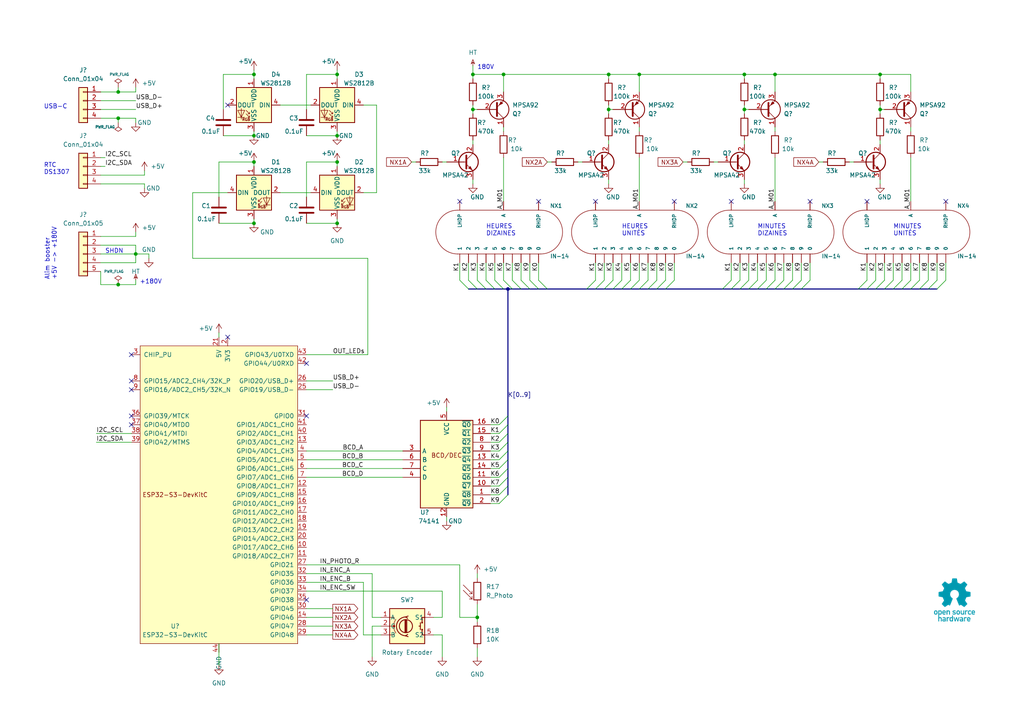
<source format=kicad_sch>
(kicad_sch (version 20230121) (generator eeschema)

  (uuid 85cb51be-adf5-40e2-a19a-4a872503aa84)

  (paper "A4")

  (title_block
    (title "Horloge Nixie")
    (date "2023-07-10")
    (rev "0.3")
    (company "Author : Laurent Claude - www.laurentclaude.fr")
    (comment 1 "License : Open Source Hardware - CC BY-SA 4.0")
  )

  

  (junction (at 34.29 82.55) (diameter 0) (color 0 0 0 0)
    (uuid 07e8ed18-dd99-4055-8bf1-ff1d52371749)
  )
  (junction (at 73.66 46.99) (diameter 0) (color 0 0 0 0)
    (uuid 089c27e4-385e-4ade-9a3b-63a9efb28db4)
  )
  (junction (at 39.37 73.66) (diameter 0) (color 0 0 0 0)
    (uuid 1cec89a6-015a-41e8-bcd2-229a168eeb34)
  )
  (junction (at 146.05 21.59) (diameter 0) (color 0 0 0 0)
    (uuid 5615ab07-9096-4018-9842-1f4f3d859fcc)
  )
  (junction (at 34.29 34.29) (diameter 0) (color 0 0 0 0)
    (uuid 5770e033-157f-474d-a18c-b6b60ed4d561)
  )
  (junction (at 97.79 46.99) (diameter 0) (color 0 0 0 0)
    (uuid 5e936536-4236-47f7-9873-119a8cc58e72)
  )
  (junction (at 97.79 21.59) (diameter 0) (color 0 0 0 0)
    (uuid 6592b354-1560-48e6-b71d-6ab28574f152)
  )
  (junction (at 147.32 83.82) (diameter 0) (color 0 0 0 0)
    (uuid 743d4f8a-61c1-4647-b6f1-b0585437159e)
  )
  (junction (at 255.27 21.59) (diameter 0) (color 0 0 0 0)
    (uuid 750a5ce3-1dab-42dd-beb6-3b0764571004)
  )
  (junction (at 137.16 31.75) (diameter 0) (color 0 0 0 0)
    (uuid 759463ca-0b71-4937-af17-d0ccb9733c77)
  )
  (junction (at 73.66 21.59) (diameter 0) (color 0 0 0 0)
    (uuid 8066e2e8-981e-4642-bb3e-a14547701754)
  )
  (junction (at 215.9 21.59) (diameter 0) (color 0 0 0 0)
    (uuid 9a0cfae8-16f0-4116-a468-69cdd529b886)
  )
  (junction (at 73.66 39.37) (diameter 0) (color 0 0 0 0)
    (uuid a009dcdc-61bf-44c9-a225-29805b49000c)
  )
  (junction (at 255.27 31.75) (diameter 0) (color 0 0 0 0)
    (uuid a5fcb0de-f46f-4431-9ca2-5c0d00ff6881)
  )
  (junction (at 176.53 21.59) (diameter 0) (color 0 0 0 0)
    (uuid aab12c5a-dd02-4b97-902f-b7455cc8b57c)
  )
  (junction (at 97.79 64.77) (diameter 0) (color 0 0 0 0)
    (uuid b2ab96d8-5570-4f0c-b35b-bce653fd8267)
  )
  (junction (at 34.29 26.67) (diameter 0) (color 0 0 0 0)
    (uuid c8a92d1b-5188-42e3-800f-545785f21a34)
  )
  (junction (at 97.79 39.37) (diameter 0) (color 0 0 0 0)
    (uuid cad22653-b0f4-4a5c-b708-736ce3e9a272)
  )
  (junction (at 73.66 64.77) (diameter 0) (color 0 0 0 0)
    (uuid cf763434-2528-44a5-af17-23d0b0738933)
  )
  (junction (at 176.53 31.75) (diameter 0) (color 0 0 0 0)
    (uuid d518429d-e0c1-4ce2-b043-453594b0f65a)
  )
  (junction (at 138.43 179.07) (diameter 0) (color 0 0 0 0)
    (uuid dcb943c9-1271-4511-aa1f-d7a6778b2ab5)
  )
  (junction (at 224.79 21.59) (diameter 0) (color 0 0 0 0)
    (uuid dcfedead-32c9-406e-861f-75e0bc1134e4)
  )
  (junction (at 185.42 21.59) (diameter 0) (color 0 0 0 0)
    (uuid f5943da8-6bff-4aee-bb3d-a26361081eb2)
  )
  (junction (at 215.9 31.75) (diameter 0) (color 0 0 0 0)
    (uuid f6d0607f-15b8-479b-ba98-6f588a60739b)
  )
  (junction (at 137.16 21.59) (diameter 0) (color 0 0 0 0)
    (uuid ff6d24e4-46d3-4158-945e-d13bcc9ce28a)
  )

  (no_connect (at 274.32 58.42) (uuid 0364b22a-793f-4abe-bb5b-f5e35d7e92a2))
  (no_connect (at 38.1 113.03) (uuid 08762dad-d7f0-4526-8508-432866dbb6da))
  (no_connect (at 88.9 173.99) (uuid 12e21145-e0ce-48bf-b351-19cd05a795f5))
  (no_connect (at 66.04 97.79) (uuid 240dcbac-2fd0-4f5a-8754-3903c7d20fe8))
  (no_connect (at 38.1 123.19) (uuid 3d0530ca-63dd-4fcb-8771-5722d5f55147))
  (no_connect (at 38.1 110.49) (uuid 47b04f02-72f2-4d1e-a738-57a97644265c))
  (no_connect (at 251.46 58.42) (uuid 5e3d5473-b331-4472-a5a0-3125af633e4e))
  (no_connect (at 172.72 58.42) (uuid 6fc8bede-2905-4ce2-a77c-e6588e783cde))
  (no_connect (at 156.21 58.42) (uuid 91e0d4eb-ab06-481d-a5e5-88cd2d053e6d))
  (no_connect (at 234.95 58.42) (uuid 92f17128-26b3-4fe5-922d-f9e72ac0b523))
  (no_connect (at 66.04 30.48) (uuid 9dfc0186-ddab-4cbb-a16d-50b209f69965))
  (no_connect (at 38.1 102.87) (uuid 9f187a70-fb2c-4fae-a70c-cbcdb4b946a8))
  (no_connect (at 195.58 58.42) (uuid a5472733-4939-4f2e-ad6f-673648f095b8))
  (no_connect (at 88.9 120.65) (uuid b9e3896d-ef1c-475f-b320-e748d0edec82))
  (no_connect (at 38.1 120.65) (uuid ccf74a3d-3575-43bf-9110-f75f1582d0cc))
  (no_connect (at 88.9 105.41) (uuid ce6891d6-a78c-4b72-8ed7-ae254e16c718))
  (no_connect (at 133.35 58.42) (uuid cf366d22-2edd-4004-b2b7-261c4eee3e9b))
  (no_connect (at 212.09 58.42) (uuid d11bfada-85b7-4fc9-863a-7393e7935fc3))

  (bus_entry (at 138.43 83.82) (size -2.54 -2.54)
    (stroke (width 0) (type default))
    (uuid 0cee9690-63d8-4bd0-8e1c-d4ab91acc61b)
  )
  (bus_entry (at 232.41 83.82) (size 2.54 -2.54)
    (stroke (width 0) (type default))
    (uuid 0d8e9167-a791-424f-a66b-9f4219616c20)
  )
  (bus_entry (at 147.32 138.43) (size -2.54 2.54)
    (stroke (width 0) (type default))
    (uuid 0fbe44d0-9d46-4a53-8e91-ff0df53e6b06)
  )
  (bus_entry (at 148.59 83.82) (size -2.54 -2.54)
    (stroke (width 0) (type default))
    (uuid 110fee78-e24e-43fb-bb87-a225700edd14)
  )
  (bus_entry (at 158.75 83.82) (size -2.54 -2.54)
    (stroke (width 0) (type default))
    (uuid 13d56eaf-5d55-4beb-a393-1ae49a260ed3)
  )
  (bus_entry (at 177.8 83.82) (size 2.54 -2.54)
    (stroke (width 0) (type default))
    (uuid 19956e8b-235b-4216-babe-f91995b804d6)
  )
  (bus_entry (at 212.09 83.82) (size 2.54 -2.54)
    (stroke (width 0) (type default))
    (uuid 214aa496-d1f0-4397-91b0-d9bfcb6ec210)
  )
  (bus_entry (at 147.32 120.65) (size -2.54 2.54)
    (stroke (width 0) (type default))
    (uuid 21b357e9-0026-44f5-9f75-4876c8e3ce7b)
  )
  (bus_entry (at 146.05 83.82) (size -2.54 -2.54)
    (stroke (width 0) (type default))
    (uuid 22bb564f-eb07-4720-9180-19db2205fb30)
  )
  (bus_entry (at 182.88 83.82) (size 2.54 -2.54)
    (stroke (width 0) (type default))
    (uuid 30f99afb-43cf-45f5-b3a5-48da69806aec)
  )
  (bus_entry (at 147.32 130.81) (size -2.54 2.54)
    (stroke (width 0) (type default))
    (uuid 396a81a6-669f-4547-b4a5-024fea7500df)
  )
  (bus_entry (at 259.08 83.82) (size 2.54 -2.54)
    (stroke (width 0) (type default))
    (uuid 3a100365-8cff-4a52-841f-68e818c219e3)
  )
  (bus_entry (at 175.26 83.82) (size 2.54 -2.54)
    (stroke (width 0) (type default))
    (uuid 3dde9ccc-a34d-4cee-813d-549c339b7732)
  )
  (bus_entry (at 224.79 83.82) (size 2.54 -2.54)
    (stroke (width 0) (type default))
    (uuid 45d0bb26-afcf-4a51-9665-e7e60acf8ab5)
  )
  (bus_entry (at 147.32 140.97) (size -2.54 2.54)
    (stroke (width 0) (type default))
    (uuid 49431eff-e4e3-415e-9ed7-d126e3c79d80)
  )
  (bus_entry (at 209.55 83.82) (size 2.54 -2.54)
    (stroke (width 0) (type default))
    (uuid 4df71619-7142-45df-b446-0f5fc14904da)
  )
  (bus_entry (at 248.92 83.82) (size 2.54 -2.54)
    (stroke (width 0) (type default))
    (uuid 4f7c5769-c2b0-4294-b68e-57b012e5dc7e)
  )
  (bus_entry (at 187.96 83.82) (size 2.54 -2.54)
    (stroke (width 0) (type default))
    (uuid 51c1dcbc-33f6-4591-8b56-c3fe34bde0bd)
  )
  (bus_entry (at 217.17 83.82) (size 2.54 -2.54)
    (stroke (width 0) (type default))
    (uuid 57c15fb9-e79a-4789-9352-7fb76a303e58)
  )
  (bus_entry (at 254 83.82) (size 2.54 -2.54)
    (stroke (width 0) (type default))
    (uuid 5cd203bc-ee38-40d6-bf46-ee30b4f40a08)
  )
  (bus_entry (at 219.71 83.82) (size 2.54 -2.54)
    (stroke (width 0) (type default))
    (uuid 68c030d1-1721-4dbe-8ae3-79255a89fca2)
  )
  (bus_entry (at 227.33 83.82) (size 2.54 -2.54)
    (stroke (width 0) (type default))
    (uuid 69f9ab20-4e77-4806-a2f1-5c6d52a7d62d)
  )
  (bus_entry (at 147.32 123.19) (size -2.54 2.54)
    (stroke (width 0) (type default))
    (uuid 76dc23ed-76d3-4137-865f-aab87e76f3c1)
  )
  (bus_entry (at 140.97 83.82) (size -2.54 -2.54)
    (stroke (width 0) (type default))
    (uuid 7faa56ee-fb9c-4c5d-b13a-03cba046fb44)
  )
  (bus_entry (at 264.16 83.82) (size 2.54 -2.54)
    (stroke (width 0) (type default))
    (uuid 892b27ce-e4f9-4a92-afa3-99899cd4844c)
  )
  (bus_entry (at 135.89 83.82) (size -2.54 -2.54)
    (stroke (width 0) (type default))
    (uuid 893bc4a7-a641-4e36-9a45-4b53f61a099e)
  )
  (bus_entry (at 156.21 83.82) (size -2.54 -2.54)
    (stroke (width 0) (type default))
    (uuid 8badf74b-6cf4-447e-b7d6-d60e89a69886)
  )
  (bus_entry (at 256.54 83.82) (size 2.54 -2.54)
    (stroke (width 0) (type default))
    (uuid 9d8a7191-5d3d-4978-b608-620899e27592)
  )
  (bus_entry (at 147.32 135.89) (size -2.54 2.54)
    (stroke (width 0) (type default))
    (uuid 9d9f4f8b-d830-40ce-9845-90c203f28785)
  )
  (bus_entry (at 266.7 83.82) (size 2.54 -2.54)
    (stroke (width 0) (type default))
    (uuid a231292f-ca44-411a-8966-8c1863b9b52a)
  )
  (bus_entry (at 147.32 143.51) (size -2.54 2.54)
    (stroke (width 0) (type default))
    (uuid a60e354b-abd1-4966-a8ae-024877e5f032)
  )
  (bus_entry (at 271.78 83.82) (size 2.54 -2.54)
    (stroke (width 0) (type default))
    (uuid a847198b-90c7-4147-b4e6-c2084145df42)
  )
  (bus_entry (at 147.32 128.27) (size -2.54 2.54)
    (stroke (width 0) (type default))
    (uuid ab0a2e86-fb36-4cdd-a4e3-94aefc0f947f)
  )
  (bus_entry (at 180.34 83.82) (size 2.54 -2.54)
    (stroke (width 0) (type default))
    (uuid ac4c4406-31a2-4aa9-91c7-a27279ab3d9c)
  )
  (bus_entry (at 147.32 125.73) (size -2.54 2.54)
    (stroke (width 0) (type default))
    (uuid b2afc6e1-5d94-4306-a2bb-e3fc5e894b1b)
  )
  (bus_entry (at 193.04 83.82) (size 2.54 -2.54)
    (stroke (width 0) (type default))
    (uuid b3664417-5b00-409f-b4d8-d8fc2534c251)
  )
  (bus_entry (at 143.51 83.82) (size -2.54 -2.54)
    (stroke (width 0) (type default))
    (uuid bd101000-62ba-4dea-b1a4-e146ac8b859c)
  )
  (bus_entry (at 214.63 83.82) (size 2.54 -2.54)
    (stroke (width 0) (type default))
    (uuid c25ea124-91dc-4261-b6a8-d6a82331b2f2)
  )
  (bus_entry (at 190.5 83.82) (size 2.54 -2.54)
    (stroke (width 0) (type default))
    (uuid c99fa424-7fbf-47c9-a1f0-038f3d954041)
  )
  (bus_entry (at 153.67 83.82) (size -2.54 -2.54)
    (stroke (width 0) (type default))
    (uuid cbd7b5a4-15f2-4079-a667-82c2a91767e7)
  )
  (bus_entry (at 261.62 83.82) (size 2.54 -2.54)
    (stroke (width 0) (type default))
    (uuid cdb37095-99d4-4965-867e-7233add92de7)
  )
  (bus_entry (at 229.87 83.82) (size 2.54 -2.54)
    (stroke (width 0) (type default))
    (uuid cdf47dd6-c72a-46ad-b6dc-95f46010d3c6)
  )
  (bus_entry (at 251.46 83.82) (size 2.54 -2.54)
    (stroke (width 0) (type default))
    (uuid ce4f30c9-e4fb-4b7e-8df2-404f4a195bbc)
  )
  (bus_entry (at 172.72 83.82) (size 2.54 -2.54)
    (stroke (width 0) (type default))
    (uuid ce9535ae-8e2e-4779-88fb-4312c73d94f2)
  )
  (bus_entry (at 269.24 83.82) (size 2.54 -2.54)
    (stroke (width 0) (type default))
    (uuid d601152e-24f6-4dc2-8868-35f63e9d6e6e)
  )
  (bus_entry (at 222.25 83.82) (size 2.54 -2.54)
    (stroke (width 0) (type default))
    (uuid d9898630-0652-4b8e-82a1-fb2b40535d3c)
  )
  (bus_entry (at 170.18 83.82) (size 2.54 -2.54)
    (stroke (width 0) (type default))
    (uuid e63cd199-bdb2-4b9e-a95b-46197985dcc8)
  )
  (bus_entry (at 151.13 83.82) (size -2.54 -2.54)
    (stroke (width 0) (type default))
    (uuid ee53ea4e-0af9-4b07-a2d3-ccae7521cc22)
  )
  (bus_entry (at 147.32 133.35) (size -2.54 2.54)
    (stroke (width 0) (type default))
    (uuid ef9dfe78-50cd-41cf-961a-d1602fbb92e1)
  )
  (bus_entry (at 185.42 83.82) (size 2.54 -2.54)
    (stroke (width 0) (type default))
    (uuid f2190a6b-1ed0-4ba5-9c59-c23f0ca17d6f)
  )

  (wire (pts (xy 29.21 34.29) (xy 34.29 34.29))
    (stroke (width 0) (type default))
    (uuid 0029fe6d-dd7b-45e5-ad95-9f7331d90737)
  )
  (wire (pts (xy 259.08 76.2) (xy 259.08 81.28))
    (stroke (width 0) (type default))
    (uuid 002eb743-d1f4-48b1-b4be-6a47b81780a2)
  )
  (wire (pts (xy 185.42 76.2) (xy 185.42 81.28))
    (stroke (width 0) (type default))
    (uuid 00b8b6f0-8375-4bcc-9784-4f8ab8d4e0d1)
  )
  (wire (pts (xy 182.88 76.2) (xy 182.88 81.28))
    (stroke (width 0) (type default))
    (uuid 00d90ffb-0473-4e88-9e42-ceb2e307fa95)
  )
  (bus (pts (xy 187.96 83.82) (xy 190.5 83.82))
    (stroke (width 0) (type default))
    (uuid 00e4f242-3173-4a40-9fda-926a6184debe)
  )

  (wire (pts (xy 271.78 76.2) (xy 271.78 81.28))
    (stroke (width 0) (type default))
    (uuid 0125bbc6-cad5-4e89-b43d-84e712d32a9f)
  )
  (bus (pts (xy 182.88 83.82) (xy 185.42 83.82))
    (stroke (width 0) (type default))
    (uuid 04553f54-7390-4cdc-b835-e53a96ae3564)
  )

  (wire (pts (xy 29.21 53.34) (xy 41.91 53.34))
    (stroke (width 0) (type default))
    (uuid 045ca92c-e0d8-4a0a-92be-51f16b59d349)
  )
  (wire (pts (xy 255.27 30.48) (xy 255.27 31.75))
    (stroke (width 0) (type default))
    (uuid 0479bf8d-e841-4f16-bbf4-c552f1f71bb6)
  )
  (wire (pts (xy 39.37 73.66) (xy 39.37 76.2))
    (stroke (width 0) (type default))
    (uuid 0504dfa6-d480-4af4-9925-ac8a9417c82c)
  )
  (wire (pts (xy 29.21 29.21) (xy 39.37 29.21))
    (stroke (width 0) (type default))
    (uuid 069bacfa-849f-4d32-9a49-9316f2cec2f7)
  )
  (wire (pts (xy 140.97 76.2) (xy 140.97 81.28))
    (stroke (width 0) (type default))
    (uuid 07b8214a-41f3-479a-ac1e-e0f986ecb780)
  )
  (bus (pts (xy 214.63 83.82) (xy 217.17 83.82))
    (stroke (width 0) (type default))
    (uuid 0f7bb420-1bc3-4871-a9ad-4bab5d0c2fdb)
  )

  (wire (pts (xy 125.73 179.07) (xy 128.27 179.07))
    (stroke (width 0) (type default))
    (uuid 0fcb4e0f-b917-4dfb-8717-ae4680c7a9f1)
  )
  (wire (pts (xy 156.21 76.2) (xy 156.21 81.28))
    (stroke (width 0) (type default))
    (uuid 106c4c08-9349-43d3-a9c8-a704e591f39f)
  )
  (bus (pts (xy 185.42 83.82) (xy 187.96 83.82))
    (stroke (width 0) (type default))
    (uuid 108dc9ad-caa2-417a-a9ca-d27c3f4918fb)
  )

  (wire (pts (xy 215.9 30.48) (xy 215.9 31.75))
    (stroke (width 0) (type default))
    (uuid 115dae77-de80-429f-a2bf-6995b3813ac6)
  )
  (wire (pts (xy 66.04 55.88) (xy 55.88 55.88))
    (stroke (width 0) (type default))
    (uuid 11706af1-6186-4b6d-ae7b-a5e7b4ef5514)
  )
  (wire (pts (xy 142.24 140.97) (xy 144.78 140.97))
    (stroke (width 0) (type default))
    (uuid 11d1cf09-05d4-4e10-8f2b-f91efece8553)
  )
  (wire (pts (xy 29.21 45.72) (xy 30.48 45.72))
    (stroke (width 0) (type default))
    (uuid 12805dbd-0f6f-4337-85b1-fdc1344feb12)
  )
  (wire (pts (xy 229.87 76.2) (xy 229.87 81.28))
    (stroke (width 0) (type default))
    (uuid 1309c506-4464-4af5-8d4c-e71be8524662)
  )
  (wire (pts (xy 255.27 21.59) (xy 255.27 22.86))
    (stroke (width 0) (type default))
    (uuid 1352f237-3962-4938-b994-232370658e2c)
  )
  (wire (pts (xy 224.79 76.2) (xy 224.79 81.28))
    (stroke (width 0) (type default))
    (uuid 138edba6-18a1-4004-a0dc-824b8f5e83bc)
  )
  (wire (pts (xy 142.24 143.51) (xy 144.78 143.51))
    (stroke (width 0) (type default))
    (uuid 151df25b-841d-4cc1-8818-bf11284efc58)
  )
  (wire (pts (xy 215.9 52.07) (xy 215.9 53.34))
    (stroke (width 0) (type default))
    (uuid 189e5f71-9980-4f07-8953-52f09086083e)
  )
  (wire (pts (xy 34.29 25.4) (xy 34.29 26.67))
    (stroke (width 0) (type default))
    (uuid 1ba58374-c729-4655-9223-aafe3305069f)
  )
  (wire (pts (xy 27.94 128.27) (xy 38.1 128.27))
    (stroke (width 0) (type default))
    (uuid 1ced1eee-fad7-44cc-bf0b-cd9f295e630c)
  )
  (wire (pts (xy 43.18 73.66) (xy 39.37 73.66))
    (stroke (width 0) (type default))
    (uuid 1f2af7e6-109f-4ab4-865b-b639c3b869b1)
  )
  (wire (pts (xy 138.43 175.26) (xy 138.43 179.07))
    (stroke (width 0) (type default))
    (uuid 1fff1133-1877-4a9c-bc11-1cb95c4dcef4)
  )
  (wire (pts (xy 107.95 181.61) (xy 110.49 181.61))
    (stroke (width 0) (type default))
    (uuid 202e5c38-8d94-455c-8160-02b383262907)
  )
  (bus (pts (xy 180.34 83.82) (xy 182.88 83.82))
    (stroke (width 0) (type default))
    (uuid 2245ecc1-37dd-486a-af61-2cdb49a53325)
  )

  (wire (pts (xy 219.71 76.2) (xy 219.71 81.28))
    (stroke (width 0) (type default))
    (uuid 22dce552-b735-4988-9747-d77863f16d0e)
  )
  (wire (pts (xy 176.53 30.48) (xy 176.53 31.75))
    (stroke (width 0) (type default))
    (uuid 239f4421-e698-4e94-9b09-db7de99a7174)
  )
  (wire (pts (xy 43.18 74.93) (xy 43.18 73.66))
    (stroke (width 0) (type default))
    (uuid 2429f007-ba44-4527-a3e4-01ae0ca2b217)
  )
  (wire (pts (xy 137.16 52.07) (xy 137.16 53.34))
    (stroke (width 0) (type default))
    (uuid 24bab3a8-6eef-4780-a0a5-8c2e1df1052b)
  )
  (wire (pts (xy 215.9 21.59) (xy 224.79 21.59))
    (stroke (width 0) (type default))
    (uuid 24f5b5ca-dda0-4c3b-884a-ac39d88aadd8)
  )
  (wire (pts (xy 55.88 55.88) (xy 55.88 74.93))
    (stroke (width 0) (type default))
    (uuid 251249d9-c86d-47e5-8122-0ccf738f09a0)
  )
  (wire (pts (xy 142.24 125.73) (xy 144.78 125.73))
    (stroke (width 0) (type default))
    (uuid 260cba71-72d6-47be-9103-94bbcb29a99a)
  )
  (wire (pts (xy 88.9 113.03) (xy 96.52 113.03))
    (stroke (width 0) (type default))
    (uuid 2623910b-8e8d-4f86-a9c7-ab7e0d98a492)
  )
  (wire (pts (xy 264.16 76.2) (xy 264.16 81.28))
    (stroke (width 0) (type default))
    (uuid 26c7ef47-980b-4f81-be80-a74238e60d06)
  )
  (bus (pts (xy 259.08 83.82) (xy 261.62 83.82))
    (stroke (width 0) (type default))
    (uuid 28a7b1e1-7548-4a05-85d9-6790ba20f8c8)
  )

  (wire (pts (xy 224.79 26.67) (xy 224.79 21.59))
    (stroke (width 0) (type default))
    (uuid 28dccf2d-f903-4e9e-8e72-e36704d77020)
  )
  (wire (pts (xy 97.79 63.5) (xy 97.79 64.77))
    (stroke (width 0) (type default))
    (uuid 2a878a92-fed9-487e-9142-b51e589ca15d)
  )
  (wire (pts (xy 261.62 76.2) (xy 261.62 81.28))
    (stroke (width 0) (type default))
    (uuid 2ac507e5-a213-47d2-8bfa-b2e2813fc44a)
  )
  (wire (pts (xy 137.16 21.59) (xy 137.16 22.86))
    (stroke (width 0) (type default))
    (uuid 2af35554-b31b-4ec0-94c6-45b58cc687e6)
  )
  (bus (pts (xy 147.32 125.73) (xy 147.32 128.27))
    (stroke (width 0) (type default))
    (uuid 2b035870-2e2c-4d2a-a4e8-5f9f0fc9c8f2)
  )
  (bus (pts (xy 147.32 128.27) (xy 147.32 130.81))
    (stroke (width 0) (type default))
    (uuid 2d73874e-ca66-40d7-8138-0ad3e2e26a3e)
  )

  (wire (pts (xy 88.9 39.37) (xy 97.79 39.37))
    (stroke (width 0) (type default))
    (uuid 3022acb6-7137-40c0-8ff8-53f49ca761ea)
  )
  (wire (pts (xy 255.27 40.64) (xy 255.27 41.91))
    (stroke (width 0) (type default))
    (uuid 3136659e-d5c7-4f92-87d2-7360422861f7)
  )
  (wire (pts (xy 88.9 138.43) (xy 116.84 138.43))
    (stroke (width 0) (type default))
    (uuid 3291bc59-d168-4569-a14a-137bf12d7000)
  )
  (bus (pts (xy 222.25 83.82) (xy 224.79 83.82))
    (stroke (width 0) (type default))
    (uuid 33557682-2064-4086-9fca-34892f32827b)
  )

  (wire (pts (xy 39.37 34.29) (xy 39.37 35.56))
    (stroke (width 0) (type default))
    (uuid 33920d9e-9de3-4996-8082-2731c360fef9)
  )
  (wire (pts (xy 73.66 46.99) (xy 73.66 48.26))
    (stroke (width 0) (type default))
    (uuid 35801a5d-ce70-401e-b547-cb7b8161d06a)
  )
  (wire (pts (xy 137.16 40.64) (xy 137.16 41.91))
    (stroke (width 0) (type default))
    (uuid 35cd83ee-8de9-4b9a-90ca-0c7d7b2cb8eb)
  )
  (wire (pts (xy 215.9 31.75) (xy 217.17 31.75))
    (stroke (width 0) (type default))
    (uuid 35d45d91-17e5-4f72-ad8e-ab1d68961a10)
  )
  (wire (pts (xy 142.24 138.43) (xy 144.78 138.43))
    (stroke (width 0) (type default))
    (uuid 362f7e0b-1178-4426-964d-3aacee82f0e3)
  )
  (bus (pts (xy 219.71 83.82) (xy 222.25 83.82))
    (stroke (width 0) (type default))
    (uuid 385128f4-63ca-44b0-a5f7-eff9cc4c2dcd)
  )

  (wire (pts (xy 224.79 36.83) (xy 224.79 38.1))
    (stroke (width 0) (type default))
    (uuid 3a4e385c-bffe-4752-961d-d40970f27810)
  )
  (wire (pts (xy 185.42 45.72) (xy 185.42 58.42))
    (stroke (width 0) (type default))
    (uuid 3b74ea6d-c4e6-4413-9a07-c4dfe5ab94fe)
  )
  (bus (pts (xy 217.17 83.82) (xy 219.71 83.82))
    (stroke (width 0) (type default))
    (uuid 3e4315e5-f841-457c-aa25-6a6ee7a18feb)
  )

  (wire (pts (xy 107.95 179.07) (xy 107.95 166.37))
    (stroke (width 0) (type default))
    (uuid 3e8f0de5-6e00-4953-ba63-5c22a3d81428)
  )
  (wire (pts (xy 146.05 45.72) (xy 146.05 58.42))
    (stroke (width 0) (type default))
    (uuid 3eb477a0-7a31-4b3c-b058-9822ca99b6a2)
  )
  (wire (pts (xy 129.54 149.86) (xy 129.54 151.13))
    (stroke (width 0) (type default))
    (uuid 3f52e54e-3a09-4dbc-9fb8-1018cca2861f)
  )
  (wire (pts (xy 88.9 130.81) (xy 116.84 130.81))
    (stroke (width 0) (type default))
    (uuid 40088920-b18e-4310-bf9e-63acdfabcc24)
  )
  (wire (pts (xy 64.77 39.37) (xy 73.66 39.37))
    (stroke (width 0) (type default))
    (uuid 4012d713-3e85-4cf1-8db1-c7687711abee)
  )
  (wire (pts (xy 264.16 36.83) (xy 264.16 38.1))
    (stroke (width 0) (type default))
    (uuid 41cca86d-4eb7-4f55-8c91-17e54a56557b)
  )
  (wire (pts (xy 224.79 21.59) (xy 255.27 21.59))
    (stroke (width 0) (type default))
    (uuid 41da2418-908c-4224-b3b2-80e293333e6c)
  )
  (bus (pts (xy 147.32 133.35) (xy 147.32 135.89))
    (stroke (width 0) (type default))
    (uuid 43d61627-9d35-492e-8ea8-676eae4b84ec)
  )

  (wire (pts (xy 227.33 76.2) (xy 227.33 81.28))
    (stroke (width 0) (type default))
    (uuid 4454df96-0aa2-4204-bf68-41b4a636ee7d)
  )
  (wire (pts (xy 146.05 36.83) (xy 146.05 38.1))
    (stroke (width 0) (type default))
    (uuid 44f598a2-a6f4-41d9-8203-9b331badc9ab)
  )
  (wire (pts (xy 63.5 57.15) (xy 63.5 46.99))
    (stroke (width 0) (type default))
    (uuid 4516e995-12a2-4036-bbe7-fc9521010c82)
  )
  (wire (pts (xy 29.21 78.74) (xy 29.21 82.55))
    (stroke (width 0) (type default))
    (uuid 453e85a8-46d3-43fd-bdb4-c7424bc2c318)
  )
  (bus (pts (xy 151.13 83.82) (xy 153.67 83.82))
    (stroke (width 0) (type default))
    (uuid 485d9747-2647-4c2d-97fd-a3a192a09df9)
  )

  (wire (pts (xy 266.7 76.2) (xy 266.7 81.28))
    (stroke (width 0) (type default))
    (uuid 48686150-9216-4dfb-8c04-71f0ce0503c4)
  )
  (wire (pts (xy 176.53 40.64) (xy 176.53 41.91))
    (stroke (width 0) (type default))
    (uuid 49004451-01f2-4883-81c7-2c7158bc8da1)
  )
  (wire (pts (xy 63.5 64.77) (xy 73.66 64.77))
    (stroke (width 0) (type default))
    (uuid 4cb7b7ab-71cb-4248-ba72-04ec85e1a60c)
  )
  (wire (pts (xy 73.66 63.5) (xy 73.66 64.77))
    (stroke (width 0) (type default))
    (uuid 4ce2c5fb-4a1d-472f-a2d2-60375bee4dd8)
  )
  (wire (pts (xy 129.54 118.11) (xy 129.54 119.38))
    (stroke (width 0) (type default))
    (uuid 4db08b61-96e4-4338-bb8a-30c1c0b5a49b)
  )
  (wire (pts (xy 34.29 34.29) (xy 39.37 34.29))
    (stroke (width 0) (type default))
    (uuid 4f890b34-e7a7-4196-b4ff-f6d7b95f8aa5)
  )
  (bus (pts (xy 143.51 83.82) (xy 146.05 83.82))
    (stroke (width 0) (type default))
    (uuid 4fb8e337-9754-4ff9-b17a-797e65a1ac0b)
  )

  (wire (pts (xy 185.42 21.59) (xy 215.9 21.59))
    (stroke (width 0) (type default))
    (uuid 4fc7f9db-b413-431e-b291-ee3e16cb8370)
  )
  (bus (pts (xy 212.09 83.82) (xy 214.63 83.82))
    (stroke (width 0) (type default))
    (uuid 526db967-1239-4da3-951b-999546420ab4)
  )
  (bus (pts (xy 138.43 83.82) (xy 140.97 83.82))
    (stroke (width 0) (type default))
    (uuid 54863652-bbb7-4443-b558-4b98d8330ca5)
  )

  (wire (pts (xy 246.38 46.99) (xy 247.65 46.99))
    (stroke (width 0) (type default))
    (uuid 55d5907d-591f-4c5a-835c-ddf7eea26b43)
  )
  (wire (pts (xy 207.01 46.99) (xy 208.28 46.99))
    (stroke (width 0) (type default))
    (uuid 5638b3ca-5412-4800-b6f2-4195e4f7e78a)
  )
  (wire (pts (xy 138.43 179.07) (xy 138.43 180.34))
    (stroke (width 0) (type default))
    (uuid 572a5e7e-a5de-4103-a62d-b87b2e35f675)
  )
  (wire (pts (xy 63.5 46.99) (xy 73.66 46.99))
    (stroke (width 0) (type default))
    (uuid 57c78879-22e3-461c-9f5b-b5e78a81b5ce)
  )
  (bus (pts (xy 209.55 83.82) (xy 212.09 83.82))
    (stroke (width 0) (type default))
    (uuid 587d570b-77f5-417f-b420-dfe622624f8a)
  )

  (wire (pts (xy 73.66 38.1) (xy 73.66 39.37))
    (stroke (width 0) (type default))
    (uuid 5a251dda-06a7-467a-bd96-657f1b09d108)
  )
  (wire (pts (xy 107.95 179.07) (xy 110.49 179.07))
    (stroke (width 0) (type default))
    (uuid 5a458a48-fc11-4ac1-9dc8-3fafb8e61965)
  )
  (wire (pts (xy 237.49 46.99) (xy 238.76 46.99))
    (stroke (width 0) (type default))
    (uuid 5bf4987e-92a6-4d2b-bbeb-2ccd778ec9f4)
  )
  (wire (pts (xy 29.21 76.2) (xy 39.37 76.2))
    (stroke (width 0) (type default))
    (uuid 5c97c786-26fb-4f4d-8c50-329c62b3d77d)
  )
  (bus (pts (xy 147.32 83.82) (xy 148.59 83.82))
    (stroke (width 0) (type default))
    (uuid 5e1724e0-36e6-4e6d-89a1-2ff3fe5bd4e2)
  )

  (wire (pts (xy 167.64 46.99) (xy 168.91 46.99))
    (stroke (width 0) (type default))
    (uuid 5ec886f2-744e-4124-919b-7e46ffb37e0d)
  )
  (wire (pts (xy 29.21 31.75) (xy 39.37 31.75))
    (stroke (width 0) (type default))
    (uuid 5f7fe16d-79df-45cf-870d-7b949a33d14b)
  )
  (bus (pts (xy 251.46 83.82) (xy 254 83.82))
    (stroke (width 0) (type default))
    (uuid 600fff56-a6ec-4b2f-84c6-f7d5e3477585)
  )

  (wire (pts (xy 222.25 76.2) (xy 222.25 81.28))
    (stroke (width 0) (type default))
    (uuid 63c51683-9ed6-4031-b60d-ffe8b3bf9d52)
  )
  (wire (pts (xy 88.9 110.49) (xy 96.52 110.49))
    (stroke (width 0) (type default))
    (uuid 63e568b1-a227-4d4b-82d3-8fdf50cd0c21)
  )
  (wire (pts (xy 88.9 46.99) (xy 97.79 46.99))
    (stroke (width 0) (type default))
    (uuid 645bd932-5c97-4f57-a540-85801b55b200)
  )
  (wire (pts (xy 142.24 123.19) (xy 144.78 123.19))
    (stroke (width 0) (type default))
    (uuid 65028c11-501d-4c80-8016-01e9261ff85a)
  )
  (wire (pts (xy 137.16 31.75) (xy 137.16 33.02))
    (stroke (width 0) (type default))
    (uuid 6593b87a-c503-4fee-a768-8c98ea29ff63)
  )
  (bus (pts (xy 229.87 83.82) (xy 232.41 83.82))
    (stroke (width 0) (type default))
    (uuid 659ed404-f319-42cf-96af-57f523d3e17e)
  )

  (wire (pts (xy 138.43 187.96) (xy 138.43 190.5))
    (stroke (width 0) (type default))
    (uuid 68a1a935-4a31-44a2-ac7c-1dc06560f44f)
  )
  (bus (pts (xy 269.24 83.82) (xy 271.78 83.82))
    (stroke (width 0) (type default))
    (uuid 68e96043-6d01-458c-a773-78e1d5b1d043)
  )

  (wire (pts (xy 29.21 26.67) (xy 34.29 26.67))
    (stroke (width 0) (type default))
    (uuid 696e7658-e8d7-43e6-8d44-e817ed2f7ff4)
  )
  (wire (pts (xy 137.16 30.48) (xy 137.16 31.75))
    (stroke (width 0) (type default))
    (uuid 6b26ff9e-462b-40eb-9195-75b060f6e39d)
  )
  (bus (pts (xy 256.54 83.82) (xy 259.08 83.82))
    (stroke (width 0) (type default))
    (uuid 6b56c9c2-2283-4dfe-90ce-dbe40014f491)
  )
  (bus (pts (xy 261.62 83.82) (xy 264.16 83.82))
    (stroke (width 0) (type default))
    (uuid 6cdde30d-24e6-4824-a386-d9499f333793)
  )

  (wire (pts (xy 39.37 81.28) (xy 39.37 82.55))
    (stroke (width 0) (type default))
    (uuid 6d29ae52-b68c-4d28-9178-36fc0ca4fcc0)
  )
  (wire (pts (xy 88.9 64.77) (xy 97.79 64.77))
    (stroke (width 0) (type default))
    (uuid 6d71fbda-a658-403a-8f40-0b857f475794)
  )
  (wire (pts (xy 73.66 20.32) (xy 73.66 21.59))
    (stroke (width 0) (type default))
    (uuid 70bb92c0-dd4b-42c8-bc85-297cd75548f8)
  )
  (wire (pts (xy 81.28 30.48) (xy 90.17 30.48))
    (stroke (width 0) (type default))
    (uuid 71332da1-121c-4c39-9bc1-a78c4be2d599)
  )
  (wire (pts (xy 34.29 82.55) (xy 39.37 82.55))
    (stroke (width 0) (type default))
    (uuid 71a58f90-fcdc-4aa1-b555-f115a13711e3)
  )
  (wire (pts (xy 64.77 31.75) (xy 64.77 21.59))
    (stroke (width 0) (type default))
    (uuid 734e6e59-ad87-4eb9-9e59-687a9174fc09)
  )
  (wire (pts (xy 137.16 21.59) (xy 146.05 21.59))
    (stroke (width 0) (type default))
    (uuid 738ee8e0-f657-4edd-9062-c7d0c6b65f68)
  )
  (wire (pts (xy 64.77 21.59) (xy 73.66 21.59))
    (stroke (width 0) (type default))
    (uuid 773a6da7-5d5d-474a-baf6-4665b6c57332)
  )
  (wire (pts (xy 251.46 76.2) (xy 251.46 81.28))
    (stroke (width 0) (type default))
    (uuid 7943084f-b32c-45db-b457-f1f6ba5a3b9e)
  )
  (wire (pts (xy 97.79 21.59) (xy 97.79 22.86))
    (stroke (width 0) (type default))
    (uuid 79681715-aeb8-4146-8c69-838c2f4b7b68)
  )
  (wire (pts (xy 29.21 73.66) (xy 39.37 73.66))
    (stroke (width 0) (type default))
    (uuid 7a45adba-a5f4-4aba-931b-cb64b65d764a)
  )
  (wire (pts (xy 29.21 71.12) (xy 39.37 71.12))
    (stroke (width 0) (type default))
    (uuid 7aa372ac-cdc5-4e06-90f5-cc537c872ba2)
  )
  (wire (pts (xy 215.9 21.59) (xy 215.9 22.86))
    (stroke (width 0) (type default))
    (uuid 7cd6aec1-eddd-4df8-ae6b-18f3639be8bb)
  )
  (wire (pts (xy 88.9 163.83) (xy 133.35 163.83))
    (stroke (width 0) (type default))
    (uuid 7d269bf3-3a2d-460e-aa42-ba98366e386a)
  )
  (wire (pts (xy 195.58 76.2) (xy 195.58 81.28))
    (stroke (width 0) (type default))
    (uuid 7de64b45-9a38-4a2f-a2e0-7e8ccfae6895)
  )
  (wire (pts (xy 217.17 76.2) (xy 217.17 81.28))
    (stroke (width 0) (type default))
    (uuid 7efff4f6-a4bb-4da8-b36d-8feb6b392c86)
  )
  (wire (pts (xy 187.96 76.2) (xy 187.96 81.28))
    (stroke (width 0) (type default))
    (uuid 80445f7f-4d37-430a-8950-e2c8ad7a5136)
  )
  (wire (pts (xy 215.9 31.75) (xy 215.9 33.02))
    (stroke (width 0) (type default))
    (uuid 807b4fbb-64a0-4a95-8d4b-4dbc9dd0d5eb)
  )
  (wire (pts (xy 146.05 76.2) (xy 146.05 81.28))
    (stroke (width 0) (type default))
    (uuid 827f853f-f4a5-4fd1-b397-1843d82e3660)
  )
  (wire (pts (xy 142.24 146.05) (xy 144.78 146.05))
    (stroke (width 0) (type default))
    (uuid 82e26deb-4185-47db-8137-5fa383c1885b)
  )
  (wire (pts (xy 55.88 74.93) (xy 106.68 74.93))
    (stroke (width 0) (type default))
    (uuid 84e2a8b8-8aad-4b13-99a7-95cc19d74c13)
  )
  (wire (pts (xy 232.41 76.2) (xy 232.41 81.28))
    (stroke (width 0) (type default))
    (uuid 84fb5886-3c13-4330-be4a-056c2a994148)
  )
  (wire (pts (xy 133.35 76.2) (xy 133.35 81.28))
    (stroke (width 0) (type default))
    (uuid 850239cc-581e-4a2b-911e-16c01ad81f4b)
  )
  (wire (pts (xy 137.16 19.05) (xy 137.16 21.59))
    (stroke (width 0) (type default))
    (uuid 895e2733-1403-4954-80c2-5ba9ca3e3deb)
  )
  (wire (pts (xy 212.09 76.2) (xy 212.09 81.28))
    (stroke (width 0) (type default))
    (uuid 89806192-8545-4935-942b-46ea80a71bca)
  )
  (wire (pts (xy 138.43 166.37) (xy 138.43 167.64))
    (stroke (width 0) (type default))
    (uuid 89bd6c71-676f-4743-ac46-a776631fe511)
  )
  (wire (pts (xy 39.37 68.58) (xy 29.21 68.58))
    (stroke (width 0) (type default))
    (uuid 8ccc2da0-4381-4d91-b3bf-40215a17e128)
  )
  (bus (pts (xy 147.32 123.19) (xy 147.32 125.73))
    (stroke (width 0) (type default))
    (uuid 90382946-fd8e-46fe-9bc7-d02fdc0bd315)
  )

  (wire (pts (xy 128.27 184.15) (xy 128.27 190.5))
    (stroke (width 0) (type default))
    (uuid 912ca669-9211-425b-9e81-5ecca3402a39)
  )
  (wire (pts (xy 119.38 46.99) (xy 120.65 46.99))
    (stroke (width 0) (type default))
    (uuid 93446682-d5d5-4546-b0c8-62dbf0bb09c3)
  )
  (wire (pts (xy 142.24 128.27) (xy 144.78 128.27))
    (stroke (width 0) (type default))
    (uuid 94c62607-536d-4f50-9e27-439bbd6debb3)
  )
  (wire (pts (xy 135.89 76.2) (xy 135.89 81.28))
    (stroke (width 0) (type default))
    (uuid 95061b34-4d27-4987-908f-2c6eed295901)
  )
  (wire (pts (xy 255.27 52.07) (xy 255.27 53.34))
    (stroke (width 0) (type default))
    (uuid 95184c32-d7e4-44a6-8fb3-8a8520ef298c)
  )
  (bus (pts (xy 146.05 83.82) (xy 147.32 83.82))
    (stroke (width 0) (type default))
    (uuid 9606ea76-8640-4d18-8027-550c8bd218f5)
  )
  (bus (pts (xy 135.89 83.82) (xy 138.43 83.82))
    (stroke (width 0) (type default))
    (uuid 96526be6-a8ea-4042-9fd4-1c1db39f32cf)
  )

  (wire (pts (xy 148.59 76.2) (xy 148.59 81.28))
    (stroke (width 0) (type default))
    (uuid 96b68043-5a30-452d-af3c-2ae0917f4fff)
  )
  (wire (pts (xy 177.8 76.2) (xy 177.8 81.28))
    (stroke (width 0) (type default))
    (uuid 96e1e6fb-21a5-4704-90e5-766ecaac4f7a)
  )
  (bus (pts (xy 266.7 83.82) (xy 269.24 83.82))
    (stroke (width 0) (type default))
    (uuid 97cea890-1bc1-4761-8487-9e055a1f35e4)
  )
  (bus (pts (xy 224.79 83.82) (xy 227.33 83.82))
    (stroke (width 0) (type default))
    (uuid 9c22055a-f60e-4e7b-950c-4adb7341eecd)
  )

  (wire (pts (xy 88.9 166.37) (xy 107.95 166.37))
    (stroke (width 0) (type default))
    (uuid 9d68092b-f1ae-4df2-9732-b42c6d88ebab)
  )
  (bus (pts (xy 147.32 120.65) (xy 147.32 123.19))
    (stroke (width 0) (type default))
    (uuid a1dffcea-dfcc-4bb3-bef5-bcbf5c6bae09)
  )
  (bus (pts (xy 175.26 83.82) (xy 177.8 83.82))
    (stroke (width 0) (type default))
    (uuid a229af82-8187-4e57-a1a6-aada40375bfe)
  )

  (wire (pts (xy 39.37 71.12) (xy 39.37 73.66))
    (stroke (width 0) (type default))
    (uuid a4af93ce-5808-4b28-81e7-5a3166fd9bbc)
  )
  (wire (pts (xy 34.29 34.29) (xy 34.29 35.56))
    (stroke (width 0) (type default))
    (uuid a5fe0f7a-0fb6-41db-a8c7-b05e04df733c)
  )
  (bus (pts (xy 227.33 83.82) (xy 229.87 83.82))
    (stroke (width 0) (type default))
    (uuid a66e5b83-e8c1-4900-bcab-79bcdaea998e)
  )

  (wire (pts (xy 146.05 21.59) (xy 176.53 21.59))
    (stroke (width 0) (type default))
    (uuid a8714bbe-5077-4b19-9388-0425b2254bf2)
  )
  (wire (pts (xy 185.42 26.67) (xy 185.42 21.59))
    (stroke (width 0) (type default))
    (uuid a8b80b17-437e-4c6b-8245-64aa32e25a22)
  )
  (wire (pts (xy 264.16 26.67) (xy 264.16 21.59))
    (stroke (width 0) (type default))
    (uuid a8c469cd-7981-4b59-a12d-48dfac7fc360)
  )
  (bus (pts (xy 147.32 130.81) (xy 147.32 133.35))
    (stroke (width 0) (type default))
    (uuid aa72ebfc-8c4d-49a2-90ff-133d85bcd725)
  )

  (wire (pts (xy 190.5 76.2) (xy 190.5 81.28))
    (stroke (width 0) (type default))
    (uuid aa73a779-d27a-4ae4-8066-1be41c4e3c80)
  )
  (wire (pts (xy 97.79 20.32) (xy 97.79 21.59))
    (stroke (width 0) (type default))
    (uuid ac410d7d-fc00-4d68-9a5a-bf99a07a5f52)
  )
  (wire (pts (xy 255.27 31.75) (xy 256.54 31.75))
    (stroke (width 0) (type default))
    (uuid acad59ef-b999-49d4-a773-2ab27ce81e6c)
  )
  (wire (pts (xy 234.95 76.2) (xy 234.95 81.28))
    (stroke (width 0) (type default))
    (uuid af60b322-b2c0-4dd7-993c-b0b31638d9b4)
  )
  (wire (pts (xy 133.35 179.07) (xy 138.43 179.07))
    (stroke (width 0) (type default))
    (uuid afa33358-ea54-49f4-8452-061f38bfecf8)
  )
  (wire (pts (xy 63.5 96.52) (xy 63.5 97.79))
    (stroke (width 0) (type default))
    (uuid afff9d4e-b7db-441e-9511-795b0c9b0eef)
  )
  (wire (pts (xy 214.63 76.2) (xy 214.63 81.28))
    (stroke (width 0) (type default))
    (uuid b02ecefb-03b2-47f9-a39a-8ab83ff3f47c)
  )
  (wire (pts (xy 175.26 76.2) (xy 175.26 81.28))
    (stroke (width 0) (type default))
    (uuid b224ad48-7510-4159-a3c1-2a9d1f7fac1a)
  )
  (wire (pts (xy 146.05 26.67) (xy 146.05 21.59))
    (stroke (width 0) (type default))
    (uuid b2ca2e51-2f9b-40a3-8d5b-655680f3a2ca)
  )
  (bus (pts (xy 232.41 83.82) (xy 248.92 83.82))
    (stroke (width 0) (type default))
    (uuid b3026e13-15f5-4158-987c-e3c265081cc0)
  )
  (bus (pts (xy 148.59 83.82) (xy 151.13 83.82))
    (stroke (width 0) (type default))
    (uuid b444bb54-4298-4b9c-8a56-a5a448903b8b)
  )

  (wire (pts (xy 88.9 168.91) (xy 105.41 168.91))
    (stroke (width 0) (type default))
    (uuid b56ae094-da74-4967-a5ad-693fae53b1be)
  )
  (bus (pts (xy 254 83.82) (xy 256.54 83.82))
    (stroke (width 0) (type default))
    (uuid b730b157-0127-40e9-adc3-36504b7c268b)
  )

  (wire (pts (xy 128.27 46.99) (xy 129.54 46.99))
    (stroke (width 0) (type default))
    (uuid b733047e-3276-4725-86a2-89cd9bfbaa9a)
  )
  (wire (pts (xy 180.34 76.2) (xy 180.34 81.28))
    (stroke (width 0) (type default))
    (uuid b855b247-2949-4810-bf20-c9452692c5d4)
  )
  (wire (pts (xy 107.95 190.5) (xy 107.95 181.61))
    (stroke (width 0) (type default))
    (uuid b92a1645-bb11-48cf-b1d1-00073cd39a16)
  )
  (wire (pts (xy 176.53 21.59) (xy 185.42 21.59))
    (stroke (width 0) (type default))
    (uuid b9cac4d0-e1e9-4d7c-b6e3-c31035178908)
  )
  (wire (pts (xy 151.13 76.2) (xy 151.13 81.28))
    (stroke (width 0) (type default))
    (uuid bb22d119-ef75-47aa-a6f5-e847a0888227)
  )
  (wire (pts (xy 29.21 82.55) (xy 34.29 82.55))
    (stroke (width 0) (type default))
    (uuid bb893aa6-8a87-4b86-ac8f-05d106d700d9)
  )
  (bus (pts (xy 172.72 83.82) (xy 175.26 83.82))
    (stroke (width 0) (type default))
    (uuid bcb73e28-32c5-4a69-984b-2a971541c4f1)
  )

  (wire (pts (xy 153.67 76.2) (xy 153.67 81.28))
    (stroke (width 0) (type default))
    (uuid be548b99-095c-47e4-a7fd-276315ce0991)
  )
  (wire (pts (xy 128.27 171.45) (xy 128.27 179.07))
    (stroke (width 0) (type default))
    (uuid bf6cf42b-6e81-481e-bcee-e0ad94e598b8)
  )
  (wire (pts (xy 142.24 133.35) (xy 144.78 133.35))
    (stroke (width 0) (type default))
    (uuid bf8cd6fa-80fb-440d-9011-01c3a90dc376)
  )
  (wire (pts (xy 88.9 181.61) (xy 96.52 181.61))
    (stroke (width 0) (type default))
    (uuid c001804b-11a2-40cd-88cf-bd3d0f469b66)
  )
  (wire (pts (xy 142.24 135.89) (xy 144.78 135.89))
    (stroke (width 0) (type default))
    (uuid c1672cf2-803a-4376-9770-f175e0782c32)
  )
  (wire (pts (xy 255.27 31.75) (xy 255.27 33.02))
    (stroke (width 0) (type default))
    (uuid c3b17892-ea5e-42ea-8af0-551542a0ea1f)
  )
  (wire (pts (xy 29.21 48.26) (xy 30.48 48.26))
    (stroke (width 0) (type default))
    (uuid c5b736a1-98b1-45f1-a82c-0a9902ea017c)
  )
  (bus (pts (xy 158.75 83.82) (xy 170.18 83.82))
    (stroke (width 0) (type default))
    (uuid c66b425f-dc15-4056-9f9a-d8736e7fc553)
  )

  (wire (pts (xy 63.5 193.04) (xy 63.5 186.69))
    (stroke (width 0) (type default))
    (uuid c8adb017-39e1-4823-be48-877667d56a88)
  )
  (wire (pts (xy 125.73 184.15) (xy 128.27 184.15))
    (stroke (width 0) (type default))
    (uuid c97605ee-6f75-4692-9f99-8367793bfcd7)
  )
  (wire (pts (xy 109.22 30.48) (xy 109.22 55.88))
    (stroke (width 0) (type default))
    (uuid c9d1d2f4-da30-4cdb-9c6a-f46b67e65343)
  )
  (wire (pts (xy 137.16 31.75) (xy 138.43 31.75))
    (stroke (width 0) (type default))
    (uuid c9f4fab5-bf1b-4710-8580-c08c2c6849d6)
  )
  (wire (pts (xy 176.53 21.59) (xy 176.53 22.86))
    (stroke (width 0) (type default))
    (uuid cb18fa61-56f4-4ba1-81bd-fbd56093f412)
  )
  (bus (pts (xy 190.5 83.82) (xy 193.04 83.82))
    (stroke (width 0) (type default))
    (uuid cb3c6378-933d-4996-821a-8b518a765470)
  )

  (wire (pts (xy 185.42 36.83) (xy 185.42 38.1))
    (stroke (width 0) (type default))
    (uuid cc366a13-6600-47b9-94fa-3a6f9146cef3)
  )
  (wire (pts (xy 133.35 163.83) (xy 133.35 179.07))
    (stroke (width 0) (type default))
    (uuid ccf8eecf-9ed0-47c5-bd40-5fdddba4092a)
  )
  (wire (pts (xy 88.9 184.15) (xy 96.52 184.15))
    (stroke (width 0) (type default))
    (uuid cd252406-9692-4b31-ac61-836682cc0893)
  )
  (bus (pts (xy 193.04 83.82) (xy 209.55 83.82))
    (stroke (width 0) (type default))
    (uuid ce42502d-6916-4a70-b516-79296993462a)
  )
  (bus (pts (xy 147.32 138.43) (xy 147.32 140.97))
    (stroke (width 0) (type default))
    (uuid cece12b7-92c3-4b57-9ed4-6073b66999d6)
  )

  (wire (pts (xy 256.54 76.2) (xy 256.54 81.28))
    (stroke (width 0) (type default))
    (uuid cf565336-8cd5-411f-9380-0b36fd26aee4)
  )
  (wire (pts (xy 109.22 55.88) (xy 105.41 55.88))
    (stroke (width 0) (type default))
    (uuid d10d948a-b6d0-437c-b269-ad538d77a779)
  )
  (wire (pts (xy 176.53 31.75) (xy 177.8 31.75))
    (stroke (width 0) (type default))
    (uuid d1c0d218-fe9f-46db-8a7b-32a59daa37a0)
  )
  (wire (pts (xy 106.68 74.93) (xy 106.68 102.87))
    (stroke (width 0) (type default))
    (uuid d299339c-db70-46f6-8ea2-afafd505a918)
  )
  (wire (pts (xy 73.66 21.59) (xy 73.66 22.86))
    (stroke (width 0) (type default))
    (uuid d4562de3-6d46-41a9-96ca-1f884cfe2656)
  )
  (bus (pts (xy 140.97 83.82) (xy 143.51 83.82))
    (stroke (width 0) (type default))
    (uuid d4c12359-7d25-4158-8a57-f14272aa725e)
  )

  (wire (pts (xy 97.79 38.1) (xy 97.79 39.37))
    (stroke (width 0) (type default))
    (uuid d69f885f-1d40-459d-b8fe-33cd3f3b829a)
  )
  (wire (pts (xy 215.9 40.64) (xy 215.9 41.91))
    (stroke (width 0) (type default))
    (uuid d70afce5-d879-4659-b426-866c18f50752)
  )
  (wire (pts (xy 34.29 26.67) (xy 39.37 26.67))
    (stroke (width 0) (type default))
    (uuid d73a8be0-1e96-4c57-9789-90be16a5da4a)
  )
  (wire (pts (xy 41.91 53.34) (xy 41.91 54.61))
    (stroke (width 0) (type default))
    (uuid d80f60cb-3208-407c-8d8c-61aaace2a2d2)
  )
  (wire (pts (xy 176.53 31.75) (xy 176.53 33.02))
    (stroke (width 0) (type default))
    (uuid d8e7093e-45b1-40e4-8e76-0f5bb7681d3c)
  )
  (wire (pts (xy 88.9 179.07) (xy 96.52 179.07))
    (stroke (width 0) (type default))
    (uuid d9ebda40-7220-449c-9a9b-bedbc3b8b3a8)
  )
  (wire (pts (xy 105.41 184.15) (xy 105.41 168.91))
    (stroke (width 0) (type default))
    (uuid da555905-a1c9-4fcb-984c-3bcdd7747b5d)
  )
  (wire (pts (xy 193.04 76.2) (xy 193.04 81.28))
    (stroke (width 0) (type default))
    (uuid dbc16fe8-fdc9-4c81-99b7-4ff72123f416)
  )
  (wire (pts (xy 41.91 49.53) (xy 41.91 50.8))
    (stroke (width 0) (type default))
    (uuid dcd48a50-98ba-4560-9d72-5e35265e7f94)
  )
  (bus (pts (xy 147.32 135.89) (xy 147.32 138.43))
    (stroke (width 0) (type default))
    (uuid ddc434d9-3e09-431d-9195-f312ffa0408d)
  )

  (wire (pts (xy 39.37 67.31) (xy 39.37 68.58))
    (stroke (width 0) (type default))
    (uuid de9a57cf-f4f3-412e-819b-d20cd5d66d75)
  )
  (wire (pts (xy 88.9 133.35) (xy 116.84 133.35))
    (stroke (width 0) (type default))
    (uuid def7d4d3-588a-4174-a2a6-d0e2d821c004)
  )
  (bus (pts (xy 147.32 83.82) (xy 147.32 120.65))
    (stroke (width 0) (type default))
    (uuid dfc43db3-ba1d-40eb-9bb9-866a889c0e8b)
  )

  (wire (pts (xy 269.24 76.2) (xy 269.24 81.28))
    (stroke (width 0) (type default))
    (uuid e11d58ac-8f0d-4190-9c53-ec9e487ec447)
  )
  (wire (pts (xy 254 76.2) (xy 254 81.28))
    (stroke (width 0) (type default))
    (uuid e534eaf9-8ab6-4f95-905b-ba8005559896)
  )
  (wire (pts (xy 158.75 46.99) (xy 160.02 46.99))
    (stroke (width 0) (type default))
    (uuid e56bad4e-101f-47d6-aab6-58b9b8a8e7b6)
  )
  (wire (pts (xy 172.72 76.2) (xy 172.72 81.28))
    (stroke (width 0) (type default))
    (uuid e5788b67-34aa-49c8-9a84-d4341c1f066c)
  )
  (wire (pts (xy 224.79 45.72) (xy 224.79 58.42))
    (stroke (width 0) (type default))
    (uuid e5d00d59-3afd-4d23-bf0d-81ad155a8469)
  )
  (wire (pts (xy 29.21 50.8) (xy 41.91 50.8))
    (stroke (width 0) (type default))
    (uuid e66daa2d-c279-40f6-bb65-f3e5c4b59a77)
  )
  (bus (pts (xy 147.32 140.97) (xy 147.32 143.51))
    (stroke (width 0) (type default))
    (uuid e7da02c8-7c0d-412e-9a41-ac31e1016328)
  )

  (wire (pts (xy 143.51 76.2) (xy 143.51 81.28))
    (stroke (width 0) (type default))
    (uuid e9de191e-d616-4f20-96d3-c6c26eaf7597)
  )
  (bus (pts (xy 156.21 83.82) (xy 158.75 83.82))
    (stroke (width 0) (type default))
    (uuid ea11d1d7-8b13-4c1b-bf7c-876ceaaa0262)
  )

  (wire (pts (xy 264.16 45.72) (xy 264.16 58.42))
    (stroke (width 0) (type default))
    (uuid eaf4b2dc-6b7e-4c73-b177-bd988476cc1c)
  )
  (wire (pts (xy 81.28 55.88) (xy 90.17 55.88))
    (stroke (width 0) (type default))
    (uuid eb6936ce-6546-4b19-a281-7799e9121577)
  )
  (wire (pts (xy 176.53 52.07) (xy 176.53 53.34))
    (stroke (width 0) (type default))
    (uuid eb829cc5-10be-4cd7-8e0a-0c9642f32d7d)
  )
  (wire (pts (xy 105.41 184.15) (xy 110.49 184.15))
    (stroke (width 0) (type default))
    (uuid ec1c22b1-9654-434d-9b5d-56e2db448700)
  )
  (wire (pts (xy 106.68 102.87) (xy 88.9 102.87))
    (stroke (width 0) (type default))
    (uuid ec89acfe-1000-4a48-8770-eafdf835c68b)
  )
  (wire (pts (xy 88.9 176.53) (xy 96.52 176.53))
    (stroke (width 0) (type default))
    (uuid edbf87ce-bd86-4b44-9cbe-21f3b6a5303d)
  )
  (wire (pts (xy 88.9 171.45) (xy 128.27 171.45))
    (stroke (width 0) (type default))
    (uuid ef7d39ed-5633-4e82-a715-d1bb2a238e86)
  )
  (bus (pts (xy 153.67 83.82) (xy 156.21 83.82))
    (stroke (width 0) (type default))
    (uuid f07bf1ad-a70a-495a-8395-6dd733dd7d61)
  )
  (bus (pts (xy 177.8 83.82) (xy 180.34 83.82))
    (stroke (width 0) (type default))
    (uuid f157c13d-830d-45aa-bb61-bc20072e61ae)
  )
  (bus (pts (xy 264.16 83.82) (xy 266.7 83.82))
    (stroke (width 0) (type default))
    (uuid f1f8ccdd-1a21-4c50-9738-c42887f70023)
  )
  (bus (pts (xy 248.92 83.82) (xy 251.46 83.82))
    (stroke (width 0) (type default))
    (uuid f2ade77a-0e44-4ac9-8e03-cba5148a5d0b)
  )

  (wire (pts (xy 27.94 125.73) (xy 38.1 125.73))
    (stroke (width 0) (type default))
    (uuid f48f4cf6-ee17-4555-90de-7799aeffe9c2)
  )
  (wire (pts (xy 88.9 57.15) (xy 88.9 46.99))
    (stroke (width 0) (type default))
    (uuid f51fa05a-378d-414e-9739-02e87b47fb75)
  )
  (wire (pts (xy 142.24 130.81) (xy 144.78 130.81))
    (stroke (width 0) (type default))
    (uuid f522bd76-7935-4997-ac61-3893e5d13a0e)
  )
  (wire (pts (xy 255.27 21.59) (xy 264.16 21.59))
    (stroke (width 0) (type default))
    (uuid f68c1c22-7c8a-4b4b-a300-a9cc75132cd6)
  )
  (wire (pts (xy 39.37 26.67) (xy 39.37 25.4))
    (stroke (width 0) (type default))
    (uuid f7105544-ddbe-4a84-a008-1c647645167b)
  )
  (wire (pts (xy 88.9 135.89) (xy 116.84 135.89))
    (stroke (width 0) (type default))
    (uuid f7b87331-e033-4ee8-921a-b575712f70cb)
  )
  (wire (pts (xy 274.32 76.2) (xy 274.32 81.28))
    (stroke (width 0) (type default))
    (uuid f9adc9ef-e9b3-452a-8753-f8c741c9ffb9)
  )
  (wire (pts (xy 138.43 76.2) (xy 138.43 81.28))
    (stroke (width 0) (type default))
    (uuid fa14cbf9-1a25-469c-b9a4-fa5a122863bc)
  )
  (wire (pts (xy 198.12 46.99) (xy 199.39 46.99))
    (stroke (width 0) (type default))
    (uuid fc2131a9-5c31-4e03-bf05-85ea2e9ee91e)
  )
  (bus (pts (xy 170.18 83.82) (xy 172.72 83.82))
    (stroke (width 0) (type default))
    (uuid fc5b9865-2998-4f94-bb00-0a948bd0fc95)
  )

  (wire (pts (xy 97.79 46.99) (xy 97.79 48.26))
    (stroke (width 0) (type default))
    (uuid fdd4d8c6-4498-4c39-a529-8bc3de9258cf)
  )
  (wire (pts (xy 105.41 30.48) (xy 109.22 30.48))
    (stroke (width 0) (type default))
    (uuid fde8d599-4a29-4897-a458-2c869aa567e5)
  )
  (wire (pts (xy 88.9 31.75) (xy 88.9 21.59))
    (stroke (width 0) (type default))
    (uuid fe0ad0a8-f5f7-48d9-958a-d6e72968fda5)
  )
  (wire (pts (xy 88.9 21.59) (xy 97.79 21.59))
    (stroke (width 0) (type default))
    (uuid fe310f08-96a6-4b91-9323-b52226b82d33)
  )

  (image (at 276.86 173.99) (scale 1.48101)
    (uuid c99b5a00-5566-4bd8-8171-d97ea5f72887)
    (data
      iVBORw0KGgoAAAANSUhEUgAAAF8AAABkCAYAAADg8eybAAAABHNCSVQICAgIfAhkiAAAAAlwSFlz
      AAAK8AAACvABQqw0mAAAE1VJREFUeJztnXt0VNW9xz/7zATCQx6i8pAq9vqCIlC1amu9LVWLr5AT
      qNG22lqUnAC9WK221eVqp60XLfb2tlw1OQGJ0nW1jZfkDChoX0HUahEtoi21agVREMFikFcmM+d3
      /9gnM8kkhJnJPhC68l0ra157//Zvf8/Ofvz2b/+24kiB690PzMohZRWOPTtsdUzAOtwK5IEvGk53
      2KEOtwI5wfWOAprITV8BBuPYH4WrVPdxpLT8CeTeUFSQvsfjSCF/YsjpDwuOFPInhZz+sKCX/MOI
      8Ml3vS/getd2I38EGJ9nrvFBvkLLvBbX+0LB+XNEuOS73lRgJbAE11uJ640qQMqpQL888/QL8uUH
      1xuF62l9YWWgf2gIj3yt+KNAn+CbS4BXcb2r85R0ZoEanJVXaq3Xq2g9Qev9aJgPIJx5fkfis1EH
      zMaxP+hCxgDgauCHwPEFaLEViAEP49i7uyhnGHA/UH6AFAngShx7WQE6dAnz5B+c+FZsBWbi2I9n
      5R8POMC1wGADGn0E/BKoxrFfySrrcmAhMPIgMkJ5AGbJz534tlgE3A18GqgEzjeqU3s8C1QDzwHf
      A27II6/xB2CO/MKIP9Jg9AGYHHAX8q9NPOj6LTQlzCT59xiU1ZNhrJ4myf8Z8IxBeT0Rz6DraQSm
      B9yPAy8DA43K7RnYDUzEsf9hSqDZRZZW7BajMnsObjFJPIS3yFpJZqX4r4AncOxLTQsNy7xwPbAz
      JNmHGjvR9TGOcMh37C3AnFBkH3rMCepjHOHu4breKuBzoZYRLp7CsT8flvCw7fnRkOWHjVD1D6/l
      u95EYF1o8g8dJuHYL4chOMyWPzdE2YcSodUjrKnmMOAdoDgU+RrvAK8BpwGjQyxnPzC6y72HAhFW
      nzYT88QngAVAI/Aijr0t/YvrDUfvXE1Gt1STBr5idH3uNigTCGczJQK8BXzMoNR1wNdx7PU5lD8B
      eAizHgybgZNw7JRBmaH0+V/FLPHzgHNyIh4I0p0T5DOFj6HrZRTda/mu1x84A93KJqE9xc4BCnfb
      aI9HcewD7a0eHK5XB1xpSJcUsAZtOFwX/L2CY+8tVGDu5LteEXARmuBWsk8hvBnTduATOPb2giW4
      3rHAX4BjTSmVBR94nczDeBn4HY7dkkvmfAbc64CafLXrBuZ0i3gAx96O681Be0uEAQs92zoNuCr4
      roIcd7vyabUD8tOrW9iKYz9qRJKWs9WIrNyQM0891VdzbQ+XZwQ9lfwXe7g8I+ip5Pe2/MOIA7v3
      9Qx5RtBTyT+ph8szgp5K/ik9XJ4R9FTyy3E9M3YnLafwVXKIyIf8Q3m08mT0atoELgrkHSrkzFM+
      K9wHgTfJ2HAmAuOAvvlolgfm4Xqrcl2qdwptEjFpYMtGM/BXtFmh1ebzdK6Zcydfm1NXBX8arhcF
      TifzMM4ELsxZZtc4G03crd2QMS+QYwq/B14iQ/bfcOxkocLCsOffizm3EQG+g2P/tAA9bgHmY66O
      9+HY3zQkCwiH/LHof0WTWIw+RtScQ/l90cd8ZhjWYRyOvcGkwLD2cFcDFxiW+gpgd+kvqR11PfQe
      g0k8jWP/u2GZoU01wzA9nwF84iBpPoF54iEkU3pY5P8f5n0130Wf6e0KK4N0JrETXR/jCMtXcz/6
      ILFJ1Bx0ZqF/N91KlwT1MY4wV7jGzi4ByTzkLQzSm4LJerRDeOQ79l8w1/V4OHZuu1E6nWeo3J1B
      PUJBmMf/rwWGGpJ2f8jpD4Sh3QracRCENdUcjY5jYOIE+d9w7LEF6LABvfruLpqA8Tj2OwZktYP5
      lq+tiLWYIR6g6hDny8ZgoNaYlbUNwuh2ZmPOIrkH7fpXCB4K8pvAReh6GYVZ8l3vFLQ9xRQexrGb
      Csqp8z1sUJf5Qf2MwRz52kF2CdDfmMzuD5ymBl7Q9VrSrQhWWTDZ8r8DnGdQ3vM4dvdOtuj8z5tR
      B9D1+44pYSbJ/5ZBWWCu1Zps/WCwnibJ/zp6Z8cEdmDOv7IukGcCzeh6GoE58h37CcAmvwcgwP8C
      j2d9vzgn231uejWj9wPa4vGgXMlDUjPapP2EEb0wH3shnwfwNnAhjn0Njn0FOsLUarTbtWtULy3P
      D+Sfj2NfgWNfg97yfDuH/MaJh/BWuJeg7SsH2lx/ELgRx97VSd7RYawmDyjX9QYBv0C7wHeGUIiH
      cM/hdvYA3gcqcOx4aOUWCtcrRZujj2vzbWjEQ/jH/9s+AA9NfPcOPIQJfZKlhkzXGRrxhwau91lc
      z9S5qEMD17sS1/vs4VajF73oRS960Yte9KIXvSgQepHlLu+PSs1GOB+hH/AnVKoaZ7p211i4dDSp
      yCIUm1HWz0FuQuQUkPVE/J9yw/RNaYkiCtebgUUJYg1B/HVI9B5mlWQ8yaq9J1Ak8COziKTuQDgN
      xQqiiYeYUd71Iqw6fjbKvxTUZJCdoDaQxGWOvTmdxl1+DCRnodR5CCmUeo79Rfcx9zJtzlgYn0BK
      5qNYi2Pfkc5XU/85fOs2FKtw7Lvb1dtS/4PItxGOB5ZRlHiEGeXbqa6fiLJmAWMRNmOpp9gyqJbY
      ZO079ED8KJLyXUQ+jVL7QD1Fc9EC5l7WrFiwYhB9E88D2R4C25DIBVSWvI67/HRIbUDviVq0v0bj
      PUidmX5QrvcI+tKBttiFsi6iYuoLQRpBG7p20H45vxdlnUPF1M59ZdyGb4PqzF18D9pI9yeqGsZg
      qWeB7CtC3iCSOJcbyv9JVcPnsVQjwpNU2pn4nzXxqxF5BPg1jn11m3rvDuod7NKp7aSS5xGNXohI
      FdmBPkT+QF+mA5BQfwbGZOmynn79PmNRnLgdTfxm4EZEvoL2CB6OlcwO2jwA+AOiPoeSq9C2mhEQ
      1XcW1jRciib+LZT6MkTOQlQdMAjxs90HLWALqHKEGaD+AfRH/B90Qm4AdWtQublEUmPw5VxQ/4Xg
      UVG6RktVd6OJ3wDqOkTNAjYCJ5Ms+v6BZXeJgcAzIFOAm5FUKRJpQeRnQT2WIUwNOHkN1FYS7+8h
      oX4IjEF4EsX5CFPR3E5g374fRBF1CQiIfJfKskcAqK7/K8pap3/LQrLoBuZc/h4ANd4JCPeAjNOk
      WHYg679x7F8BUNvgkFClwOlUNYxhVtnGNmTejFPaqMv0QLEYVOd3ndTVRdhJBEhSZC3l+rItwCZ0
      GBZ97YGG1ln866mc9pyWvWwryvdQndQnNwi+OIHuv9F1j9+IyEBgLY5dmk55X90KZl+5B6UE17MB
      8FOzqZyuXdtrvChCPXBZFETfR2JJ5oj80clX2dlnL9Cfe+uHtVFiV5p4jTeD1yGBjtpJSamLcRs0
      iQlAHxLrS0SdjG6FAC1s/fNTaUmR1G/xI4B0HjiivDyF69UCt5KUjbjeelDvo/wNwC+pKFvHkicH
      sG/fYCDF3mRm/1e1rAl6hkLuXgHkjfaNBhAJumlpvxE0p3w3c9DjKKmPAXuIWN/HbWhVpk+wh3N6
      lNaI35LMxCzTFd0OnEixDCQT3Kq9G4eymhAfUK1m46OD15JODaa+ansGzCcW89OfEsVJogc5+9bi
      /4QiK4E+dXKW/i9TlwJzWBQfT/P+1pOAH3Fz+b5Mxh07YHgS6E8sVsAGkvI7fsUwzaH1VqdZfIZi
      oYABoDJbj5LePItE0eFQTkJFJwG6JerWfiIAe/u9R99U6wnu43HdIhynJRA0JpAYPBT5O6jxCFOp
      tJfnX8mD4JvTPgDuIBb7Psd+6jgiydEo+R4wnSRX896f5zFyUgoYwqKlJ6ZnYdZxE/DRdY3FfGrq
      BVGgssKRSR7hyYTXgjdfpDPHrsortlAT3wMI/fqN4GtTOjhwWYDui8SahusWIaIoinw5+P1d5l7W
      3D79iMx9syKt7/8ZvLbexvONdAtbsGIQNfGvUlfXvYh/dXURXO9nuPHJxGI+cy5/j8rStajANUTJ
      pOA/aSMAfuRKYjGLWGMU39KHoFVQ16S0TkvH4dZr07G7vD/INTnro9KRTC6hKv7J9Pc1Ddfp6acS
      tL/qQPbtzcRnWxQ/GTd+OUAUkbtQ6kJgLgz/EjXxJjLTzrs6lipLcb0/AiPS6YQgMFH0XvBno6SM
      kZPepjr+LCpxKcJRfFj0dUSmBErlj51FFcBNIN/C9V5EeBUYiQSxmkVWBq93odQihHsYOcmBpj7A
      Cfo3pesza9pb1MT/CowDazWu9zykxpIeu3LAzFIPN/40iguw5CXchpdA9UMYi1I7WVx3Gkl+gPAE
      KBe3wQFrGymZAli4DbdYVJb9Xk/12IWeoo0FWkD9mK3rsp1NNyE8go5f2fqA7k53MU7JDoQvoYON
      Ho+ScuAo4E0k+r2CiQdwyqqCqdxm4GwU16GYArwB3EZl2QM6nb0YpW5H70SdjCZ+L8hsnFI9OCol
      EJkOaiV69Ps0qBZQuZ9qUUpQqatQEmyJqjMDTrYg6ipmlG+nwn4SkblAk/5dLgUsRD1GpKU2MyrG
      GqOM2DUJKzWA3ck17QaszGLjNRz7dNzlJyD+OCT1ErOmvd9BsVhjlOM/nEhKjcLyX2Nm2evtiF+4
      7DySKZ9ZZWsyZbhFWCPPwlcJnJKXuqz4wqWjSUXHU8R6ri/tPLz6ghV9KWo5m6hK4W99MT1OZaOq
      YQwROZHiAWvZtaeYvtFTULKDG0rfoLaxmORHk0gl91E57cDxlKsaxhBhLL7aRKXd8RisWzcYq88E
      UmoAqei61hljbnu42eQfDtQ2DCHRIjjlhTnO9kD01Kgj7VHbWExC7YQ+2w6e+MjBkUH+vyh6yT+M
      KIz8WMxicV3XUVprG4awYMWgTn9z3SJqG4vTa4FFdUd3WAeIKO57fESn+Res6EttYzEi7ccs1y3q
      dD1R21hMbWP7qOZu3WDcus6PLrXqV1enrZX3PzaUBSs6et/dVzeQhfHhncrIAfkOuH9HH4C4HeiP
      YhUiv8Apyxy9dL2voNcHJ6DjD68DVkNkHk7JjiDNr4CrQG4B9WV0+PV/AtVUlN5BjXcHqJvQpxnf
      RalbAlNvM45djOutBc5C1BepLP1tm7JfBwaxdd3ItOmiOn42Sl4A3qGi9ATc+HQU96DNvD7wMiKr
      SfW5O223chse1CYBFQumh+cCH4J6EKf0JmrqTwXLDdYYCm2dvR2nNK8jTPm2/FOBOwNSfYTPg1pK
      dVwHhbi3fhhIDH2ZwHqQl9Bz35tQyU6O6KifomP0NAGDEbWKGq8S1I/QxO8GBgXEt0VgpZLMaru6
      fiJ6Xn8coyZkgm5YXByk9ah5dBCKH6EbxivAC8CpKHUjkZZOXNIlhia+SeuhVuEu749Yv9N1Zxfa
      uDgK5EFq4nlFOsm/21FyJ3sSw/Hl39DBQi2Urw1H35z2AbR8ClGTceyJOGXnQGQskEDUF1jyZLbF
      ciOp1Mmw7VgsdWbQir8RFFTF0MQQtg4+Gn1nbhut/XqdhCkZvSLT2yRo8771AVn1OOVNJBPngLoI
      x56AY59HUeIkYB+KC6htyF7hbkEip7J18DGIfyaVU+NI6j/QId09iIyiovQUWg3aIvM7dIVdIF/y
      9xGx5nNz+T5mlW0MdnEAlZn7O+VNVJauznwueRt9mUGE3fuzr9dYyOzp/8BxWphZGsTHV8dozdQS
      ystTxCYnEb+9f/3MaRuAvwFn4C4NbnGW6ehW+EeEMr2dubw/wmeADxjarHWaU747vYcA6G1L9XcA
      muXELP2WUFnyOrHJyTaLrHOD8qpwSvbqxeO2xehduWG4j+Uczy3fazve5vrSTAC3SOQv+D603Uar
      jleipALdRbXK14NgxMpqFdJJUCQ1EASSyUxcHeHNDqOTSANK3YZELsZdvgZS40D9HMX7iMxj0fJz
      UamhiOoDLKO8XBvGa+IzEH8OqFOBokCY1s9S7UtR8lpH9VoPVqtluO2iDAQyWkahw7ofFGbvTKmK
      n4+SKmA/wgtYoq2doi4k55tCRQ+UUcnMWqLShw4Wdase5Dbd9aS0KdhSy0km38ey5pHyp6OUbhQq
      6KYWNpyFLw+AakaxFmRHoN9koPOZWQeoRLAZ8gxKOkaqTZHzxTZmybf8maBA1JR2XY/rbSH3a1p3
      A8MhchL6RiBIRT9Otk2usnQtrrcZfUB5HPAh7x61mtjkJK63CaWmgewHdrO/WM+IfDVTZ5apVJT9
      po1+b5Ez+bIBmIjIIziBMa9AGF5kWccFUj9JXV0fRFSwqT4yDyHaxcTnVtzlJ7Bo6YkouS34Ldsq
      2oD2fpgEPJF214DHQD4OjEPUivSehLR6Sqiz0+sENz6Zjt4FXUA9q1/UXBYuO49YY5Sa+NW43jLu
      j5+WRz0Nky/yUPD6c3b2+ZCa+G5ErchPhvpF8K4EUptIRTaSCSfQvk/2paHNp8zOmajH0u8tMmmU
      tHpQ/CeJpp3UxD8C+UNe+g1trgJ5AZiA7z/HyKZdwVS4hIgsyEdUjuQnW4BNiLQPoZWUZrQHgfbZ
      qbR/jZKvAevRrXQbSu5E3221KZADyPYgX8fLXipL6wO7/Z/Q8+jVwZixKfjLYFjL00FZb5GKZkKA
      JYoa0QvCN4m0OenolHnapYV16LXKDhQ/QXgS2ISvEgEtO4LPHfv08vIUtFwMaj56duUDL4L6MUMT
      JQfmsCP+H/xmwHt7Qa9SAAAAAElFTkSuQmCC
    )
  )

  (text "SHDN" (at 30.48 73.66 0)
    (effects (font (size 1.27 1.27)) (justify left bottom))
    (uuid 1086bdb6-c89d-4d43-9888-65809e7b1587)
  )
  (text "RTC\nDS1307" (at 12.7 50.8 0)
    (effects (font (size 1.27 1.27)) (justify left bottom))
    (uuid 18990832-7b1b-4383-be1f-0b41c03397d4)
  )
  (text "HEURES \nUNITÉS\n" (at 180.34 68.58 0)
    (effects (font (size 1.27 1.27)) (justify left bottom))
    (uuid 2337427b-6359-4b25-9484-9427da2211b6)
  )
  (text "180V" (at 138.43 20.32 0)
    (effects (font (size 1.27 1.27)) (justify left bottom))
    (uuid 584afcb6-e451-458e-96ed-8a34a7a90b59)
  )
  (text "MINUTES\nDIZAINES" (at 219.71 68.58 0)
    (effects (font (size 1.27 1.27)) (justify left bottom))
    (uuid 65603824-670c-4d5f-9b63-e55d36d4e14d)
  )
  (text "MINUTES\nUNITÉS\n" (at 259.08 68.58 0)
    (effects (font (size 1.27 1.27)) (justify left bottom))
    (uuid 69433959-203f-439f-98a0-4b729628cac2)
  )
  (text "Alim booster\n+5V -> +180V" (at 16.51 81.28 90)
    (effects (font (size 1.27 1.27)) (justify left bottom))
    (uuid 81812983-8f3b-4040-86e0-27e5b686f221)
  )
  (text "HEURES \nDIZAINES" (at 140.97 68.58 0)
    (effects (font (size 1.27 1.27)) (justify left bottom))
    (uuid a3367c04-e1ee-4783-ba7b-b862384263ec)
  )
  (text "+180V" (at 46.99 82.55 0)
    (effects (font (size 1.27 1.27)) (justify right bottom))
    (uuid aa755c56-e8a6-4132-8f31-c6a151498340)
  )
  (text "USB-C\n" (at 12.7 31.75 0)
    (effects (font (size 1.27 1.27)) (justify left bottom))
    (uuid f15abc14-cf87-44bb-b254-c775e25684f3)
  )

  (label "BCD_A" (at 105.41 130.81 180) (fields_autoplaced)
    (effects (font (size 1.27 1.27)) (justify right bottom))
    (uuid 07075c6f-3333-46fa-893e-9f0d230f38cb)
  )
  (label "K8" (at 229.87 78.74 90) (fields_autoplaced)
    (effects (font (size 1.27 1.27)) (justify left bottom))
    (uuid 0dd39695-0f20-48b0-8ff8-42f74404ad78)
  )
  (label "K3" (at 142.24 130.81 0)
    (effects (font (size 1.27 1.27)) (justify left bottom))
    (uuid 0e6c8c8c-6060-42c0-af13-52035de6bcf0)
  )
  (label "K1" (at 142.24 125.73 0)
    (effects (font (size 1.27 1.27)) (justify left bottom))
    (uuid 0fd1e074-4da9-4aa6-a457-9a9299194862)
  )
  (label "USB_D+" (at 39.37 31.75 0) (fields_autoplaced)
    (effects (font (size 1.27 1.27)) (justify left bottom))
    (uuid 1147fe37-e581-4aad-b841-17e332f89154)
  )
  (label "A_M01" (at 264.16 54.61 270) (fields_autoplaced)
    (effects (font (size 1.27 1.27)) (justify right bottom))
    (uuid 11647ed0-ec94-4a2a-a4a7-3cde18f944c6)
  )
  (label "BCD_D" (at 105.41 138.43 180) (fields_autoplaced)
    (effects (font (size 1.27 1.27)) (justify right bottom))
    (uuid 156d5a17-5f77-4c2d-bcdb-3c65190da68f)
  )
  (label "IN_ENC_A" (at 92.71 166.37 0) (fields_autoplaced)
    (effects (font (size 1.27 1.27)) (justify left bottom))
    (uuid 1777aac3-9ff5-47dc-bbe7-3063a78b3830)
  )
  (label "K8" (at 151.13 78.74 90) (fields_autoplaced)
    (effects (font (size 1.27 1.27)) (justify left bottom))
    (uuid 1b1d3ff6-e8a9-43af-a85c-fe7d8875cc09)
  )
  (label "A_M01" (at 146.05 54.61 270) (fields_autoplaced)
    (effects (font (size 1.27 1.27)) (justify right bottom))
    (uuid 1c4c2869-38c8-493a-aca4-24c81f4e48b0)
  )
  (label "I2C_SDA" (at 30.48 48.26 0) (fields_autoplaced)
    (effects (font (size 1.27 1.27)) (justify left bottom))
    (uuid 21aa5174-cdcd-4719-a58b-32d588a771ba)
  )
  (label "K5" (at 261.62 78.74 90) (fields_autoplaced)
    (effects (font (size 1.27 1.27)) (justify left bottom))
    (uuid 24aca46e-c19c-4ed6-ae0d-061ccd685116)
  )
  (label "K3" (at 217.17 78.74 90) (fields_autoplaced)
    (effects (font (size 1.27 1.27)) (justify left bottom))
    (uuid 2680dc5c-a47a-437a-8975-adf222355228)
  )
  (label "K3" (at 256.54 78.74 90) (fields_autoplaced)
    (effects (font (size 1.27 1.27)) (justify left bottom))
    (uuid 29a9c917-b19f-4683-86da-f505713658d8)
  )
  (label "K4" (at 259.08 78.74 90) (fields_autoplaced)
    (effects (font (size 1.27 1.27)) (justify left bottom))
    (uuid 2d74db79-27fa-4a3c-9e10-c023688022f6)
  )
  (label "K4" (at 219.71 78.74 90) (fields_autoplaced)
    (effects (font (size 1.27 1.27)) (justify left bottom))
    (uuid 2ed3650d-cba8-406b-ba17-29b5c1a47768)
  )
  (label "BCD_B" (at 105.41 133.35 180) (fields_autoplaced)
    (effects (font (size 1.27 1.27)) (justify right bottom))
    (uuid 31c05963-1dec-4463-812c-f82942cf4088)
  )
  (label "OUT_LEDs" (at 96.52 102.87 0) (fields_autoplaced)
    (effects (font (size 1.27 1.27)) (justify left bottom))
    (uuid 4096f10e-5d12-4fcd-9692-96b6351fdf31)
  )
  (label "K7" (at 266.7 78.74 90) (fields_autoplaced)
    (effects (font (size 1.27 1.27)) (justify left bottom))
    (uuid 40caabc7-3db1-45b4-a689-4ca062f523db)
  )
  (label "K7" (at 227.33 78.74 90) (fields_autoplaced)
    (effects (font (size 1.27 1.27)) (justify left bottom))
    (uuid 44f85992-3600-439b-96cf-1eaafdcbd793)
  )
  (label "K7" (at 187.96 78.74 90) (fields_autoplaced)
    (effects (font (size 1.27 1.27)) (justify left bottom))
    (uuid 470da044-d00d-44d0-8a98-489a60df8a2c)
  )
  (label "K1" (at 133.35 78.74 90) (fields_autoplaced)
    (effects (font (size 1.27 1.27)) (justify left bottom))
    (uuid 48a1184c-e16d-45e6-aae8-0114b47cde77)
  )
  (label "K2" (at 254 78.74 90) (fields_autoplaced)
    (effects (font (size 1.27 1.27)) (justify left bottom))
    (uuid 49879292-ed3e-43b0-bfa1-46acc3c64906)
  )
  (label "I2C_SDA" (at 27.94 128.27 0) (fields_autoplaced)
    (effects (font (size 1.27 1.27)) (justify left bottom))
    (uuid 534aca9c-c7a9-4aca-82b1-908920e565fc)
  )
  (label "K7" (at 148.59 78.74 90) (fields_autoplaced)
    (effects (font (size 1.27 1.27)) (justify left bottom))
    (uuid 55be97f8-074e-4aba-a61d-e9e8e4c6e00a)
  )
  (label "K[0..9]" (at 147.32 115.57 0) (fields_autoplaced)
    (effects (font (size 1.27 1.27)) (justify left bottom))
    (uuid 58d82ba8-218f-4d4f-b3f5-cd1c960d41da)
  )
  (label "I2C_SCL" (at 30.48 45.72 0) (fields_autoplaced)
    (effects (font (size 1.27 1.27)) (justify left bottom))
    (uuid 590d2b98-64e9-44d1-ae3e-a183f7052b62)
  )
  (label "K6" (at 142.24 138.43 0)
    (effects (font (size 1.27 1.27)) (justify left bottom))
    (uuid 5bbac2c0-375c-43c1-888c-c1959a51a6e3)
  )
  (label "K0" (at 195.58 78.74 90) (fields_autoplaced)
    (effects (font (size 1.27 1.27)) (justify left bottom))
    (uuid 5df0580b-08d1-4e65-b07c-502980e15675)
  )
  (label "IN_ENC_SW" (at 92.71 171.45 0) (fields_autoplaced)
    (effects (font (size 1.27 1.27)) (justify left bottom))
    (uuid 6650e0d8-66db-42f6-8c2d-22d5a80e32b8)
  )
  (label "K5" (at 222.25 78.74 90) (fields_autoplaced)
    (effects (font (size 1.27 1.27)) (justify left bottom))
    (uuid 6aac94fe-3aa7-47db-af73-91629c5007f8)
  )
  (label "K9" (at 193.04 78.74 90) (fields_autoplaced)
    (effects (font (size 1.27 1.27)) (justify left bottom))
    (uuid 6ae5fcc4-888e-4de9-9538-31068d70b4eb)
  )
  (label "A_M01" (at 185.42 54.61 270) (fields_autoplaced)
    (effects (font (size 1.27 1.27)) (justify right bottom))
    (uuid 6c23003e-a408-4f9f-b2f6-6a79511c66b1)
  )
  (label "K2" (at 135.89 78.74 90) (fields_autoplaced)
    (effects (font (size 1.27 1.27)) (justify left bottom))
    (uuid 6e952080-d3a9-4b84-b25f-8f3d7c619b54)
  )
  (label "K6" (at 224.79 78.74 90) (fields_autoplaced)
    (effects (font (size 1.27 1.27)) (justify left bottom))
    (uuid 71eaab61-4664-4242-825d-221f593c90e9)
  )
  (label "K0" (at 142.24 123.19 0)
    (effects (font (size 1.27 1.27)) (justify left bottom))
    (uuid 737a72ef-992e-42dd-b660-9457d6a67d29)
  )
  (label "K1" (at 212.09 78.74 90) (fields_autoplaced)
    (effects (font (size 1.27 1.27)) (justify left bottom))
    (uuid 73b11682-b266-4463-9676-1193cd0e310d)
  )
  (label "K1" (at 172.72 78.74 90) (fields_autoplaced)
    (effects (font (size 1.27 1.27)) (justify left bottom))
    (uuid 78dc0186-a150-4bef-b7a7-0979f5978ac2)
  )
  (label "K4" (at 180.34 78.74 90) (fields_autoplaced)
    (effects (font (size 1.27 1.27)) (justify left bottom))
    (uuid 78dcb463-4b24-4eb1-9c90-e01d254489ca)
  )
  (label "USB_D-" (at 96.52 113.03 0) (fields_autoplaced)
    (effects (font (size 1.27 1.27)) (justify left bottom))
    (uuid 7cf6e17c-6e10-4638-ba09-4ca5f330ff1b)
  )
  (label "K3" (at 177.8 78.74 90) (fields_autoplaced)
    (effects (font (size 1.27 1.27)) (justify left bottom))
    (uuid 809096ad-5d8a-4e37-9d36-263304a8542b)
  )
  (label "K3" (at 138.43 78.74 90) (fields_autoplaced)
    (effects (font (size 1.27 1.27)) (justify left bottom))
    (uuid 81325e78-c271-43bf-8479-fe3b80b1e383)
  )
  (label "IN_ENC_B" (at 92.71 168.91 0) (fields_autoplaced)
    (effects (font (size 1.27 1.27)) (justify left bottom))
    (uuid 819dfa0c-bd42-4352-a3ee-9d2db40db6f6)
  )
  (label "K7" (at 142.24 140.97 0)
    (effects (font (size 1.27 1.27)) (justify left bottom))
    (uuid 842a611d-2b4b-4ea3-9086-5821e91f18a9)
  )
  (label "K9" (at 142.24 146.05 0)
    (effects (font (size 1.27 1.27)) (justify left bottom))
    (uuid 89e86db2-e953-49ba-94da-0572d4e99e2f)
  )
  (label "K5" (at 143.51 78.74 90) (fields_autoplaced)
    (effects (font (size 1.27 1.27)) (justify left bottom))
    (uuid 8f0502fc-4f15-43b9-977f-c4d123d57214)
  )
  (label "K5" (at 182.88 78.74 90) (fields_autoplaced)
    (effects (font (size 1.27 1.27)) (justify left bottom))
    (uuid 90b0d93f-ad3e-4480-b5f2-4f0e68c79baa)
  )
  (label "K2" (at 175.26 78.74 90) (fields_autoplaced)
    (effects (font (size 1.27 1.27)) (justify left bottom))
    (uuid 92a3bbee-8ccb-4a88-8c42-aba62222f124)
  )
  (label "K2" (at 142.24 128.27 0)
    (effects (font (size 1.27 1.27)) (justify left bottom))
    (uuid 9600740a-d909-4090-94e7-f335ea44bcdf)
  )
  (label "K9" (at 153.67 78.74 90) (fields_autoplaced)
    (effects (font (size 1.27 1.27)) (justify left bottom))
    (uuid 9935da8d-dd5a-42fe-bd89-96fda7af308f)
  )
  (label "A_M01" (at 224.79 54.61 270) (fields_autoplaced)
    (effects (font (size 1.27 1.27)) (justify right bottom))
    (uuid 9d53eab4-8842-46df-863a-ce51011ccb08)
  )
  (label "BCD_C" (at 105.41 135.89 180) (fields_autoplaced)
    (effects (font (size 1.27 1.27)) (justify right bottom))
    (uuid a0169bfb-4e9f-46cf-b090-8f158ad33aa5)
  )
  (label "IN_PHOTO_R" (at 92.71 163.83 0) (fields_autoplaced)
    (effects (font (size 1.27 1.27)) (justify left bottom))
    (uuid a510b93e-04f8-4333-b181-ab2690b20964)
  )
  (label "K5" (at 142.24 135.89 0)
    (effects (font (size 1.27 1.27)) (justify left bottom))
    (uuid a85591ba-e08d-4f26-ad4b-1d67eb1b5899)
  )
  (label "K1" (at 251.46 78.74 90) (fields_autoplaced)
    (effects (font (size 1.27 1.27)) (justify left bottom))
    (uuid ad5ca32c-b163-4e2d-800c-aadc8e70d629)
  )
  (label "K0" (at 156.21 78.74 90) (fields_autoplaced)
    (effects (font (size 1.27 1.27)) (justify left bottom))
    (uuid ad8c7e4c-7184-4562-b3c5-7182302d670b)
  )
  (label "K9" (at 271.78 78.74 90) (fields_autoplaced)
    (effects (font (size 1.27 1.27)) (justify left bottom))
    (uuid b45b1264-f275-4a4a-8475-cac2a50735ad)
  )
  (label "K9" (at 232.41 78.74 90) (fields_autoplaced)
    (effects (font (size 1.27 1.27)) (justify left bottom))
    (uuid bb7c8fa5-18b6-4ca1-b957-02e3dfd8f80a)
  )
  (label "K6" (at 185.42 78.74 90) (fields_autoplaced)
    (effects (font (size 1.27 1.27)) (justify left bottom))
    (uuid ca6a24cc-1e0b-42af-be4c-3b7ed6bb3d3a)
  )
  (label "K8" (at 269.24 78.74 90) (fields_autoplaced)
    (effects (font (size 1.27 1.27)) (justify left bottom))
    (uuid cd9bdaf8-c2b5-4d8e-8d66-25093fc21e6e)
  )
  (label "K0" (at 234.95 78.74 90) (fields_autoplaced)
    (effects (font (size 1.27 1.27)) (justify left bottom))
    (uuid d50fa7ac-9167-4bac-8e79-e8d3d2896aff)
  )
  (label "K8" (at 190.5 78.74 90) (fields_autoplaced)
    (effects (font (size 1.27 1.27)) (justify left bottom))
    (uuid dc1edb5f-583c-4985-9212-9c9dff82b170)
  )
  (label "K4" (at 140.97 78.74 90) (fields_autoplaced)
    (effects (font (size 1.27 1.27)) (justify left bottom))
    (uuid e4cb0bfd-db75-4a5e-a084-18266913efae)
  )
  (label "K8" (at 142.24 143.51 0)
    (effects (font (size 1.27 1.27)) (justify left bottom))
    (uuid e535e484-dd25-4ee5-a1d5-68b27565134a)
  )
  (label "K6" (at 146.05 78.74 90) (fields_autoplaced)
    (effects (font (size 1.27 1.27)) (justify left bottom))
    (uuid e7efb710-0950-426d-beb7-6d4943a1832e)
  )
  (label "I2C_SCL" (at 27.94 125.73 0) (fields_autoplaced)
    (effects (font (size 1.27 1.27)) (justify left bottom))
    (uuid ee83f401-a128-4d90-a1f3-0a4329524d4c)
  )
  (label "K0" (at 274.32 78.74 90) (fields_autoplaced)
    (effects (font (size 1.27 1.27)) (justify left bottom))
    (uuid f00bbfe6-5c95-423a-9753-b40535eea1d4)
  )
  (label "USB_D+" (at 96.52 110.49 0) (fields_autoplaced)
    (effects (font (size 1.27 1.27)) (justify left bottom))
    (uuid f4c93b61-2dbd-4f61-b540-39ac03b925bb)
  )
  (label "K4" (at 142.24 133.35 0)
    (effects (font (size 1.27 1.27)) (justify left bottom))
    (uuid f4f9b3cc-85c0-4551-88ff-d639f4a0094f)
  )
  (label "K6" (at 264.16 78.74 90) (fields_autoplaced)
    (effects (font (size 1.27 1.27)) (justify left bottom))
    (uuid fd7f89aa-ceed-49a1-b13f-2ae5f6952f2f)
  )
  (label "K2" (at 214.63 78.74 90) (fields_autoplaced)
    (effects (font (size 1.27 1.27)) (justify left bottom))
    (uuid fe5a1a35-db76-4f73-baa4-8563709c0333)
  )
  (label "USB_D-" (at 39.37 29.21 0) (fields_autoplaced)
    (effects (font (size 1.27 1.27)) (justify left bottom))
    (uuid ff897553-ac21-4d72-b305-8236456b6e27)
  )

  (global_label "NX2A" (shape output) (at 96.52 179.07 0) (fields_autoplaced)
    (effects (font (size 1.27 1.27)) (justify left))
    (uuid 0fbc3f2e-54e5-4115-b0b7-a181a58fd4f7)
    (property "Intersheetrefs" "${INTERSHEET_REFS}" (at 104.3433 179.07 0)
      (effects (font (size 1.27 1.27)) (justify left) hide)
    )
    (property "Références Inter-Feuilles" "${INTERSHEET_REFS}" (at 96.52 181.2608 0)
      (effects (font (size 1.27 1.27)) (justify left) hide)
    )
  )
  (global_label "NX4A" (shape output) (at 96.52 184.15 0) (fields_autoplaced)
    (effects (font (size 1.27 1.27)) (justify left))
    (uuid 1107c521-150d-4486-b4ec-0714611ab6cd)
    (property "Intersheetrefs" "${INTERSHEET_REFS}" (at 104.3433 184.15 0)
      (effects (font (size 1.27 1.27)) (justify left) hide)
    )
    (property "Références Inter-Feuilles" "${INTERSHEET_REFS}" (at 96.52 186.3408 0)
      (effects (font (size 1.27 1.27)) (justify left) hide)
    )
  )
  (global_label "NX2A" (shape input) (at 158.75 46.99 180) (fields_autoplaced)
    (effects (font (size 1.27 1.27)) (justify right))
    (uuid 4874061e-99ab-4446-99de-9e6eb7c9b453)
    (property "Intersheetrefs" "${INTERSHEET_REFS}" (at 150.9267 46.99 0)
      (effects (font (size 1.27 1.27)) (justify right) hide)
    )
    (property "Références Inter-Feuilles" "${INTERSHEET_REFS}" (at 158.75 49.1808 0)
      (effects (font (size 1.27 1.27)) (justify right) hide)
    )
  )
  (global_label "NX4A" (shape input) (at 237.49 46.99 180) (fields_autoplaced)
    (effects (font (size 1.27 1.27)) (justify right))
    (uuid 738a1e84-71f6-4f04-90a8-7cafbf6d1916)
    (property "Intersheetrefs" "${INTERSHEET_REFS}" (at 229.6667 46.99 0)
      (effects (font (size 1.27 1.27)) (justify right) hide)
    )
    (property "Références Inter-Feuilles" "${INTERSHEET_REFS}" (at 237.49 49.1808 0)
      (effects (font (size 1.27 1.27)) (justify right) hide)
    )
  )
  (global_label "NX3A" (shape input) (at 198.12 46.99 180) (fields_autoplaced)
    (effects (font (size 1.27 1.27)) (justify right))
    (uuid 8c29639e-e63a-4c40-ae03-3147c41ba7a2)
    (property "Intersheetrefs" "${INTERSHEET_REFS}" (at 190.2967 46.99 0)
      (effects (font (size 1.27 1.27)) (justify right) hide)
    )
    (property "Références Inter-Feuilles" "${INTERSHEET_REFS}" (at 198.12 49.1808 0)
      (effects (font (size 1.27 1.27)) (justify right) hide)
    )
  )
  (global_label "NX1A" (shape output) (at 96.52 176.53 0) (fields_autoplaced)
    (effects (font (size 1.27 1.27)) (justify left))
    (uuid c76a23c7-ef56-4018-ad5e-1ac8a3acc437)
    (property "Intersheetrefs" "${INTERSHEET_REFS}" (at 104.3433 176.53 0)
      (effects (font (size 1.27 1.27)) (justify left) hide)
    )
    (property "Références Inter-Feuilles" "${INTERSHEET_REFS}" (at 96.52 178.7208 0)
      (effects (font (size 1.27 1.27)) (justify left) hide)
    )
  )
  (global_label "NX3A" (shape output) (at 96.52 181.61 0) (fields_autoplaced)
    (effects (font (size 1.27 1.27)) (justify left))
    (uuid ccc5c291-184f-434a-a430-532a25a0adfc)
    (property "Intersheetrefs" "${INTERSHEET_REFS}" (at 104.3433 181.61 0)
      (effects (font (size 1.27 1.27)) (justify left) hide)
    )
    (property "Références Inter-Feuilles" "${INTERSHEET_REFS}" (at 96.52 183.8008 0)
      (effects (font (size 1.27 1.27)) (justify left) hide)
    )
  )
  (global_label "NX1A" (shape input) (at 119.38 46.99 180) (fields_autoplaced)
    (effects (font (size 1.27 1.27)) (justify right))
    (uuid db4a7ac8-bf05-4699-a1b6-6bb93f4f7e03)
    (property "Intersheetrefs" "${INTERSHEET_REFS}" (at 111.5567 46.99 0)
      (effects (font (size 1.27 1.27)) (justify right) hide)
    )
    (property "Références Inter-Feuilles" "${INTERSHEET_REFS}" (at 119.38 49.1808 0)
      (effects (font (size 1.27 1.27)) (justify right) hide)
    )
  )

  (symbol (lib_id "power:GND") (at 176.53 53.34 0) (unit 1)
    (in_bom yes) (on_board yes) (dnp no)
    (uuid 02085740-cf2c-4b96-be7c-b40517645555)
    (property "Reference" "#PWR?" (at 176.53 59.69 0)
      (effects (font (size 1.27 1.27)) hide)
    )
    (property "Value" "GND" (at 177.8 57.15 0)
      (effects (font (size 1.27 1.27)))
    )
    (property "Footprint" "" (at 176.53 53.34 0)
      (effects (font (size 1.27 1.27)) hide)
    )
    (property "Datasheet" "" (at 176.53 53.34 0)
      (effects (font (size 1.27 1.27)) hide)
    )
    (pin "1" (uuid a7be30a8-2b7b-43cf-a298-55315008725d))
    (instances
      (project "Horloge_Nixie"
        (path "/dc21f98f-a6cf-4566-9c9b-d4c9ba5c5767"
          (reference "#PWR?") (unit 1)
        )
        (path "/dc21f98f-a6cf-4566-9c9b-d4c9ba5c5767/85850350-b5ad-4932-92cb-a375dee25730"
          (reference "#PWR012") (unit 1)
        )
      )
    )
  )

  (symbol (lib_id "Device:R") (at 146.05 41.91 180) (unit 1)
    (in_bom yes) (on_board yes) (dnp no)
    (uuid 02787926-227e-439b-a8b3-3510c1c1b9aa)
    (property "Reference" "R?" (at 148.59 40.64 0)
      (effects (font (size 1.27 1.27)))
    )
    (property "Value" "10k" (at 149.86 43.18 0)
      (effects (font (size 1.27 1.27)))
    )
    (property "Footprint" "Resistor_THT:R_Axial_DIN0207_L6.3mm_D2.5mm_P10.16mm_Horizontal" (at 147.828 41.91 90)
      (effects (font (size 1.27 1.27)) hide)
    )
    (property "Datasheet" "~" (at 146.05 41.91 0)
      (effects (font (size 1.27 1.27)) hide)
    )
    (pin "1" (uuid aeae07ac-16a2-4136-bb5d-f6de800bc8aa))
    (pin "2" (uuid e3068516-5b3f-4ecc-877c-80882cd39505))
    (instances
      (project "Horloge_Nixie"
        (path "/dc21f98f-a6cf-4566-9c9b-d4c9ba5c5767"
          (reference "R?") (unit 1)
        )
        (path "/dc21f98f-a6cf-4566-9c9b-d4c9ba5c5767/85850350-b5ad-4932-92cb-a375dee25730"
          (reference "R4") (unit 1)
        )
      )
    )
  )

  (symbol (lib_id "Transistor_BJT:BC557") (at 143.51 31.75 0) (mirror x) (unit 1)
    (in_bom yes) (on_board yes) (dnp no)
    (uuid 03787509-3523-4bfb-93d3-cfd32cc89e4b)
    (property "Reference" "Q?" (at 148.59 33.02 0)
      (effects (font (size 1.27 1.27)) (justify left))
    )
    (property "Value" "MPSA92" (at 148.59 30.48 0)
      (effects (font (size 1.27 1.27)) (justify left))
    )
    (property "Footprint" "Package_TO_SOT_THT:TO-92_Inline" (at 148.59 29.845 0)
      (effects (font (size 1.27 1.27) italic) (justify left) hide)
    )
    (property "Datasheet" "https://www.onsemi.com/pub/Collateral/BC556BTA-D.pdf" (at 143.51 31.75 0)
      (effects (font (size 1.27 1.27)) (justify left) hide)
    )
    (pin "1" (uuid 0374a53d-7f9d-4387-a498-44cc526a9e20))
    (pin "2" (uuid be3edefd-6600-4680-a22c-0460b58be5ee))
    (pin "3" (uuid 7fd1bead-5a66-486b-8ebc-a3d3d6a23884))
    (instances
      (project "Horloge_Nixie"
        (path "/dc21f98f-a6cf-4566-9c9b-d4c9ba5c5767"
          (reference "Q?") (unit 1)
        )
        (path "/dc21f98f-a6cf-4566-9c9b-d4c9ba5c5767/85850350-b5ad-4932-92cb-a375dee25730"
          (reference "Q2") (unit 1)
        )
      )
    )
  )

  (symbol (lib_id "power:+5V") (at 129.54 118.11 0) (unit 1)
    (in_bom yes) (on_board yes) (dnp no)
    (uuid 041dcba6-8dda-4b0f-a360-b5ac82f50a18)
    (property "Reference" "#PWR?" (at 129.54 121.92 0)
      (effects (font (size 1.27 1.27)) hide)
    )
    (property "Value" "+5V" (at 125.73 116.84 0)
      (effects (font (size 1.27 1.27)))
    )
    (property "Footprint" "" (at 129.54 118.11 0)
      (effects (font (size 1.27 1.27)) hide)
    )
    (property "Datasheet" "" (at 129.54 118.11 0)
      (effects (font (size 1.27 1.27)) hide)
    )
    (pin "1" (uuid 60336919-760a-4ddb-83cc-ca952cb3988b))
    (instances
      (project "Horloge_Nixie"
        (path "/dc21f98f-a6cf-4566-9c9b-d4c9ba5c5767"
          (reference "#PWR?") (unit 1)
        )
        (path "/dc21f98f-a6cf-4566-9c9b-d4c9ba5c5767/85850350-b5ad-4932-92cb-a375dee25730"
          (reference "#PWR022") (unit 1)
        )
      )
    )
  )

  (symbol (lib_id "Transistor_BJT:BC557") (at 182.88 31.75 0) (mirror x) (unit 1)
    (in_bom yes) (on_board yes) (dnp no)
    (uuid 0c193db8-2f74-442a-af78-e641792bf8f2)
    (property "Reference" "Q?" (at 187.96 33.02 0)
      (effects (font (size 1.27 1.27)) (justify left))
    )
    (property "Value" "MPSA92" (at 187.96 30.48 0)
      (effects (font (size 1.27 1.27)) (justify left))
    )
    (property "Footprint" "Package_TO_SOT_THT:TO-92_Inline" (at 187.96 29.845 0)
      (effects (font (size 1.27 1.27) italic) (justify left) hide)
    )
    (property "Datasheet" "https://www.onsemi.com/pub/Collateral/BC556BTA-D.pdf" (at 182.88 31.75 0)
      (effects (font (size 1.27 1.27)) (justify left) hide)
    )
    (pin "1" (uuid 05819a61-1123-4b7a-8916-022d0feacffb))
    (pin "2" (uuid 6e241f78-0cd2-4d31-8dc7-84d31b444bdb))
    (pin "3" (uuid 7580b437-8835-4002-abf7-5365a045d5dd))
    (instances
      (project "Horloge_Nixie"
        (path "/dc21f98f-a6cf-4566-9c9b-d4c9ba5c5767"
          (reference "Q?") (unit 1)
        )
        (path "/dc21f98f-a6cf-4566-9c9b-d4c9ba5c5767/85850350-b5ad-4932-92cb-a375dee25730"
          (reference "Q4") (unit 1)
        )
      )
    )
  )

  (symbol (lib_id "Transistor_BJT:MJE13007G") (at 252.73 46.99 0) (unit 1)
    (in_bom yes) (on_board yes) (dnp no)
    (uuid 0ca726e4-7b2d-4fba-9c3f-fa1046cb65f2)
    (property "Reference" "Q?" (at 248.92 44.45 0)
      (effects (font (size 1.27 1.27)) (justify left))
    )
    (property "Value" "MPSA42" (at 246.38 50.8 0)
      (effects (font (size 1.27 1.27)) (justify left))
    )
    (property "Footprint" "Package_TO_SOT_THT:TO-92_Inline" (at 259.08 48.895 0)
      (effects (font (size 1.27 1.27) italic) (justify left) hide)
    )
    (property "Datasheet" "http://www.onsemi.com/pub_link/Collateral/MJE13007-D.PDF" (at 252.73 46.99 0)
      (effects (font (size 1.27 1.27)) (justify left) hide)
    )
    (pin "1" (uuid 480e6b63-e30e-43bc-aa8a-dfef5a6eef68))
    (pin "2" (uuid aca3a45a-ce26-4750-a1b0-f7967c91b38d))
    (pin "3" (uuid 24c82d79-7d9c-4700-bf7e-2b7380bf8957))
    (instances
      (project "Horloge_Nixie"
        (path "/dc21f98f-a6cf-4566-9c9b-d4c9ba5c5767"
          (reference "Q?") (unit 1)
        )
        (path "/dc21f98f-a6cf-4566-9c9b-d4c9ba5c5767/85850350-b5ad-4932-92cb-a375dee25730"
          (reference "Q7") (unit 1)
        )
      )
    )
  )

  (symbol (lib_id "nixies-us:IN-14") (at 261.62 68.58 90) (unit 1)
    (in_bom yes) (on_board yes) (dnp no)
    (uuid 0d165883-6a0d-4726-8dfc-8b4476c221d1)
    (property "Reference" "NX4" (at 279.4 59.69 90)
      (effects (font (size 1.143 1.143)))
    )
    (property "Value" "IN-14" (at 283.21 73.66 90)
      (effects (font (size 1.143 1.143)) (justify left bottom))
    )
    (property "Footprint" "Kicad-VFD-Nixies-master:IN-14-mod" (at 257.81 67.818 0)
      (effects (font (size 0.508 0.508)) hide)
    )
    (property "Datasheet" "" (at 261.62 68.58 0)
      (effects (font (size 1.27 1.27)) hide)
    )
    (pin "1" (uuid 929b16a4-8e20-406f-80c3-0d52b7e9675c))
    (pin "10" (uuid 5d484fe0-4808-4db9-947d-a49823eae04a))
    (pin "11" (uuid 042dfdc1-f424-4eb2-8581-2b7fadf64652))
    (pin "12" (uuid cbd15aaa-b988-45c3-81b5-992ed2ac1617))
    (pin "13" (uuid cb397238-52f2-4489-be31-b1560171c1fb))
    (pin "2" (uuid 54f1a9bb-c490-4569-bb2d-7e1187c0386a))
    (pin "3" (uuid 7177caf3-4beb-48ed-9afb-99dd6ec2edb2))
    (pin "4" (uuid 96036baf-92a8-4ef5-b41b-ade5316af380))
    (pin "5" (uuid 2248c35e-4d26-4be5-b3ef-1b54eca6d6a8))
    (pin "6" (uuid 11a7cef7-bf24-4f09-b253-9d43ce65503e))
    (pin "7" (uuid 542c7586-6c7d-4e8c-b9e1-2923546cfc08))
    (pin "8" (uuid 99415cc8-c346-498a-b5c1-4981d15691d1))
    (pin "9" (uuid 3cb6e03a-d40d-464c-816b-9dc64b2ba25d))
    (instances
      (project "Horloge_Nixie"
        (path "/dc21f98f-a6cf-4566-9c9b-d4c9ba5c5767/85850350-b5ad-4932-92cb-a375dee25730"
          (reference "NX4") (unit 1)
        )
      )
    )
  )

  (symbol (lib_id "Device:R_Photo") (at 138.43 171.45 0) (unit 1)
    (in_bom yes) (on_board yes) (dnp no)
    (uuid 0d92da0c-98ef-4468-a6f4-731ddbae0fc9)
    (property "Reference" "R17" (at 140.97 170.18 0)
      (effects (font (size 1.27 1.27)) (justify left))
    )
    (property "Value" "R_Photo" (at 140.97 172.72 0)
      (effects (font (size 1.27 1.27)) (justify left))
    )
    (property "Footprint" "Resistor_THT:R_Axial_DIN0207_L6.3mm_D2.5mm_P5.08mm_Vertical" (at 139.7 177.8 90)
      (effects (font (size 1.27 1.27)) (justify left) hide)
    )
    (property "Datasheet" "~" (at 138.43 172.72 0)
      (effects (font (size 1.27 1.27)) hide)
    )
    (pin "1" (uuid ada629aa-0cdb-49a2-bcba-64efbae7b83c))
    (pin "2" (uuid 14234c71-4920-422e-90c6-76595e19a34f))
    (instances
      (project "Horloge_Nixie"
        (path "/dc21f98f-a6cf-4566-9c9b-d4c9ba5c5767/85850350-b5ad-4932-92cb-a375dee25730"
          (reference "R17") (unit 1)
        )
      )
    )
  )

  (symbol (lib_id "Transistor_BJT:MJE13007G") (at 173.99 46.99 0) (unit 1)
    (in_bom yes) (on_board yes) (dnp no)
    (uuid 0f18661e-c1ab-4cfa-9ad7-0c6b5dc8e354)
    (property "Reference" "Q?" (at 170.18 44.45 0)
      (effects (font (size 1.27 1.27)) (justify left))
    )
    (property "Value" "MPSA42" (at 167.64 50.8 0)
      (effects (font (size 1.27 1.27)) (justify left))
    )
    (property "Footprint" "Package_TO_SOT_THT:TO-92_Inline" (at 180.34 48.895 0)
      (effects (font (size 1.27 1.27) italic) (justify left) hide)
    )
    (property "Datasheet" "http://www.onsemi.com/pub_link/Collateral/MJE13007-D.PDF" (at 173.99 46.99 0)
      (effects (font (size 1.27 1.27)) (justify left) hide)
    )
    (pin "1" (uuid de7521a4-1de9-4ce9-84eb-86318e257b96))
    (pin "2" (uuid 4f3d0d2e-e3fe-4111-9cc2-ed270b9216ae))
    (pin "3" (uuid a46ed006-cec7-44e3-beea-af02af68b239))
    (instances
      (project "Horloge_Nixie"
        (path "/dc21f98f-a6cf-4566-9c9b-d4c9ba5c5767"
          (reference "Q?") (unit 1)
        )
        (path "/dc21f98f-a6cf-4566-9c9b-d4c9ba5c5767/85850350-b5ad-4932-92cb-a375dee25730"
          (reference "Q3") (unit 1)
        )
      )
    )
  )

  (symbol (lib_id "Device:R") (at 176.53 26.67 180) (unit 1)
    (in_bom yes) (on_board yes) (dnp no)
    (uuid 0fc1bacf-e0da-4573-8c73-937df022e25c)
    (property "Reference" "R?" (at 180.34 25.4 0)
      (effects (font (size 1.27 1.27)))
    )
    (property "Value" "100k" (at 180.34 27.94 0)
      (effects (font (size 1.27 1.27)))
    )
    (property "Footprint" "Resistor_THT:R_Axial_DIN0207_L6.3mm_D2.5mm_P10.16mm_Horizontal" (at 178.308 26.67 90)
      (effects (font (size 1.27 1.27)) hide)
    )
    (property "Datasheet" "~" (at 176.53 26.67 0)
      (effects (font (size 1.27 1.27)) hide)
    )
    (pin "1" (uuid eaa2a3bd-d2f7-4698-9f09-8122c1ecdbe5))
    (pin "2" (uuid b97cc491-de07-4555-9d03-f4b35f0e95e2))
    (instances
      (project "Horloge_Nixie"
        (path "/dc21f98f-a6cf-4566-9c9b-d4c9ba5c5767"
          (reference "R?") (unit 1)
        )
        (path "/dc21f98f-a6cf-4566-9c9b-d4c9ba5c5767/85850350-b5ad-4932-92cb-a375dee25730"
          (reference "R6") (unit 1)
        )
      )
    )
  )

  (symbol (lib_id "Transistor_BJT:BC557") (at 261.62 31.75 0) (mirror x) (unit 1)
    (in_bom yes) (on_board yes) (dnp no)
    (uuid 123d2b82-2043-4b75-83d5-5f1b4ddd38ce)
    (property "Reference" "Q?" (at 266.7 33.02 0)
      (effects (font (size 1.27 1.27)) (justify left))
    )
    (property "Value" "MPSA92" (at 266.7 30.48 0)
      (effects (font (size 1.27 1.27)) (justify left))
    )
    (property "Footprint" "Package_TO_SOT_THT:TO-92_Inline" (at 266.7 29.845 0)
      (effects (font (size 1.27 1.27) italic) (justify left) hide)
    )
    (property "Datasheet" "https://www.onsemi.com/pub/Collateral/BC556BTA-D.pdf" (at 261.62 31.75 0)
      (effects (font (size 1.27 1.27)) (justify left) hide)
    )
    (pin "1" (uuid 0b07ce13-a7b7-498b-887d-5d834eebc1e0))
    (pin "2" (uuid bef4cbc2-f955-41af-b3ef-50b849284f75))
    (pin "3" (uuid 866437b8-3997-4f24-9628-56f535bab0bc))
    (instances
      (project "Horloge_Nixie"
        (path "/dc21f98f-a6cf-4566-9c9b-d4c9ba5c5767"
          (reference "Q?") (unit 1)
        )
        (path "/dc21f98f-a6cf-4566-9c9b-d4c9ba5c5767/85850350-b5ad-4932-92cb-a375dee25730"
          (reference "Q8") (unit 1)
        )
      )
    )
  )

  (symbol (lib_id "Device:R") (at 215.9 26.67 180) (unit 1)
    (in_bom yes) (on_board yes) (dnp no)
    (uuid 1359a25a-6345-46da-83c7-a255fa7a8a82)
    (property "Reference" "R?" (at 219.71 25.4 0)
      (effects (font (size 1.27 1.27)))
    )
    (property "Value" "100k" (at 219.71 27.94 0)
      (effects (font (size 1.27 1.27)))
    )
    (property "Footprint" "Resistor_THT:R_Axial_DIN0207_L6.3mm_D2.5mm_P10.16mm_Horizontal" (at 217.678 26.67 90)
      (effects (font (size 1.27 1.27)) hide)
    )
    (property "Datasheet" "~" (at 215.9 26.67 0)
      (effects (font (size 1.27 1.27)) hide)
    )
    (pin "1" (uuid b5978968-84eb-4844-a7a1-3ba5580d4586))
    (pin "2" (uuid 6d7c7b09-3498-4f7e-98cb-97a2b602c459))
    (instances
      (project "Horloge_Nixie"
        (path "/dc21f98f-a6cf-4566-9c9b-d4c9ba5c5767"
          (reference "R?") (unit 1)
        )
        (path "/dc21f98f-a6cf-4566-9c9b-d4c9ba5c5767/85850350-b5ad-4932-92cb-a375dee25730"
          (reference "R10") (unit 1)
        )
      )
    )
  )

  (symbol (lib_id "Device:R") (at 124.46 46.99 90) (unit 1)
    (in_bom yes) (on_board yes) (dnp no)
    (uuid 1669c59f-5ab0-4823-843a-fa1ab299c80a)
    (property "Reference" "R?" (at 123.19 44.45 90)
      (effects (font (size 1.27 1.27)))
    )
    (property "Value" "33k" (at 123.19 49.53 90)
      (effects (font (size 1.27 1.27)))
    )
    (property "Footprint" "Resistor_THT:R_Axial_DIN0207_L6.3mm_D2.5mm_P10.16mm_Horizontal" (at 124.46 48.768 90)
      (effects (font (size 1.27 1.27)) hide)
    )
    (property "Datasheet" "~" (at 124.46 46.99 0)
      (effects (font (size 1.27 1.27)) hide)
    )
    (pin "1" (uuid c88d5f84-5c5d-41a4-bbee-cc3bc5b6cf58))
    (pin "2" (uuid 02f01fae-1edb-4bc9-8632-7e55b018a9f6))
    (instances
      (project "Horloge_Nixie"
        (path "/dc21f98f-a6cf-4566-9c9b-d4c9ba5c5767"
          (reference "R?") (unit 1)
        )
        (path "/dc21f98f-a6cf-4566-9c9b-d4c9ba5c5767/85850350-b5ad-4932-92cb-a375dee25730"
          (reference "R1") (unit 1)
        )
      )
    )
  )

  (symbol (lib_id "Device:R") (at 224.79 41.91 180) (unit 1)
    (in_bom yes) (on_board yes) (dnp no)
    (uuid 199e4760-ddb9-4a86-87ab-c5ff873dfc88)
    (property "Reference" "R?" (at 228.6 40.64 0)
      (effects (font (size 1.27 1.27)))
    )
    (property "Value" "10k" (at 228.6 43.18 0)
      (effects (font (size 1.27 1.27)))
    )
    (property "Footprint" "Resistor_THT:R_Axial_DIN0207_L6.3mm_D2.5mm_P10.16mm_Horizontal" (at 226.568 41.91 90)
      (effects (font (size 1.27 1.27)) hide)
    )
    (property "Datasheet" "~" (at 224.79 41.91 0)
      (effects (font (size 1.27 1.27)) hide)
    )
    (pin "1" (uuid 3c57bab6-d795-4291-954a-17f150976ba3))
    (pin "2" (uuid 2b099a15-d72f-4896-a5e8-4b9a4e30bf01))
    (instances
      (project "Horloge_Nixie"
        (path "/dc21f98f-a6cf-4566-9c9b-d4c9ba5c5767"
          (reference "R?") (unit 1)
        )
        (path "/dc21f98f-a6cf-4566-9c9b-d4c9ba5c5767/85850350-b5ad-4932-92cb-a375dee25730"
          (reference "R12") (unit 1)
        )
      )
    )
  )

  (symbol (lib_id "LED:WS2812B") (at 97.79 55.88 0) (unit 1)
    (in_bom yes) (on_board yes) (dnp no)
    (uuid 1f0ae004-3394-4213-98c8-a30115430518)
    (property "Reference" "D2" (at 104.14 46.99 0)
      (effects (font (size 1.27 1.27)))
    )
    (property "Value" "WS2812B" (at 104.14 49.53 0)
      (effects (font (size 1.27 1.27)))
    )
    (property "Footprint" "LED_SMD:LED_WS2812B_PLCC4_5.0x5.0mm_P3.2mm" (at 99.06 63.5 0)
      (effects (font (size 1.27 1.27)) (justify left top) hide)
    )
    (property "Datasheet" "https://cdn-shop.adafruit.com/datasheets/WS2812B.pdf" (at 100.33 65.405 0)
      (effects (font (size 1.27 1.27)) (justify left top) hide)
    )
    (pin "1" (uuid 9b836044-f898-4603-bea9-5b5c4ea932ec))
    (pin "2" (uuid 64f552e9-f3d1-4390-a420-b3c81549b3c1))
    (pin "3" (uuid 8ac473d5-777b-4f89-a0a1-b447f26e07a0))
    (pin "4" (uuid 1a6afc8d-7af6-4e3f-9f80-68c844d4d351))
    (instances
      (project "Horloge_Nixie"
        (path "/dc21f98f-a6cf-4566-9c9b-d4c9ba5c5767/85850350-b5ad-4932-92cb-a375dee25730"
          (reference "D2") (unit 1)
        )
      )
    )
  )

  (symbol (lib_id "power:GND") (at 138.43 190.5 0) (unit 1)
    (in_bom yes) (on_board yes) (dnp no) (fields_autoplaced)
    (uuid 1f6b528a-65d3-46dc-b3da-de1dd3064800)
    (property "Reference" "#PWR?" (at 138.43 196.85 0)
      (effects (font (size 1.27 1.27)) hide)
    )
    (property "Value" "GND" (at 138.43 195.58 0)
      (effects (font (size 1.27 1.27)))
    )
    (property "Footprint" "" (at 138.43 190.5 0)
      (effects (font (size 1.27 1.27)) hide)
    )
    (property "Datasheet" "" (at 138.43 190.5 0)
      (effects (font (size 1.27 1.27)) hide)
    )
    (pin "1" (uuid ba0f5a7e-60fe-4a2b-b058-bfb7f0992790))
    (instances
      (project "Horloge_Nixie"
        (path "/dc21f98f-a6cf-4566-9c9b-d4c9ba5c5767"
          (reference "#PWR?") (unit 1)
        )
        (path "/dc21f98f-a6cf-4566-9c9b-d4c9ba5c5767/85850350-b5ad-4932-92cb-a375dee25730"
          (reference "#PWR027") (unit 1)
        )
      )
    )
  )

  (symbol (lib_id "Device:R") (at 215.9 36.83 180) (unit 1)
    (in_bom yes) (on_board yes) (dnp no)
    (uuid 21430ac9-3e5b-4a1e-a9a5-64a87dd4510c)
    (property "Reference" "R?" (at 219.71 35.56 0)
      (effects (font (size 1.27 1.27)))
    )
    (property "Value" "470k" (at 219.71 38.1 0)
      (effects (font (size 1.27 1.27)))
    )
    (property "Footprint" "Resistor_THT:R_Axial_DIN0207_L6.3mm_D2.5mm_P10.16mm_Horizontal" (at 217.678 36.83 90)
      (effects (font (size 1.27 1.27)) hide)
    )
    (property "Datasheet" "~" (at 215.9 36.83 0)
      (effects (font (size 1.27 1.27)) hide)
    )
    (pin "1" (uuid dad11b8b-1fd4-452b-a809-ad54e733b243))
    (pin "2" (uuid 3b8d8e38-3dd3-4c5a-b48f-6e1ea8015fc0))
    (instances
      (project "Horloge_Nixie"
        (path "/dc21f98f-a6cf-4566-9c9b-d4c9ba5c5767"
          (reference "R?") (unit 1)
        )
        (path "/dc21f98f-a6cf-4566-9c9b-d4c9ba5c5767/85850350-b5ad-4932-92cb-a375dee25730"
          (reference "R11") (unit 1)
        )
      )
    )
  )

  (symbol (lib_id "nixies-us:IN-14") (at 143.51 68.58 90) (unit 1)
    (in_bom yes) (on_board yes) (dnp no)
    (uuid 22bf84d0-a69c-4340-81f9-2870ea883ab9)
    (property "Reference" "NX1" (at 161.29 59.69 90)
      (effects (font (size 1.143 1.143)))
    )
    (property "Value" "IN-14" (at 165.1 73.66 90)
      (effects (font (size 1.143 1.143)) (justify left bottom))
    )
    (property "Footprint" "Kicad-VFD-Nixies-master:IN-14-mod" (at 139.7 67.818 0)
      (effects (font (size 0.508 0.508)) hide)
    )
    (property "Datasheet" "" (at 143.51 68.58 0)
      (effects (font (size 1.27 1.27)) hide)
    )
    (pin "1" (uuid 0d8142a7-12fd-4d78-a262-b70b3285a97d))
    (pin "10" (uuid 41deaf84-e662-4a2d-ab35-4a197e032586))
    (pin "11" (uuid 6d68dac5-9f3c-40b5-b8cb-d0c82e21c63f))
    (pin "12" (uuid 5dd49c42-ee98-4a73-bfca-8227b3c7f388))
    (pin "13" (uuid 0f5bd9d5-bfe3-4775-aab9-09a66929f169))
    (pin "2" (uuid 30a93a97-f59d-4df6-a2e6-3b8f667fa777))
    (pin "3" (uuid 5bc31fcd-756c-4f95-8669-9c253e5b7d55))
    (pin "4" (uuid 563916cf-989b-401e-be56-d8800cbf00ba))
    (pin "5" (uuid 7c47070a-f83d-4b53-b4eb-042b32706ae5))
    (pin "6" (uuid 397fac57-dc21-4473-932f-773b4282f2d9))
    (pin "7" (uuid c3bed6d6-6558-4b11-92be-7b4d33a16082))
    (pin "8" (uuid 5c08f2f6-3a48-4f00-996f-58b3c8c2549f))
    (pin "9" (uuid 2f890eff-b596-444e-b70d-d980f8690bab))
    (instances
      (project "Horloge_Nixie"
        (path "/dc21f98f-a6cf-4566-9c9b-d4c9ba5c5767/85850350-b5ad-4932-92cb-a375dee25730"
          (reference "NX1") (unit 1)
        )
      )
    )
  )

  (symbol (lib_id "nixies-us:IN-14") (at 182.88 68.58 90) (unit 1)
    (in_bom yes) (on_board yes) (dnp no)
    (uuid 28aa2ebd-87a1-4a48-bd60-064185fd05dc)
    (property "Reference" "NX2" (at 200.66 59.69 90)
      (effects (font (size 1.143 1.143)))
    )
    (property "Value" "IN-14" (at 204.47 73.66 90)
      (effects (font (size 1.143 1.143)) (justify left bottom))
    )
    (property "Footprint" "Kicad-VFD-Nixies-master:IN-14-mod" (at 179.07 67.818 0)
      (effects (font (size 0.508 0.508)) hide)
    )
    (property "Datasheet" "" (at 182.88 68.58 0)
      (effects (font (size 1.27 1.27)) hide)
    )
    (pin "1" (uuid 82c03f49-c915-4e54-91b5-6bec2f7d64c5))
    (pin "10" (uuid 93f0eb4a-d49d-4867-bded-ce3eb3f90fe8))
    (pin "11" (uuid c8f3e3c9-9026-4286-9e10-ed4ddad7bc27))
    (pin "12" (uuid b3fc6fbe-feac-4c43-b7b1-dd7d6bcef0fd))
    (pin "13" (uuid e31ef34e-b997-47d6-8c88-7ca6d2c2f490))
    (pin "2" (uuid 8f8ab96b-424d-4c12-8819-076395823d2b))
    (pin "3" (uuid 486a06b6-7fba-4f65-9d0a-1e8ac8f2d5ce))
    (pin "4" (uuid 81cda033-1da4-48bf-9866-def4f5fed7f6))
    (pin "5" (uuid 7c6b01e7-f338-4bc4-bbb2-5c9829571eeb))
    (pin "6" (uuid a6e7bc4e-83b5-4cd5-8b99-8af387132fac))
    (pin "7" (uuid b0e4ff7e-5c60-4fa4-bd93-ca4d92a44b4f))
    (pin "8" (uuid 077f9b23-7e02-42ac-a91f-208379e1b5af))
    (pin "9" (uuid 867ed5dc-ec75-4a19-bc3e-977a489d0a8d))
    (instances
      (project "Horloge_Nixie"
        (path "/dc21f98f-a6cf-4566-9c9b-d4c9ba5c5767/85850350-b5ad-4932-92cb-a375dee25730"
          (reference "NX2") (unit 1)
        )
      )
    )
  )

  (symbol (lib_id "PCM_Espressif:ESP32-S3-DevKitC") (at 63.5 143.51 0) (unit 1)
    (in_bom yes) (on_board yes) (dnp no)
    (uuid 2dc24073-c3ed-4178-abef-7de8f85194b1)
    (property "Reference" "U?" (at 50.8 181.61 0)
      (effects (font (size 1.27 1.27)))
    )
    (property "Value" "ESP32-S3-DevKitC" (at 50.8 184.15 0)
      (effects (font (size 1.27 1.27)))
    )
    (property "Footprint" "PCM_Espressif:ESP32-S3-DevKitC_Laurent" (at 63.5 196.85 0)
      (effects (font (size 1.27 1.27)) hide)
    )
    (property "Datasheet" "" (at 3.81 146.05 0)
      (effects (font (size 1.27 1.27)) hide)
    )
    (pin "14" (uuid c815b8ea-ecc5-434d-915d-0df4ea60dc1b))
    (pin "19" (uuid 92fd225a-86ab-4cf6-b0f5-1250bdfb9c19))
    (pin "39" (uuid 912cc496-9700-4bea-ae62-5f4ef7522fc9))
    (pin "40" (uuid 8532a8d7-c2b9-4490-b59f-93eeceac0f17))
    (pin "41" (uuid 35e0adc0-005b-4669-9bd6-06aca6fb13e1))
    (pin "42" (uuid 65f87ab6-053c-4a42-acb0-d921def842ed))
    (pin "43" (uuid c5cc4060-0b3c-4168-bec9-4d7f8ee9b083))
    (pin "44" (uuid 99e7b951-d698-46e6-bab7-d475e1c241d1))
    (pin "2" (uuid 63774566-e4ad-4110-9047-fec7a3a6395e))
    (pin "1" (uuid e929b913-0225-4dd0-80e3-c58b1078ee8b))
    (pin "10" (uuid 053b6156-4fb2-4a71-982c-af8b050d9ffe))
    (pin "11" (uuid ea0e7ab0-92e8-464f-996e-04e64cd5815e))
    (pin "12" (uuid 451505eb-da57-462e-97d1-6091c0472e78))
    (pin "13" (uuid 992b6507-e222-46f2-a499-984ad975d9a4))
    (pin "15" (uuid 11623e09-a1bb-4fdb-a49e-9bf7508ae744))
    (pin "16" (uuid cb0cd82b-653b-47cc-ab99-c597dad70363))
    (pin "17" (uuid e3fe570b-8772-4a73-b961-416767f20758))
    (pin "18" (uuid 635cde88-1775-452a-a370-0b7858a3d6e5))
    (pin "20" (uuid 761a0650-6b53-4328-bd79-c798c10058b8))
    (pin "21" (uuid abfa4592-b02f-4676-9e9f-2b59ddd69156))
    (pin "22" (uuid 79170ad9-84e0-4798-a2be-2116de857536))
    (pin "23" (uuid d323b3a3-d267-4ae3-a693-5505586c851e))
    (pin "24" (uuid 11689f98-7f09-4499-87d4-3a8f250dd36a))
    (pin "25" (uuid 79f6e028-027d-4840-8c93-735d4b8115f5))
    (pin "26" (uuid 81150605-4fd7-43fa-aef5-54017df72c54))
    (pin "27" (uuid b2aa9c7c-4df2-4b83-8ed5-0caa150dbe49))
    (pin "28" (uuid f62c7041-229b-4edb-90dc-7f1beebe3b4c))
    (pin "29" (uuid 44207d36-5268-4429-951a-d3d8ffe28baf))
    (pin "3" (uuid 22518f19-39cb-4028-b7cf-7d62bfe1bf74))
    (pin "30" (uuid c5772291-8360-4d09-b557-250685eee4e9))
    (pin "31" (uuid f9f29690-d203-4a4f-8af6-577a238854dd))
    (pin "32" (uuid 52d5e332-0bc3-4356-a651-aa8a89838226))
    (pin "33" (uuid 5448e071-2d3a-4937-9db8-c01b8766ea66))
    (pin "34" (uuid 6ac096dc-9a66-4576-b665-fa7f2236ad64))
    (pin "35" (uuid 66985c6c-b126-481c-8879-0217b7a01b4e))
    (pin "36" (uuid 808ce428-d485-4b78-b410-34a9dbda025f))
    (pin "37" (uuid 8dce271b-f3e1-44fa-b5aa-c7ebeba74b48))
    (pin "38" (uuid 8ec6d1c1-eb71-4252-82f6-0dcb573a3fb4))
    (pin "4" (uuid 55f32697-c6a3-4a8a-913b-fa3f42adf120))
    (pin "5" (uuid ac49dcbc-e7a3-4e52-b6dc-fb16382e8c0c))
    (pin "6" (uuid 6a53a976-b945-4e21-8c48-dcf0eed3f7a2))
    (pin "7" (uuid 39e5b3bb-631b-4445-86b6-b4ad89c7dbd9))
    (pin "8" (uuid f4d8bd02-1237-4350-b019-bcfbebafbf6c))
    (pin "9" (uuid 20778998-2280-486a-98bf-df4c400f9f09))
    (instances
      (project "Horloge_Nixie"
        (path "/dc21f98f-a6cf-4566-9c9b-d4c9ba5c5767"
          (reference "U?") (unit 1)
        )
        (path "/dc21f98f-a6cf-4566-9c9b-d4c9ba5c5767/85850350-b5ad-4932-92cb-a375dee25730"
          (reference "U1") (unit 1)
        )
      )
    )
  )

  (symbol (lib_id "power:+5V") (at 39.37 67.31 0) (unit 1)
    (in_bom yes) (on_board yes) (dnp no)
    (uuid 3818a137-2227-4f40-811c-674178c53745)
    (property "Reference" "#PWR?" (at 39.37 71.12 0)
      (effects (font (size 1.27 1.27)) hide)
    )
    (property "Value" "+5V" (at 43.18 66.04 0)
      (effects (font (size 1.27 1.27)))
    )
    (property "Footprint" "" (at 39.37 67.31 0)
      (effects (font (size 1.27 1.27)) hide)
    )
    (property "Datasheet" "" (at 39.37 67.31 0)
      (effects (font (size 1.27 1.27)) hide)
    )
    (pin "1" (uuid 6f34baa7-59c5-44c0-b7cc-92896fc8d746))
    (instances
      (project "Horloge_Nixie"
        (path "/dc21f98f-a6cf-4566-9c9b-d4c9ba5c5767"
          (reference "#PWR?") (unit 1)
        )
        (path "/dc21f98f-a6cf-4566-9c9b-d4c9ba5c5767/85850350-b5ad-4932-92cb-a375dee25730"
          (reference "#PWR016") (unit 1)
        )
      )
    )
  )

  (symbol (lib_id "power:GND") (at 215.9 53.34 0) (unit 1)
    (in_bom yes) (on_board yes) (dnp no)
    (uuid 4358756f-7583-4337-ad49-83287e2fee5a)
    (property "Reference" "#PWR?" (at 215.9 59.69 0)
      (effects (font (size 1.27 1.27)) hide)
    )
    (property "Value" "GND" (at 217.17 57.15 0)
      (effects (font (size 1.27 1.27)))
    )
    (property "Footprint" "" (at 215.9 53.34 0)
      (effects (font (size 1.27 1.27)) hide)
    )
    (property "Datasheet" "" (at 215.9 53.34 0)
      (effects (font (size 1.27 1.27)) hide)
    )
    (pin "1" (uuid 0c4c8016-8570-487e-9093-84d5e5f279b6))
    (instances
      (project "Horloge_Nixie"
        (path "/dc21f98f-a6cf-4566-9c9b-d4c9ba5c5767"
          (reference "#PWR?") (unit 1)
        )
        (path "/dc21f98f-a6cf-4566-9c9b-d4c9ba5c5767/85850350-b5ad-4932-92cb-a375dee25730"
          (reference "#PWR013") (unit 1)
        )
      )
    )
  )

  (symbol (lib_id "power:GND") (at 97.79 64.77 0) (unit 1)
    (in_bom yes) (on_board yes) (dnp no) (fields_autoplaced)
    (uuid 44609d7a-dbbb-43a7-996b-52be18826be3)
    (property "Reference" "#PWR?" (at 97.79 71.12 0)
      (effects (font (size 1.27 1.27)) hide)
    )
    (property "Value" "GND" (at 97.79 69.85 0)
      (effects (font (size 1.27 1.27)))
    )
    (property "Footprint" "" (at 97.79 64.77 0)
      (effects (font (size 1.27 1.27)) hide)
    )
    (property "Datasheet" "" (at 97.79 64.77 0)
      (effects (font (size 1.27 1.27)) hide)
    )
    (pin "1" (uuid 52ae296f-b5b6-4e97-8c66-3deaa2560e51))
    (instances
      (project "Horloge_Nixie"
        (path "/dc21f98f-a6cf-4566-9c9b-d4c9ba5c5767"
          (reference "#PWR?") (unit 1)
        )
        (path "/dc21f98f-a6cf-4566-9c9b-d4c9ba5c5767/85850350-b5ad-4932-92cb-a375dee25730"
          (reference "#PWR018") (unit 1)
        )
      )
    )
  )

  (symbol (lib_id "Transistor_BJT:BC557") (at 222.25 31.75 0) (mirror x) (unit 1)
    (in_bom yes) (on_board yes) (dnp no)
    (uuid 487425bd-d3d6-47c4-a1c2-69de23b17acc)
    (property "Reference" "Q?" (at 227.33 33.02 0)
      (effects (font (size 1.27 1.27)) (justify left))
    )
    (property "Value" "MPSA92" (at 227.33 30.48 0)
      (effects (font (size 1.27 1.27)) (justify left))
    )
    (property "Footprint" "Package_TO_SOT_THT:TO-92_Inline" (at 227.33 29.845 0)
      (effects (font (size 1.27 1.27) italic) (justify left) hide)
    )
    (property "Datasheet" "https://www.onsemi.com/pub/Collateral/BC556BTA-D.pdf" (at 222.25 31.75 0)
      (effects (font (size 1.27 1.27)) (justify left) hide)
    )
    (pin "1" (uuid b36e6734-8333-4a5f-8fc1-8066b3ec8557))
    (pin "2" (uuid 9f8c8727-2f15-45b7-a948-cfdc249252e9))
    (pin "3" (uuid af36b47f-f7de-4513-a1b5-dde2ea5d9edd))
    (instances
      (project "Horloge_Nixie"
        (path "/dc21f98f-a6cf-4566-9c9b-d4c9ba5c5767"
          (reference "Q?") (unit 1)
        )
        (path "/dc21f98f-a6cf-4566-9c9b-d4c9ba5c5767/85850350-b5ad-4932-92cb-a375dee25730"
          (reference "Q6") (unit 1)
        )
      )
    )
  )

  (symbol (lib_id "Connector_Generic:Conn_01x05") (at 24.13 73.66 0) (mirror y) (unit 1)
    (in_bom yes) (on_board yes) (dnp no) (fields_autoplaced)
    (uuid 4b33c1bb-b6ce-41da-b1a7-444dddb36773)
    (property "Reference" "J?" (at 24.13 62.23 0)
      (effects (font (size 1.27 1.27)))
    )
    (property "Value" "Conn_01x05" (at 24.13 64.77 0)
      (effects (font (size 1.27 1.27)))
    )
    (property "Footprint" "Connector_PinHeader_2.54mm:PinHeader_1x05_P2.54mm_Vertical" (at 24.13 73.66 0)
      (effects (font (size 1.27 1.27)) hide)
    )
    (property "Datasheet" "~" (at 24.13 73.66 0)
      (effects (font (size 1.27 1.27)) hide)
    )
    (pin "1" (uuid 03d32b35-7cd5-4375-b1ed-2f0a5da69b00))
    (pin "2" (uuid b57011a7-aff1-4f5f-aec9-b04100927c2d))
    (pin "3" (uuid 65f54ce2-e3fd-4b3d-913d-d86996a86c82))
    (pin "4" (uuid 48c82707-c3a1-46d0-93bc-81c78ca82347))
    (pin "5" (uuid 45cf26b7-00cb-4597-96ca-4462ddc37866))
    (instances
      (project "Horloge_Nixie"
        (path "/dc21f98f-a6cf-4566-9c9b-d4c9ba5c5767"
          (reference "J?") (unit 1)
        )
        (path "/dc21f98f-a6cf-4566-9c9b-d4c9ba5c5767/85850350-b5ad-4932-92cb-a375dee25730"
          (reference "J3") (unit 1)
        )
      )
    )
  )

  (symbol (lib_id "power:GND") (at 128.27 190.5 0) (unit 1)
    (in_bom yes) (on_board yes) (dnp no) (fields_autoplaced)
    (uuid 4b9527f6-8388-4d7b-a268-0e4eae231620)
    (property "Reference" "#PWR?" (at 128.27 196.85 0)
      (effects (font (size 1.27 1.27)) hide)
    )
    (property "Value" "GND" (at 128.27 195.58 0)
      (effects (font (size 1.27 1.27)))
    )
    (property "Footprint" "" (at 128.27 190.5 0)
      (effects (font (size 1.27 1.27)) hide)
    )
    (property "Datasheet" "" (at 128.27 190.5 0)
      (effects (font (size 1.27 1.27)) hide)
    )
    (pin "1" (uuid f57aadea-fe1e-4dd6-adbb-17f669fb930b))
    (instances
      (project "Horloge_Nixie"
        (path "/dc21f98f-a6cf-4566-9c9b-d4c9ba5c5767"
          (reference "#PWR?") (unit 1)
        )
        (path "/dc21f98f-a6cf-4566-9c9b-d4c9ba5c5767/85850350-b5ad-4932-92cb-a375dee25730"
          (reference "#PWR026") (unit 1)
        )
      )
    )
  )

  (symbol (lib_id "power:GND") (at 129.54 151.13 0) (unit 1)
    (in_bom yes) (on_board yes) (dnp no)
    (uuid 4b975ee6-18d0-445b-b8fe-811668f35ca6)
    (property "Reference" "#PWR?" (at 129.54 157.48 0)
      (effects (font (size 1.27 1.27)) hide)
    )
    (property "Value" "GND" (at 132.08 151.13 0)
      (effects (font (size 1.27 1.27)))
    )
    (property "Footprint" "" (at 129.54 151.13 0)
      (effects (font (size 1.27 1.27)) hide)
    )
    (property "Datasheet" "" (at 129.54 151.13 0)
      (effects (font (size 1.27 1.27)) hide)
    )
    (pin "1" (uuid 924f4f70-b64d-4c72-95c3-73275c9486fb))
    (instances
      (project "Horloge_Nixie"
        (path "/dc21f98f-a6cf-4566-9c9b-d4c9ba5c5767"
          (reference "#PWR?") (unit 1)
        )
        (path "/dc21f98f-a6cf-4566-9c9b-d4c9ba5c5767/85850350-b5ad-4932-92cb-a375dee25730"
          (reference "#PWR023") (unit 1)
        )
      )
    )
  )

  (symbol (lib_id "Device:R") (at 203.2 46.99 90) (unit 1)
    (in_bom yes) (on_board yes) (dnp no)
    (uuid 5b595f8e-9ce0-4344-b7f5-7126c012a731)
    (property "Reference" "R?" (at 201.93 44.45 90)
      (effects (font (size 1.27 1.27)))
    )
    (property "Value" "33k" (at 201.93 49.53 90)
      (effects (font (size 1.27 1.27)))
    )
    (property "Footprint" "Resistor_THT:R_Axial_DIN0207_L6.3mm_D2.5mm_P10.16mm_Horizontal" (at 203.2 48.768 90)
      (effects (font (size 1.27 1.27)) hide)
    )
    (property "Datasheet" "~" (at 203.2 46.99 0)
      (effects (font (size 1.27 1.27)) hide)
    )
    (pin "1" (uuid 4d7919b2-735a-40e3-b6fc-9ea2047a26b7))
    (pin "2" (uuid 18bfcd22-9604-4e5c-9f3f-22bf6c3c74f0))
    (instances
      (project "Horloge_Nixie"
        (path "/dc21f98f-a6cf-4566-9c9b-d4c9ba5c5767"
          (reference "R?") (unit 1)
        )
        (path "/dc21f98f-a6cf-4566-9c9b-d4c9ba5c5767/85850350-b5ad-4932-92cb-a375dee25730"
          (reference "R9") (unit 1)
        )
      )
    )
  )

  (symbol (lib_id "power:GND") (at 43.18 74.93 0) (unit 1)
    (in_bom yes) (on_board yes) (dnp no)
    (uuid 5f2b1880-39a3-4fce-b426-3b16bc9c39e9)
    (property "Reference" "#PWR?" (at 43.18 81.28 0)
      (effects (font (size 1.27 1.27)) hide)
    )
    (property "Value" "GND" (at 43.18 72.39 0)
      (effects (font (size 1.27 1.27)))
    )
    (property "Footprint" "" (at 43.18 74.93 0)
      (effects (font (size 1.27 1.27)) hide)
    )
    (property "Datasheet" "" (at 43.18 74.93 0)
      (effects (font (size 1.27 1.27)) hide)
    )
    (pin "1" (uuid 26d9173e-e2f8-4243-aa2a-7f526355a40b))
    (instances
      (project "Horloge_Nixie"
        (path "/dc21f98f-a6cf-4566-9c9b-d4c9ba5c5767"
          (reference "#PWR?") (unit 1)
        )
        (path "/dc21f98f-a6cf-4566-9c9b-d4c9ba5c5767/85850350-b5ad-4932-92cb-a375dee25730"
          (reference "#PWR019") (unit 1)
        )
      )
    )
  )

  (symbol (lib_id "Transistor_BJT:MJE13007G") (at 134.62 46.99 0) (unit 1)
    (in_bom yes) (on_board yes) (dnp no)
    (uuid 63bc0011-29e7-4bc3-8003-22d7bd5fe3f4)
    (property "Reference" "Q?" (at 130.81 44.45 0)
      (effects (font (size 1.27 1.27)) (justify left))
    )
    (property "Value" "MPSA42" (at 128.27 50.8 0)
      (effects (font (size 1.27 1.27)) (justify left))
    )
    (property "Footprint" "Package_TO_SOT_THT:TO-92_Inline" (at 140.97 48.895 0)
      (effects (font (size 1.27 1.27) italic) (justify left) hide)
    )
    (property "Datasheet" "http://www.onsemi.com/pub_link/Collateral/MJE13007-D.PDF" (at 134.62 46.99 0)
      (effects (font (size 1.27 1.27)) (justify left) hide)
    )
    (pin "1" (uuid 4030fdb4-8c16-458a-9735-73d00c23d22e))
    (pin "2" (uuid ab449ba7-43df-45f8-9186-06fc70dc5653))
    (pin "3" (uuid d86ce948-aaac-4ecb-94ee-8d6559aa7a70))
    (instances
      (project "Horloge_Nixie"
        (path "/dc21f98f-a6cf-4566-9c9b-d4c9ba5c5767"
          (reference "Q?") (unit 1)
        )
        (path "/dc21f98f-a6cf-4566-9c9b-d4c9ba5c5767/85850350-b5ad-4932-92cb-a375dee25730"
          (reference "Q1") (unit 1)
        )
      )
    )
  )

  (symbol (lib_id "Device:R") (at 242.57 46.99 90) (unit 1)
    (in_bom yes) (on_board yes) (dnp no)
    (uuid 65ed49d1-b91d-4bcb-8c37-7c05504ef579)
    (property "Reference" "R?" (at 241.3 44.45 90)
      (effects (font (size 1.27 1.27)))
    )
    (property "Value" "33k" (at 241.3 49.53 90)
      (effects (font (size 1.27 1.27)))
    )
    (property "Footprint" "Resistor_THT:R_Axial_DIN0207_L6.3mm_D2.5mm_P10.16mm_Horizontal" (at 242.57 48.768 90)
      (effects (font (size 1.27 1.27)) hide)
    )
    (property "Datasheet" "~" (at 242.57 46.99 0)
      (effects (font (size 1.27 1.27)) hide)
    )
    (pin "1" (uuid 680c9530-0905-4e2b-b2ec-e3915904005d))
    (pin "2" (uuid 8d8ce6a2-7ae7-4f10-b182-d5cb7cb47cee))
    (instances
      (project "Horloge_Nixie"
        (path "/dc21f98f-a6cf-4566-9c9b-d4c9ba5c5767"
          (reference "R?") (unit 1)
        )
        (path "/dc21f98f-a6cf-4566-9c9b-d4c9ba5c5767/85850350-b5ad-4932-92cb-a375dee25730"
          (reference "R13") (unit 1)
        )
      )
    )
  )

  (symbol (lib_id "Transistor_BJT:MJE13007G") (at 213.36 46.99 0) (unit 1)
    (in_bom yes) (on_board yes) (dnp no)
    (uuid 68506607-bff5-41c0-96fd-a704d99595a8)
    (property "Reference" "Q?" (at 209.55 44.45 0)
      (effects (font (size 1.27 1.27)) (justify left))
    )
    (property "Value" "MPSA42" (at 207.01 50.8 0)
      (effects (font (size 1.27 1.27)) (justify left))
    )
    (property "Footprint" "Package_TO_SOT_THT:TO-92_Inline" (at 219.71 48.895 0)
      (effects (font (size 1.27 1.27) italic) (justify left) hide)
    )
    (property "Datasheet" "http://www.onsemi.com/pub_link/Collateral/MJE13007-D.PDF" (at 213.36 46.99 0)
      (effects (font (size 1.27 1.27)) (justify left) hide)
    )
    (pin "1" (uuid 0123db79-f183-41da-a5f3-22cb6f4d5703))
    (pin "2" (uuid 4f8200de-9b65-49c7-afce-9df25a5683a8))
    (pin "3" (uuid 8d65d8c5-eb96-497b-99a4-3743bd75c03c))
    (instances
      (project "Horloge_Nixie"
        (path "/dc21f98f-a6cf-4566-9c9b-d4c9ba5c5767"
          (reference "Q?") (unit 1)
        )
        (path "/dc21f98f-a6cf-4566-9c9b-d4c9ba5c5767/85850350-b5ad-4932-92cb-a375dee25730"
          (reference "Q5") (unit 1)
        )
      )
    )
  )

  (symbol (lib_id "power:PWR_FLAG") (at 34.29 25.4 0) (unit 1)
    (in_bom yes) (on_board yes) (dnp no)
    (uuid 6950b441-afe1-4b1e-b57f-adb3df9944bf)
    (property "Reference" "#FLG01" (at 34.29 23.495 0)
      (effects (font (size 1.27 1.27)) hide)
    )
    (property "Value" "PWR_FLAG" (at 31.75 21.59 0)
      (effects (font (size 0.75 0.75)) (justify left))
    )
    (property "Footprint" "" (at 34.29 25.4 0)
      (effects (font (size 1.27 1.27)) hide)
    )
    (property "Datasheet" "~" (at 34.29 25.4 0)
      (effects (font (size 1.27 1.27)) hide)
    )
    (pin "1" (uuid d420c1a4-8d44-401c-862b-9847b70af4ca))
    (instances
      (project "Horloge_Nixie"
        (path "/dc21f98f-a6cf-4566-9c9b-d4c9ba5c5767/85850350-b5ad-4932-92cb-a375dee25730"
          (reference "#FLG01") (unit 1)
        )
      )
    )
  )

  (symbol (lib_id "74xx_IEEE:74141") (at 121.92 144.78 0) (unit 1)
    (in_bom yes) (on_board yes) (dnp no)
    (uuid 6ac4e9c3-16ef-4bd5-ab18-adfbda188a45)
    (property "Reference" "U?" (at 123.19 148.59 0)
      (effects (font (size 1.27 1.27)))
    )
    (property "Value" "74141" (at 124.46 151.13 0)
      (effects (font (size 1.27 1.27)))
    )
    (property "Footprint" "Package_DIP:DIP-16_W7.62mm_LongPads" (at 129.54 137.16 0)
      (effects (font (size 1.27 1.27)) hide)
    )
    (property "Datasheet" "" (at 127 140.97 0)
      (effects (font (size 1.27 1.27)) hide)
    )
    (pin "12" (uuid c755b5f5-3703-412a-bb80-827114a015b2))
    (pin "5" (uuid b87a57d6-b041-40f4-a5e8-1d7ebe36d30f))
    (pin "1" (uuid 91bd6ff8-e858-4e21-9f4b-6db55d00a40f))
    (pin "10" (uuid 66893017-7e50-4fe5-9969-a5ac30c10710))
    (pin "11" (uuid 10157b80-c3f6-4c89-a5c5-c1e09001bf41))
    (pin "13" (uuid 83ce1772-d2c8-45cc-9207-d11f19067ee5))
    (pin "14" (uuid 04e89c0a-e60a-47e4-b10e-e4baf0b8d478))
    (pin "15" (uuid 1ee3e369-bf56-4c6a-8ee2-0d89c997e438))
    (pin "16" (uuid dc872d86-1157-4bcd-b6b4-8c0aa347566e))
    (pin "2" (uuid 91edc399-a185-46fb-ac96-d889f8fa2e15))
    (pin "3" (uuid 65dfb00d-b24c-4782-9fa4-593105944b20))
    (pin "4" (uuid 7f2efb04-5433-4601-aea6-7dc98ae8fed2))
    (pin "6" (uuid 6b3b04d3-a8d0-49a5-b5bc-deb3c2de6c82))
    (pin "7" (uuid 091efb70-55a1-40b9-b000-e969833bb922))
    (pin "8" (uuid 6f9ccfe8-69ea-41c0-bb2c-ff246ea8a422))
    (pin "9" (uuid 11b0fc5c-5e02-42ca-83ae-40523744ee6e))
    (instances
      (project "Horloge_Nixie"
        (path "/dc21f98f-a6cf-4566-9c9b-d4c9ba5c5767"
          (reference "U?") (unit 1)
        )
        (path "/dc21f98f-a6cf-4566-9c9b-d4c9ba5c5767/85850350-b5ad-4932-92cb-a375dee25730"
          (reference "U2") (unit 1)
        )
      )
    )
  )

  (symbol (lib_id "power:HT") (at 137.16 19.05 0) (unit 1)
    (in_bom yes) (on_board yes) (dnp no)
    (uuid 70e32290-bf14-436b-a63e-a1fec4100158)
    (property "Reference" "#PWR?" (at 137.16 16.002 0)
      (effects (font (size 1.27 1.27)) hide)
    )
    (property "Value" "HT" (at 137.16 15.24 0)
      (effects (font (size 1.27 1.27)))
    )
    (property "Footprint" "" (at 137.16 19.05 0)
      (effects (font (size 1.27 1.27)) hide)
    )
    (property "Datasheet" "" (at 137.16 19.05 0)
      (effects (font (size 1.27 1.27)) hide)
    )
    (pin "1" (uuid 5f0e0554-5ecc-4a4c-9280-b57b1a9a83be))
    (instances
      (project "Horloge_Nixie"
        (path "/dc21f98f-a6cf-4566-9c9b-d4c9ba5c5767"
          (reference "#PWR?") (unit 1)
        )
        (path "/dc21f98f-a6cf-4566-9c9b-d4c9ba5c5767/85850350-b5ad-4932-92cb-a375dee25730"
          (reference "#PWR01") (unit 1)
        )
      )
    )
  )

  (symbol (lib_id "power:GND") (at 73.66 64.77 0) (unit 1)
    (in_bom yes) (on_board yes) (dnp no)
    (uuid 725bd56d-e319-4af7-9ffb-87280e6e7771)
    (property "Reference" "#PWR?" (at 73.66 71.12 0)
      (effects (font (size 1.27 1.27)) hide)
    )
    (property "Value" "GND" (at 77.47 67.31 0)
      (effects (font (size 1.27 1.27)))
    )
    (property "Footprint" "" (at 73.66 64.77 0)
      (effects (font (size 1.27 1.27)) hide)
    )
    (property "Datasheet" "" (at 73.66 64.77 0)
      (effects (font (size 1.27 1.27)) hide)
    )
    (pin "1" (uuid b7045ddf-0c69-4171-a4aa-df8960f89d61))
    (instances
      (project "Horloge_Nixie"
        (path "/dc21f98f-a6cf-4566-9c9b-d4c9ba5c5767"
          (reference "#PWR?") (unit 1)
        )
        (path "/dc21f98f-a6cf-4566-9c9b-d4c9ba5c5767/85850350-b5ad-4932-92cb-a375dee25730"
          (reference "#PWR017") (unit 1)
        )
      )
    )
  )

  (symbol (lib_id "Connector_Generic:Conn_01x04") (at 24.13 48.26 0) (mirror y) (unit 1)
    (in_bom yes) (on_board yes) (dnp no) (fields_autoplaced)
    (uuid 72e95360-3d9d-4402-abf9-895236b95029)
    (property "Reference" "J?" (at 24.13 39.37 0)
      (effects (font (size 1.27 1.27)))
    )
    (property "Value" "Conn_01x04" (at 24.13 41.91 0)
      (effects (font (size 1.27 1.27)))
    )
    (property "Footprint" "Connector_PinHeader_2.54mm:PinHeader_1x04_P2.54mm_Vertical" (at 24.13 48.26 0)
      (effects (font (size 1.27 1.27)) hide)
    )
    (property "Datasheet" "~" (at 24.13 48.26 0)
      (effects (font (size 1.27 1.27)) hide)
    )
    (pin "1" (uuid 79d0c32d-6c68-4362-a7db-28079de7e4cd))
    (pin "2" (uuid 25005e4a-8d82-4f4f-af13-1e169490ca0f))
    (pin "3" (uuid 7d58afc0-4b52-4bbe-bafc-2507ec295ff6))
    (pin "4" (uuid dd95d85f-32b3-421e-9400-b782b9695099))
    (instances
      (project "Horloge_Nixie"
        (path "/dc21f98f-a6cf-4566-9c9b-d4c9ba5c5767"
          (reference "J?") (unit 1)
        )
        (path "/dc21f98f-a6cf-4566-9c9b-d4c9ba5c5767/85850350-b5ad-4932-92cb-a375dee25730"
          (reference "J2") (unit 1)
        )
      )
    )
  )

  (symbol (lib_id "Device:C") (at 64.77 35.56 0) (unit 1)
    (in_bom yes) (on_board yes) (dnp no)
    (uuid 74a814b0-47b8-47f3-a174-6d18665a2960)
    (property "Reference" "C4" (at 59.69 34.29 0)
      (effects (font (size 1.27 1.27)) (justify left))
    )
    (property "Value" "0.1uF" (at 58.42 38.1 0)
      (effects (font (size 1.27 1.27)) (justify left))
    )
    (property "Footprint" "Capacitor_SMD:C_0805_2012Metric_Pad1.18x1.45mm_HandSolder" (at 65.7352 39.37 0)
      (effects (font (size 1.27 1.27)) hide)
    )
    (property "Datasheet" "~" (at 64.77 35.56 0)
      (effects (font (size 1.27 1.27)) hide)
    )
    (pin "1" (uuid d4250943-a9e0-4a48-87d0-539d4e13a625))
    (pin "2" (uuid 0fae861c-87f2-437b-9847-0f73114173b1))
    (instances
      (project "Horloge_Nixie"
        (path "/dc21f98f-a6cf-4566-9c9b-d4c9ba5c5767/85850350-b5ad-4932-92cb-a375dee25730"
          (reference "C4") (unit 1)
        )
      )
    )
  )

  (symbol (lib_id "Device:C") (at 63.5 60.96 0) (unit 1)
    (in_bom yes) (on_board yes) (dnp no)
    (uuid 798ce0df-a846-4b4b-a1f0-644b2ade44d8)
    (property "Reference" "C1" (at 58.42 59.69 0)
      (effects (font (size 1.27 1.27)) (justify left))
    )
    (property "Value" "0.1uF" (at 57.15 63.5 0)
      (effects (font (size 1.27 1.27)) (justify left))
    )
    (property "Footprint" "Capacitor_SMD:C_0805_2012Metric_Pad1.18x1.45mm_HandSolder" (at 64.4652 64.77 0)
      (effects (font (size 1.27 1.27)) hide)
    )
    (property "Datasheet" "~" (at 63.5 60.96 0)
      (effects (font (size 1.27 1.27)) hide)
    )
    (pin "1" (uuid e5e45951-5017-4074-ad3c-7ed00d8ec81d))
    (pin "2" (uuid 7bb69888-2fe6-4240-bfdf-79cbc253bee9))
    (instances
      (project "Horloge_Nixie"
        (path "/dc21f98f-a6cf-4566-9c9b-d4c9ba5c5767/85850350-b5ad-4932-92cb-a375dee25730"
          (reference "C1") (unit 1)
        )
      )
    )
  )

  (symbol (lib_id "power:+5V") (at 73.66 46.99 0) (unit 1)
    (in_bom yes) (on_board yes) (dnp no)
    (uuid 818d0261-7a91-4da5-b68f-5d5a41153c2d)
    (property "Reference" "#PWR?" (at 73.66 50.8 0)
      (effects (font (size 1.27 1.27)) hide)
    )
    (property "Value" "+5V" (at 71.12 44.45 0)
      (effects (font (size 1.27 1.27)))
    )
    (property "Footprint" "" (at 73.66 46.99 0)
      (effects (font (size 1.27 1.27)) hide)
    )
    (property "Datasheet" "" (at 73.66 46.99 0)
      (effects (font (size 1.27 1.27)) hide)
    )
    (pin "1" (uuid 5fcc3852-5212-4a9f-aa63-072f1f8b9140))
    (instances
      (project "Horloge_Nixie"
        (path "/dc21f98f-a6cf-4566-9c9b-d4c9ba5c5767"
          (reference "#PWR?") (unit 1)
        )
        (path "/dc21f98f-a6cf-4566-9c9b-d4c9ba5c5767/85850350-b5ad-4932-92cb-a375dee25730"
          (reference "#PWR08") (unit 1)
        )
      )
    )
  )

  (symbol (lib_id "power:PWR_FLAG") (at 34.29 82.55 0) (unit 1)
    (in_bom yes) (on_board yes) (dnp no)
    (uuid 8199bcd5-0434-45b8-82cc-aeaf96aa8e5b)
    (property "Reference" "#FLG03" (at 34.29 80.645 0)
      (effects (font (size 1.27 1.27)) hide)
    )
    (property "Value" "PWR_FLAG" (at 33.02 78.74 0)
      (effects (font (size 0.75 0.75)))
    )
    (property "Footprint" "" (at 34.29 82.55 0)
      (effects (font (size 1.27 1.27)) hide)
    )
    (property "Datasheet" "~" (at 34.29 82.55 0)
      (effects (font (size 1.27 1.27)) hide)
    )
    (pin "1" (uuid 37275370-cb27-433b-a193-6b14724445d5))
    (instances
      (project "Horloge_Nixie"
        (path "/dc21f98f-a6cf-4566-9c9b-d4c9ba5c5767/85850350-b5ad-4932-92cb-a375dee25730"
          (reference "#FLG03") (unit 1)
        )
      )
    )
  )

  (symbol (lib_id "power:GND") (at 41.91 54.61 0) (unit 1)
    (in_bom yes) (on_board yes) (dnp no)
    (uuid 85558e42-516b-4c20-9cbc-faed16bdfa72)
    (property "Reference" "#PWR?" (at 41.91 60.96 0)
      (effects (font (size 1.27 1.27)) hide)
    )
    (property "Value" "GND" (at 44.45 54.61 0)
      (effects (font (size 1.27 1.27)))
    )
    (property "Footprint" "" (at 41.91 54.61 0)
      (effects (font (size 1.27 1.27)) hide)
    )
    (property "Datasheet" "" (at 41.91 54.61 0)
      (effects (font (size 1.27 1.27)) hide)
    )
    (pin "1" (uuid 7cbd3057-f993-4908-9e17-6987bbabf822))
    (instances
      (project "Horloge_Nixie"
        (path "/dc21f98f-a6cf-4566-9c9b-d4c9ba5c5767"
          (reference "#PWR?") (unit 1)
        )
        (path "/dc21f98f-a6cf-4566-9c9b-d4c9ba5c5767/85850350-b5ad-4932-92cb-a375dee25730"
          (reference "#PWR015") (unit 1)
        )
      )
    )
  )

  (symbol (lib_id "power:GND") (at 97.79 39.37 0) (unit 1)
    (in_bom yes) (on_board yes) (dnp no)
    (uuid 855ecbf9-9c57-47e4-95ee-23a85c3aca8a)
    (property "Reference" "#PWR?" (at 97.79 45.72 0)
      (effects (font (size 1.27 1.27)) hide)
    )
    (property "Value" "GND" (at 100.33 39.37 0)
      (effects (font (size 1.27 1.27)))
    )
    (property "Footprint" "" (at 97.79 39.37 0)
      (effects (font (size 1.27 1.27)) hide)
    )
    (property "Datasheet" "" (at 97.79 39.37 0)
      (effects (font (size 1.27 1.27)) hide)
    )
    (pin "1" (uuid b2c45934-31c9-49b3-9c09-5bb14fa52b66))
    (instances
      (project "Horloge_Nixie"
        (path "/dc21f98f-a6cf-4566-9c9b-d4c9ba5c5767"
          (reference "#PWR?") (unit 1)
        )
        (path "/dc21f98f-a6cf-4566-9c9b-d4c9ba5c5767/85850350-b5ad-4932-92cb-a375dee25730"
          (reference "#PWR07") (unit 1)
        )
      )
    )
  )

  (symbol (lib_id "power:GND") (at 137.16 53.34 0) (unit 1)
    (in_bom yes) (on_board yes) (dnp no)
    (uuid 86642da6-ff57-4343-86c1-b65867989c6f)
    (property "Reference" "#PWR?" (at 137.16 59.69 0)
      (effects (font (size 1.27 1.27)) hide)
    )
    (property "Value" "GND" (at 138.43 57.15 0)
      (effects (font (size 1.27 1.27)))
    )
    (property "Footprint" "" (at 137.16 53.34 0)
      (effects (font (size 1.27 1.27)) hide)
    )
    (property "Datasheet" "" (at 137.16 53.34 0)
      (effects (font (size 1.27 1.27)) hide)
    )
    (pin "1" (uuid 63c2613a-cce7-4d86-b2de-5a666285bf7e))
    (instances
      (project "Horloge_Nixie"
        (path "/dc21f98f-a6cf-4566-9c9b-d4c9ba5c5767"
          (reference "#PWR?") (unit 1)
        )
        (path "/dc21f98f-a6cf-4566-9c9b-d4c9ba5c5767/85850350-b5ad-4932-92cb-a375dee25730"
          (reference "#PWR011") (unit 1)
        )
      )
    )
  )

  (symbol (lib_id "Device:C") (at 88.9 60.96 0) (unit 1)
    (in_bom yes) (on_board yes) (dnp no)
    (uuid 86e998ae-f816-45bf-a877-a5766caf6510)
    (property "Reference" "C2" (at 83.82 59.69 0)
      (effects (font (size 1.27 1.27)) (justify left))
    )
    (property "Value" "0.1uF" (at 82.55 63.5 0)
      (effects (font (size 1.27 1.27)) (justify left))
    )
    (property "Footprint" "Capacitor_SMD:C_0805_2012Metric_Pad1.18x1.45mm_HandSolder" (at 89.8652 64.77 0)
      (effects (font (size 1.27 1.27)) hide)
    )
    (property "Datasheet" "~" (at 88.9 60.96 0)
      (effects (font (size 1.27 1.27)) hide)
    )
    (pin "1" (uuid d9aa7e8b-5a72-40b4-990a-47d5cff10073))
    (pin "2" (uuid e8bd07b2-69bd-4ca5-94df-5cab639d547d))
    (instances
      (project "Horloge_Nixie"
        (path "/dc21f98f-a6cf-4566-9c9b-d4c9ba5c5767/85850350-b5ad-4932-92cb-a375dee25730"
          (reference "C2") (unit 1)
        )
      )
    )
  )

  (symbol (lib_id "Device:R") (at 137.16 26.67 180) (unit 1)
    (in_bom yes) (on_board yes) (dnp no)
    (uuid 8b7b34c9-cb78-4fe8-bacd-da5c7b644dcd)
    (property "Reference" "R?" (at 140.97 25.4 0)
      (effects (font (size 1.27 1.27)))
    )
    (property "Value" "100k" (at 140.97 27.94 0)
      (effects (font (size 1.27 1.27)))
    )
    (property "Footprint" "Resistor_THT:R_Axial_DIN0207_L6.3mm_D2.5mm_P10.16mm_Horizontal" (at 138.938 26.67 90)
      (effects (font (size 1.27 1.27)) hide)
    )
    (property "Datasheet" "~" (at 137.16 26.67 0)
      (effects (font (size 1.27 1.27)) hide)
    )
    (pin "1" (uuid 9abcd89c-8b65-423e-bc5f-170295fc27cc))
    (pin "2" (uuid 4d3620c7-19b9-41af-9494-d81381662436))
    (instances
      (project "Horloge_Nixie"
        (path "/dc21f98f-a6cf-4566-9c9b-d4c9ba5c5767"
          (reference "R?") (unit 1)
        )
        (path "/dc21f98f-a6cf-4566-9c9b-d4c9ba5c5767/85850350-b5ad-4932-92cb-a375dee25730"
          (reference "R2") (unit 1)
        )
      )
    )
  )

  (symbol (lib_id "Device:R") (at 137.16 36.83 180) (unit 1)
    (in_bom yes) (on_board yes) (dnp no)
    (uuid 8be7a2ea-b82d-40b8-a825-92428c1d04dd)
    (property "Reference" "R?" (at 139.7 35.56 0)
      (effects (font (size 1.27 1.27)))
    )
    (property "Value" "470k" (at 140.97 38.1 0)
      (effects (font (size 1.27 1.27)))
    )
    (property "Footprint" "Resistor_THT:R_Axial_DIN0207_L6.3mm_D2.5mm_P10.16mm_Horizontal" (at 138.938 36.83 90)
      (effects (font (size 1.27 1.27)) hide)
    )
    (property "Datasheet" "~" (at 137.16 36.83 0)
      (effects (font (size 1.27 1.27)) hide)
    )
    (pin "1" (uuid 1d45f8a6-4753-4fae-9e25-bb4ffcecdcfa))
    (pin "2" (uuid 83cec7ef-71bf-4f1f-831b-95ca0fba5c60))
    (instances
      (project "Horloge_Nixie"
        (path "/dc21f98f-a6cf-4566-9c9b-d4c9ba5c5767"
          (reference "R?") (unit 1)
        )
        (path "/dc21f98f-a6cf-4566-9c9b-d4c9ba5c5767/85850350-b5ad-4932-92cb-a375dee25730"
          (reference "R3") (unit 1)
        )
      )
    )
  )

  (symbol (lib_id "Device:R") (at 264.16 41.91 180) (unit 1)
    (in_bom yes) (on_board yes) (dnp no)
    (uuid 8efa8390-0fb2-43f9-a2ff-1010f64758ea)
    (property "Reference" "R?" (at 267.97 40.64 0)
      (effects (font (size 1.27 1.27)))
    )
    (property "Value" "10k" (at 267.97 43.18 0)
      (effects (font (size 1.27 1.27)))
    )
    (property "Footprint" "Resistor_THT:R_Axial_DIN0207_L6.3mm_D2.5mm_P10.16mm_Horizontal" (at 265.938 41.91 90)
      (effects (font (size 1.27 1.27)) hide)
    )
    (property "Datasheet" "~" (at 264.16 41.91 0)
      (effects (font (size 1.27 1.27)) hide)
    )
    (pin "1" (uuid 6757fcbf-c498-4848-a91f-bbb265bbbde7))
    (pin "2" (uuid b045f665-5dc2-4ca1-b51f-b5c3e628809a))
    (instances
      (project "Horloge_Nixie"
        (path "/dc21f98f-a6cf-4566-9c9b-d4c9ba5c5767"
          (reference "R?") (unit 1)
        )
        (path "/dc21f98f-a6cf-4566-9c9b-d4c9ba5c5767/85850350-b5ad-4932-92cb-a375dee25730"
          (reference "R16") (unit 1)
        )
      )
    )
  )

  (symbol (lib_id "Device:R") (at 185.42 41.91 180) (unit 1)
    (in_bom yes) (on_board yes) (dnp no)
    (uuid 9207a63a-9d04-457a-af85-e605b977a44d)
    (property "Reference" "R?" (at 187.96 40.64 0)
      (effects (font (size 1.27 1.27)))
    )
    (property "Value" "10k" (at 189.23 43.18 0)
      (effects (font (size 1.27 1.27)))
    )
    (property "Footprint" "Resistor_THT:R_Axial_DIN0207_L6.3mm_D2.5mm_P10.16mm_Horizontal" (at 187.198 41.91 90)
      (effects (font (size 1.27 1.27)) hide)
    )
    (property "Datasheet" "~" (at 185.42 41.91 0)
      (effects (font (size 1.27 1.27)) hide)
    )
    (pin "1" (uuid 686e0fca-2bcf-4c34-910b-d0146f6af471))
    (pin "2" (uuid d15942fb-b71a-4d7b-97da-7e13d37d4229))
    (instances
      (project "Horloge_Nixie"
        (path "/dc21f98f-a6cf-4566-9c9b-d4c9ba5c5767"
          (reference "R?") (unit 1)
        )
        (path "/dc21f98f-a6cf-4566-9c9b-d4c9ba5c5767/85850350-b5ad-4932-92cb-a375dee25730"
          (reference "R8") (unit 1)
        )
      )
    )
  )

  (symbol (lib_id "LED:WS2812B") (at 97.79 30.48 0) (mirror y) (unit 1)
    (in_bom yes) (on_board yes) (dnp no)
    (uuid 920cc3eb-a9aa-4c86-83b6-03eae4e08e3b)
    (property "Reference" "D3" (at 104.14 21.59 0)
      (effects (font (size 1.27 1.27)))
    )
    (property "Value" "WS2812B" (at 104.14 24.13 0)
      (effects (font (size 1.27 1.27)))
    )
    (property "Footprint" "LED_SMD:LED_WS2812B_PLCC4_5.0x5.0mm_P3.2mm" (at 96.52 38.1 0)
      (effects (font (size 1.27 1.27)) (justify left top) hide)
    )
    (property "Datasheet" "https://cdn-shop.adafruit.com/datasheets/WS2812B.pdf" (at 95.25 40.005 0)
      (effects (font (size 1.27 1.27)) (justify left top) hide)
    )
    (pin "1" (uuid 843be1d8-72eb-4723-92c0-10a8f9db9f4e))
    (pin "2" (uuid 787febe7-4ca2-410c-9e02-f2db748cf878))
    (pin "3" (uuid 93641112-9f8b-4443-a65f-a0d3058d1954))
    (pin "4" (uuid 8c0fd8e5-fd54-4bba-8359-a4b511d0d9cc))
    (instances
      (project "Horloge_Nixie"
        (path "/dc21f98f-a6cf-4566-9c9b-d4c9ba5c5767/85850350-b5ad-4932-92cb-a375dee25730"
          (reference "D3") (unit 1)
        )
      )
    )
  )

  (symbol (lib_id "Device:R") (at 138.43 184.15 0) (unit 1)
    (in_bom yes) (on_board yes) (dnp no) (fields_autoplaced)
    (uuid 959a1c7b-f39c-4c34-be81-e0dd61fc20ba)
    (property "Reference" "R18" (at 140.97 182.88 0)
      (effects (font (size 1.27 1.27)) (justify left))
    )
    (property "Value" "10K" (at 140.97 185.42 0)
      (effects (font (size 1.27 1.27)) (justify left))
    )
    (property "Footprint" "Resistor_THT:R_Axial_DIN0207_L6.3mm_D2.5mm_P10.16mm_Horizontal" (at 136.652 184.15 90)
      (effects (font (size 1.27 1.27)) hide)
    )
    (property "Datasheet" "~" (at 138.43 184.15 0)
      (effects (font (size 1.27 1.27)) hide)
    )
    (pin "1" (uuid 649b9a16-0571-49db-b42d-e77736b09f85))
    (pin "2" (uuid 8e191104-29ea-47c5-9890-a3b168adbe51))
    (instances
      (project "Horloge_Nixie"
        (path "/dc21f98f-a6cf-4566-9c9b-d4c9ba5c5767/85850350-b5ad-4932-92cb-a375dee25730"
          (reference "R18") (unit 1)
        )
      )
    )
  )

  (symbol (lib_id "power:GND") (at 63.5 193.04 0) (unit 1)
    (in_bom yes) (on_board yes) (dnp no) (fields_autoplaced)
    (uuid 9ba98227-268a-482b-926c-b477cf9d74af)
    (property "Reference" "#PWR?" (at 63.5 199.39 0)
      (effects (font (size 1.27 1.27)) hide)
    )
    (property "Value" "GND" (at 63.5 198.12 0)
      (effects (font (size 1.27 1.27)))
    )
    (property "Footprint" "" (at 63.5 193.04 0)
      (effects (font (size 1.27 1.27)) hide)
    )
    (property "Datasheet" "" (at 63.5 193.04 0)
      (effects (font (size 1.27 1.27)) hide)
    )
    (pin "1" (uuid 4c52d1ac-b439-4fa3-a30f-3054ea65cab0))
    (instances
      (project "Horloge_Nixie"
        (path "/dc21f98f-a6cf-4566-9c9b-d4c9ba5c5767"
          (reference "#PWR?") (unit 1)
        )
        (path "/dc21f98f-a6cf-4566-9c9b-d4c9ba5c5767/85850350-b5ad-4932-92cb-a375dee25730"
          (reference "#PWR028") (unit 1)
        )
      )
    )
  )

  (symbol (lib_id "power:+5V") (at 73.66 20.32 0) (unit 1)
    (in_bom yes) (on_board yes) (dnp no)
    (uuid aad71150-5194-411f-987e-cca084fcd7b8)
    (property "Reference" "#PWR?" (at 73.66 24.13 0)
      (effects (font (size 1.27 1.27)) hide)
    )
    (property "Value" "+5V" (at 71.12 17.78 0)
      (effects (font (size 1.27 1.27)))
    )
    (property "Footprint" "" (at 73.66 20.32 0)
      (effects (font (size 1.27 1.27)) hide)
    )
    (property "Datasheet" "" (at 73.66 20.32 0)
      (effects (font (size 1.27 1.27)) hide)
    )
    (pin "1" (uuid cc126290-8641-4d97-96e6-6872ff2307e4))
    (instances
      (project "Horloge_Nixie"
        (path "/dc21f98f-a6cf-4566-9c9b-d4c9ba5c5767"
          (reference "#PWR?") (unit 1)
        )
        (path "/dc21f98f-a6cf-4566-9c9b-d4c9ba5c5767/85850350-b5ad-4932-92cb-a375dee25730"
          (reference "#PWR02") (unit 1)
        )
      )
    )
  )

  (symbol (lib_id "nixies-us:IN-14") (at 222.25 68.58 90) (unit 1)
    (in_bom yes) (on_board yes) (dnp no)
    (uuid ac753dfe-a143-4d3f-8a9c-00d94b77009b)
    (property "Reference" "NX3" (at 240.03 59.69 90)
      (effects (font (size 1.143 1.143)))
    )
    (property "Value" "IN-14" (at 243.84 73.66 90)
      (effects (font (size 1.143 1.143)) (justify left bottom))
    )
    (property "Footprint" "Kicad-VFD-Nixies-master:IN-14-mod" (at 218.44 67.818 0)
      (effects (font (size 0.508 0.508)) hide)
    )
    (property "Datasheet" "" (at 222.25 68.58 0)
      (effects (font (size 1.27 1.27)) hide)
    )
    (pin "1" (uuid 955d4f76-7fdd-41dd-8ea9-ec4c451ffeea))
    (pin "10" (uuid d8c19dbf-97e3-4f52-a7ba-6186975bba17))
    (pin "11" (uuid 72515060-17c2-450e-8b70-932b307a54b3))
    (pin "12" (uuid 33ff5db9-4f21-4370-83ad-b9ce7121cfc7))
    (pin "13" (uuid 128e74af-a2d2-43f8-b517-92e0de0340b6))
    (pin "2" (uuid 64742bff-3636-4b10-ba48-e6f32d79e128))
    (pin "3" (uuid bc4dbdc3-02f1-4dc6-8ee8-5914c56a80b0))
    (pin "4" (uuid 0eb5e0f2-951c-4812-87e9-79ee5ab167c6))
    (pin "5" (uuid f516b7b5-3776-4e19-87dc-323c4813495a))
    (pin "6" (uuid ac30736d-472e-4698-a19b-4a5e0219ce32))
    (pin "7" (uuid 2c02fcbc-53b0-4f7e-a6a7-52ae92dab260))
    (pin "8" (uuid 891cd989-708e-4431-a037-4b7a8b28a50a))
    (pin "9" (uuid 18d879de-0500-40b4-974a-9ac5351b85d0))
    (instances
      (project "Horloge_Nixie"
        (path "/dc21f98f-a6cf-4566-9c9b-d4c9ba5c5767/85850350-b5ad-4932-92cb-a375dee25730"
          (reference "NX3") (unit 1)
        )
      )
    )
  )

  (symbol (lib_id "power:GND") (at 107.95 190.5 0) (unit 1)
    (in_bom yes) (on_board yes) (dnp no) (fields_autoplaced)
    (uuid b1b528e2-ed04-4277-a62b-2fe47d48e121)
    (property "Reference" "#PWR?" (at 107.95 196.85 0)
      (effects (font (size 1.27 1.27)) hide)
    )
    (property "Value" "GND" (at 107.95 195.58 0)
      (effects (font (size 1.27 1.27)))
    )
    (property "Footprint" "" (at 107.95 190.5 0)
      (effects (font (size 1.27 1.27)) hide)
    )
    (property "Datasheet" "" (at 107.95 190.5 0)
      (effects (font (size 1.27 1.27)) hide)
    )
    (pin "1" (uuid df3d0145-98a3-413e-9c4b-c89d58400866))
    (instances
      (project "Horloge_Nixie"
        (path "/dc21f98f-a6cf-4566-9c9b-d4c9ba5c5767"
          (reference "#PWR?") (unit 1)
        )
        (path "/dc21f98f-a6cf-4566-9c9b-d4c9ba5c5767/85850350-b5ad-4932-92cb-a375dee25730"
          (reference "#PWR025") (unit 1)
        )
      )
    )
  )

  (symbol (lib_id "Connector_Generic:Conn_01x04") (at 24.13 29.21 0) (mirror y) (unit 1)
    (in_bom yes) (on_board yes) (dnp no) (fields_autoplaced)
    (uuid c3280cc1-b9fe-4ecd-84d2-4de8d66c519e)
    (property "Reference" "J?" (at 24.13 20.32 0)
      (effects (font (size 1.27 1.27)))
    )
    (property "Value" "Conn_01x04" (at 24.13 22.86 0)
      (effects (font (size 1.27 1.27)))
    )
    (property "Footprint" "Connector_PinHeader_2.54mm:PinHeader_1x04_P2.54mm_Vertical" (at 24.13 29.21 0)
      (effects (font (size 1.27 1.27)) hide)
    )
    (property "Datasheet" "~" (at 24.13 29.21 0)
      (effects (font (size 1.27 1.27)) hide)
    )
    (pin "1" (uuid 04bffbe0-046d-4b1a-8e50-4866a8784504))
    (pin "2" (uuid 3e1d46fe-c2e7-4ff3-becf-e3c1ed448ef9))
    (pin "3" (uuid 7b5a5629-79c6-4973-94b8-76e225bbab7d))
    (pin "4" (uuid e73131a0-8ade-4b0e-9346-1fb03d12980b))
    (instances
      (project "Horloge_Nixie"
        (path "/dc21f98f-a6cf-4566-9c9b-d4c9ba5c5767"
          (reference "J?") (unit 1)
        )
        (path "/dc21f98f-a6cf-4566-9c9b-d4c9ba5c5767/85850350-b5ad-4932-92cb-a375dee25730"
          (reference "J1") (unit 1)
        )
      )
    )
  )

  (symbol (lib_id "power:+5V") (at 63.5 96.52 0) (unit 1)
    (in_bom yes) (on_board yes) (dnp no)
    (uuid c4c39dd7-1988-4d0b-b707-a2bb43bc4c5e)
    (property "Reference" "#PWR?" (at 63.5 100.33 0)
      (effects (font (size 1.27 1.27)) hide)
    )
    (property "Value" "+5V" (at 59.69 95.25 0)
      (effects (font (size 1.27 1.27)))
    )
    (property "Footprint" "" (at 63.5 96.52 0)
      (effects (font (size 1.27 1.27)) hide)
    )
    (property "Datasheet" "" (at 63.5 96.52 0)
      (effects (font (size 1.27 1.27)) hide)
    )
    (pin "1" (uuid e671691c-4602-47f7-9c51-316c5bc5787d))
    (instances
      (project "Horloge_Nixie"
        (path "/dc21f98f-a6cf-4566-9c9b-d4c9ba5c5767"
          (reference "#PWR?") (unit 1)
        )
        (path "/dc21f98f-a6cf-4566-9c9b-d4c9ba5c5767/85850350-b5ad-4932-92cb-a375dee25730"
          (reference "#PWR021") (unit 1)
        )
      )
    )
  )

  (symbol (lib_id "power:HT") (at 39.37 81.28 0) (unit 1)
    (in_bom yes) (on_board yes) (dnp no)
    (uuid ca70d771-8b82-4385-ad28-10c5efea9e4d)
    (property "Reference" "#PWR?" (at 39.37 78.232 0)
      (effects (font (size 1.27 1.27)) hide)
    )
    (property "Value" "HT" (at 39.37 78.74 0)
      (effects (font (size 1.27 1.27)))
    )
    (property "Footprint" "" (at 39.37 81.28 0)
      (effects (font (size 1.27 1.27)) hide)
    )
    (property "Datasheet" "" (at 39.37 81.28 0)
      (effects (font (size 1.27 1.27)) hide)
    )
    (pin "1" (uuid ba11c4ce-84ef-4380-9a74-ca5b4aa4cd6b))
    (instances
      (project "Horloge_Nixie"
        (path "/dc21f98f-a6cf-4566-9c9b-d4c9ba5c5767"
          (reference "#PWR?") (unit 1)
        )
        (path "/dc21f98f-a6cf-4566-9c9b-d4c9ba5c5767/85850350-b5ad-4932-92cb-a375dee25730"
          (reference "#PWR020") (unit 1)
        )
      )
    )
  )

  (symbol (lib_id "Device:R") (at 163.83 46.99 90) (unit 1)
    (in_bom yes) (on_board yes) (dnp no)
    (uuid cc0c83d7-9b8e-4c15-829a-dc5dd86497d0)
    (property "Reference" "R?" (at 162.56 44.45 90)
      (effects (font (size 1.27 1.27)))
    )
    (property "Value" "33k" (at 162.56 49.53 90)
      (effects (font (size 1.27 1.27)))
    )
    (property "Footprint" "Resistor_THT:R_Axial_DIN0207_L6.3mm_D2.5mm_P10.16mm_Horizontal" (at 163.83 48.768 90)
      (effects (font (size 1.27 1.27)) hide)
    )
    (property "Datasheet" "~" (at 163.83 46.99 0)
      (effects (font (size 1.27 1.27)) hide)
    )
    (pin "1" (uuid 351faa7b-e247-4d30-bff0-45541ff1e5ba))
    (pin "2" (uuid a435fbac-9af5-4898-a0f6-1f879a02ee51))
    (instances
      (project "Horloge_Nixie"
        (path "/dc21f98f-a6cf-4566-9c9b-d4c9ba5c5767"
          (reference "R?") (unit 1)
        )
        (path "/dc21f98f-a6cf-4566-9c9b-d4c9ba5c5767/85850350-b5ad-4932-92cb-a375dee25730"
          (reference "R5") (unit 1)
        )
      )
    )
  )

  (symbol (lib_id "Device:RotaryEncoder_Switch") (at 118.11 181.61 0) (unit 1)
    (in_bom yes) (on_board yes) (dnp no)
    (uuid ce68a31a-568b-4e57-b0bb-55bda0e65ee5)
    (property "Reference" "SW?" (at 118.11 173.99 0)
      (effects (font (size 1.27 1.27)))
    )
    (property "Value" "Rotary Encoder" (at 118.11 189.23 0)
      (effects (font (size 1.27 1.27)))
    )
    (property "Footprint" "Connector_PinHeader_2.54mm:PinHeader_1x05_P2.54mm_Vertical" (at 114.3 177.546 0)
      (effects (font (size 1.27 1.27)) hide)
    )
    (property "Datasheet" "~" (at 118.11 175.006 0)
      (effects (font (size 1.27 1.27)) hide)
    )
    (pin "1" (uuid 1d39a2a7-4c36-403c-8e4f-31ea860dee8f))
    (pin "2" (uuid 72458e06-c014-4995-8c7f-64b19313b26a))
    (pin "3" (uuid 5082e2f5-68f5-4f39-addc-b24756aac435))
    (pin "4" (uuid a717329d-7286-40d3-b36e-a990429577f1))
    (pin "5" (uuid b9b2da88-1f4d-45cd-a27a-c63587454f74))
    (instances
      (project "Horloge_Nixie"
        (path "/dc21f98f-a6cf-4566-9c9b-d4c9ba5c5767"
          (reference "SW?") (unit 1)
        )
        (path "/dc21f98f-a6cf-4566-9c9b-d4c9ba5c5767/85850350-b5ad-4932-92cb-a375dee25730"
          (reference "SW1") (unit 1)
        )
      )
    )
  )

  (symbol (lib_id "power:+5V") (at 138.43 166.37 0) (unit 1)
    (in_bom yes) (on_board yes) (dnp no)
    (uuid d01aaca5-b1bc-4a6e-851f-93df17dbe16f)
    (property "Reference" "#PWR?" (at 138.43 170.18 0)
      (effects (font (size 1.27 1.27)) hide)
    )
    (property "Value" "+5V" (at 142.24 165.1 0)
      (effects (font (size 1.27 1.27)))
    )
    (property "Footprint" "" (at 138.43 166.37 0)
      (effects (font (size 1.27 1.27)) hide)
    )
    (property "Datasheet" "" (at 138.43 166.37 0)
      (effects (font (size 1.27 1.27)) hide)
    )
    (pin "1" (uuid d9d51e2a-3c91-42c8-a42b-25a8ab38b5aa))
    (instances
      (project "Horloge_Nixie"
        (path "/dc21f98f-a6cf-4566-9c9b-d4c9ba5c5767"
          (reference "#PWR?") (unit 1)
        )
        (path "/dc21f98f-a6cf-4566-9c9b-d4c9ba5c5767/85850350-b5ad-4932-92cb-a375dee25730"
          (reference "#PWR024") (unit 1)
        )
      )
    )
  )

  (symbol (lib_id "Device:R") (at 176.53 36.83 180) (unit 1)
    (in_bom yes) (on_board yes) (dnp no)
    (uuid d5f17e5b-2b4b-4896-9943-499373ca0d64)
    (property "Reference" "R?" (at 179.07 35.56 0)
      (effects (font (size 1.27 1.27)))
    )
    (property "Value" "470k" (at 180.34 38.1 0)
      (effects (font (size 1.27 1.27)))
    )
    (property "Footprint" "Resistor_THT:R_Axial_DIN0207_L6.3mm_D2.5mm_P10.16mm_Horizontal" (at 178.308 36.83 90)
      (effects (font (size 1.27 1.27)) hide)
    )
    (property "Datasheet" "~" (at 176.53 36.83 0)
      (effects (font (size 1.27 1.27)) hide)
    )
    (pin "1" (uuid dadcec8e-36cd-4cfe-a651-a3b12a858409))
    (pin "2" (uuid b1be1dfb-4d85-49d6-8257-fe9f67ded3ce))
    (instances
      (project "Horloge_Nixie"
        (path "/dc21f98f-a6cf-4566-9c9b-d4c9ba5c5767"
          (reference "R?") (unit 1)
        )
        (path "/dc21f98f-a6cf-4566-9c9b-d4c9ba5c5767/85850350-b5ad-4932-92cb-a375dee25730"
          (reference "R7") (unit 1)
        )
      )
    )
  )

  (symbol (lib_id "power:+5V") (at 41.91 49.53 0) (unit 1)
    (in_bom yes) (on_board yes) (dnp no)
    (uuid da69ffc8-0d7d-461f-80bd-bccb9c4a9070)
    (property "Reference" "#PWR?" (at 41.91 53.34 0)
      (effects (font (size 1.27 1.27)) hide)
    )
    (property "Value" "+5V" (at 45.72 48.26 0)
      (effects (font (size 1.27 1.27)))
    )
    (property "Footprint" "" (at 41.91 49.53 0)
      (effects (font (size 1.27 1.27)) hide)
    )
    (property "Datasheet" "" (at 41.91 49.53 0)
      (effects (font (size 1.27 1.27)) hide)
    )
    (pin "1" (uuid 5c9a98dc-c792-4039-a83e-e666d212c153))
    (instances
      (project "Horloge_Nixie"
        (path "/dc21f98f-a6cf-4566-9c9b-d4c9ba5c5767"
          (reference "#PWR?") (unit 1)
        )
        (path "/dc21f98f-a6cf-4566-9c9b-d4c9ba5c5767/85850350-b5ad-4932-92cb-a375dee25730"
          (reference "#PWR010") (unit 1)
        )
      )
    )
  )

  (symbol (lib_id "Device:C") (at 88.9 35.56 0) (unit 1)
    (in_bom yes) (on_board yes) (dnp no)
    (uuid e01ea40c-ec47-4225-9e8e-8942f38402fc)
    (property "Reference" "C3" (at 83.82 34.29 0)
      (effects (font (size 1.27 1.27)) (justify left))
    )
    (property "Value" "0.1uF" (at 82.55 38.1 0)
      (effects (font (size 1.27 1.27)) (justify left))
    )
    (property "Footprint" "Capacitor_SMD:C_0805_2012Metric_Pad1.18x1.45mm_HandSolder" (at 89.8652 39.37 0)
      (effects (font (size 1.27 1.27)) hide)
    )
    (property "Datasheet" "~" (at 88.9 35.56 0)
      (effects (font (size 1.27 1.27)) hide)
    )
    (pin "1" (uuid 6853787b-e8a1-434b-ab5d-56815d035c16))
    (pin "2" (uuid 53bc8631-697d-4daa-bc30-dc139db411fe))
    (instances
      (project "Horloge_Nixie"
        (path "/dc21f98f-a6cf-4566-9c9b-d4c9ba5c5767/85850350-b5ad-4932-92cb-a375dee25730"
          (reference "C3") (unit 1)
        )
      )
    )
  )

  (symbol (lib_id "power:GND") (at 39.37 35.56 0) (unit 1)
    (in_bom yes) (on_board yes) (dnp no)
    (uuid e0d70055-1cd3-44d7-b28d-1bdff66a42fd)
    (property "Reference" "#PWR?" (at 39.37 41.91 0)
      (effects (font (size 1.27 1.27)) hide)
    )
    (property "Value" "GND" (at 41.91 35.56 0)
      (effects (font (size 1.27 1.27)))
    )
    (property "Footprint" "" (at 39.37 35.56 0)
      (effects (font (size 1.27 1.27)) hide)
    )
    (property "Datasheet" "" (at 39.37 35.56 0)
      (effects (font (size 1.27 1.27)) hide)
    )
    (pin "1" (uuid c2b482c6-1395-4aef-ae03-848bd10b6fd1))
    (instances
      (project "Horloge_Nixie"
        (path "/dc21f98f-a6cf-4566-9c9b-d4c9ba5c5767"
          (reference "#PWR?") (unit 1)
        )
        (path "/dc21f98f-a6cf-4566-9c9b-d4c9ba5c5767/85850350-b5ad-4932-92cb-a375dee25730"
          (reference "#PWR05") (unit 1)
        )
      )
    )
  )

  (symbol (lib_id "LED:WS2812B") (at 73.66 30.48 0) (mirror y) (unit 1)
    (in_bom yes) (on_board yes) (dnp no)
    (uuid e3a7e6bc-4f0c-42b6-8482-cc63a2145bc9)
    (property "Reference" "D4" (at 80.01 21.59 0)
      (effects (font (size 1.27 1.27)))
    )
    (property "Value" "WS2812B" (at 80.01 24.13 0)
      (effects (font (size 1.27 1.27)))
    )
    (property "Footprint" "LED_SMD:LED_WS2812B_PLCC4_5.0x5.0mm_P3.2mm" (at 72.39 38.1 0)
      (effects (font (size 1.27 1.27)) (justify left top) hide)
    )
    (property "Datasheet" "https://cdn-shop.adafruit.com/datasheets/WS2812B.pdf" (at 71.12 40.005 0)
      (effects (font (size 1.27 1.27)) (justify left top) hide)
    )
    (pin "1" (uuid 1d852e1b-2061-4c2e-80bb-4a2d281bbc14))
    (pin "2" (uuid 8859fe3a-32db-4512-8ff1-eb81c905466c))
    (pin "3" (uuid 8548e553-d6f2-4ec9-a917-8e41b78b6a2d))
    (pin "4" (uuid e4825d36-bc6e-43ac-b3f3-16fb8dba5a21))
    (instances
      (project "Horloge_Nixie"
        (path "/dc21f98f-a6cf-4566-9c9b-d4c9ba5c5767/85850350-b5ad-4932-92cb-a375dee25730"
          (reference "D4") (unit 1)
        )
      )
    )
  )

  (symbol (lib_id "power:+5V") (at 97.79 20.32 0) (unit 1)
    (in_bom yes) (on_board yes) (dnp no)
    (uuid e5cc2163-3eaa-436f-a57c-1881577d5ae4)
    (property "Reference" "#PWR?" (at 97.79 24.13 0)
      (effects (font (size 1.27 1.27)) hide)
    )
    (property "Value" "+5V" (at 95.25 17.78 0)
      (effects (font (size 1.27 1.27)))
    )
    (property "Footprint" "" (at 97.79 20.32 0)
      (effects (font (size 1.27 1.27)) hide)
    )
    (property "Datasheet" "" (at 97.79 20.32 0)
      (effects (font (size 1.27 1.27)) hide)
    )
    (pin "1" (uuid 050858fa-afdc-4361-99bb-a583629fadf1))
    (instances
      (project "Horloge_Nixie"
        (path "/dc21f98f-a6cf-4566-9c9b-d4c9ba5c5767"
          (reference "#PWR?") (unit 1)
        )
        (path "/dc21f98f-a6cf-4566-9c9b-d4c9ba5c5767/85850350-b5ad-4932-92cb-a375dee25730"
          (reference "#PWR03") (unit 1)
        )
      )
    )
  )

  (symbol (lib_id "LED:WS2812B") (at 73.66 55.88 0) (unit 1)
    (in_bom yes) (on_board yes) (dnp no)
    (uuid ec147e4e-86f8-4c34-84ff-408c219efc16)
    (property "Reference" "D1" (at 80.01 46.99 0)
      (effects (font (size 1.27 1.27)))
    )
    (property "Value" "WS2812B" (at 80.01 49.53 0)
      (effects (font (size 1.27 1.27)))
    )
    (property "Footprint" "LED_SMD:LED_WS2812B_PLCC4_5.0x5.0mm_P3.2mm" (at 74.93 63.5 0)
      (effects (font (size 1.27 1.27)) (justify left top) hide)
    )
    (property "Datasheet" "https://cdn-shop.adafruit.com/datasheets/WS2812B.pdf" (at 76.2 65.405 0)
      (effects (font (size 1.27 1.27)) (justify left top) hide)
    )
    (pin "1" (uuid 1f1ceec7-2081-4ccd-8b1e-623b02030130))
    (pin "2" (uuid 2e3ec26c-ad26-40cc-be2b-594418b4f09c))
    (pin "3" (uuid cbf79c94-2ee9-4344-b9da-3bfb490685e7))
    (pin "4" (uuid 855915bc-2534-47f7-b604-eeec9e6b0b03))
    (instances
      (project "Horloge_Nixie"
        (path "/dc21f98f-a6cf-4566-9c9b-d4c9ba5c5767/85850350-b5ad-4932-92cb-a375dee25730"
          (reference "D1") (unit 1)
        )
      )
    )
  )

  (symbol (lib_id "power:PWR_FLAG") (at 34.29 35.56 180) (unit 1)
    (in_bom yes) (on_board yes) (dnp no)
    (uuid eca1bfb1-665c-447e-bfbe-99f93269c8d9)
    (property "Reference" "#FLG02" (at 34.29 37.465 0)
      (effects (font (size 1.27 1.27)) hide)
    )
    (property "Value" "PWR_FLAG" (at 30.48 36.83 0)
      (effects (font (size 0.75 0.75)))
    )
    (property "Footprint" "" (at 34.29 35.56 0)
      (effects (font (size 1.27 1.27)) hide)
    )
    (property "Datasheet" "~" (at 34.29 35.56 0)
      (effects (font (size 1.27 1.27)) hide)
    )
    (pin "1" (uuid d17aacfb-6cdb-4476-927c-b070613cc5a6))
    (instances
      (project "Horloge_Nixie"
        (path "/dc21f98f-a6cf-4566-9c9b-d4c9ba5c5767/85850350-b5ad-4932-92cb-a375dee25730"
          (reference "#FLG02") (unit 1)
        )
      )
    )
  )

  (symbol (lib_id "power:GND") (at 73.66 39.37 0) (unit 1)
    (in_bom yes) (on_board yes) (dnp no)
    (uuid ed29159c-63a6-48ed-807d-e4867734f508)
    (property "Reference" "#PWR?" (at 73.66 45.72 0)
      (effects (font (size 1.27 1.27)) hide)
    )
    (property "Value" "GND" (at 76.2 39.37 0)
      (effects (font (size 1.27 1.27)))
    )
    (property "Footprint" "" (at 73.66 39.37 0)
      (effects (font (size 1.27 1.27)) hide)
    )
    (property "Datasheet" "" (at 73.66 39.37 0)
      (effects (font (size 1.27 1.27)) hide)
    )
    (pin "1" (uuid e23f072d-3fe0-425c-8ee4-c032bcd7097c))
    (instances
      (project "Horloge_Nixie"
        (path "/dc21f98f-a6cf-4566-9c9b-d4c9ba5c5767"
          (reference "#PWR?") (unit 1)
        )
        (path "/dc21f98f-a6cf-4566-9c9b-d4c9ba5c5767/85850350-b5ad-4932-92cb-a375dee25730"
          (reference "#PWR06") (unit 1)
        )
      )
    )
  )

  (symbol (lib_id "Device:R") (at 255.27 36.83 180) (unit 1)
    (in_bom yes) (on_board yes) (dnp no)
    (uuid ed433585-dc61-424a-820c-37cda7e01adc)
    (property "Reference" "R?" (at 259.08 35.56 0)
      (effects (font (size 1.27 1.27)))
    )
    (property "Value" "470k" (at 259.08 38.1 0)
      (effects (font (size 1.27 1.27)))
    )
    (property "Footprint" "Resistor_THT:R_Axial_DIN0207_L6.3mm_D2.5mm_P10.16mm_Horizontal" (at 257.048 36.83 90)
      (effects (font (size 1.27 1.27)) hide)
    )
    (property "Datasheet" "~" (at 255.27 36.83 0)
      (effects (font (size 1.27 1.27)) hide)
    )
    (pin "1" (uuid 3de2016a-366b-407a-aaea-35e67af1a3c8))
    (pin "2" (uuid cb0038ed-e223-417a-911c-a691a49ede1b))
    (instances
      (project "Horloge_Nixie"
        (path "/dc21f98f-a6cf-4566-9c9b-d4c9ba5c5767"
          (reference "R?") (unit 1)
        )
        (path "/dc21f98f-a6cf-4566-9c9b-d4c9ba5c5767/85850350-b5ad-4932-92cb-a375dee25730"
          (reference "R15") (unit 1)
        )
      )
    )
  )

  (symbol (lib_id "power:+5V") (at 97.79 46.99 0) (unit 1)
    (in_bom yes) (on_board yes) (dnp no)
    (uuid f3d7af53-1dc4-4daa-a724-697c32dedf02)
    (property "Reference" "#PWR?" (at 97.79 50.8 0)
      (effects (font (size 1.27 1.27)) hide)
    )
    (property "Value" "+5V" (at 95.25 44.45 0)
      (effects (font (size 1.27 1.27)))
    )
    (property "Footprint" "" (at 97.79 46.99 0)
      (effects (font (size 1.27 1.27)) hide)
    )
    (property "Datasheet" "" (at 97.79 46.99 0)
      (effects (font (size 1.27 1.27)) hide)
    )
    (pin "1" (uuid 132b2ab1-568e-442f-aeb9-cdb3bfa269e0))
    (instances
      (project "Horloge_Nixie"
        (path "/dc21f98f-a6cf-4566-9c9b-d4c9ba5c5767"
          (reference "#PWR?") (unit 1)
        )
        (path "/dc21f98f-a6cf-4566-9c9b-d4c9ba5c5767/85850350-b5ad-4932-92cb-a375dee25730"
          (reference "#PWR09") (unit 1)
        )
      )
    )
  )

  (symbol (lib_id "Device:R") (at 255.27 26.67 180) (unit 1)
    (in_bom yes) (on_board yes) (dnp no)
    (uuid f8a24ec2-4c2e-4169-ae3e-69c8f18a80cc)
    (property "Reference" "R?" (at 259.08 25.4 0)
      (effects (font (size 1.27 1.27)))
    )
    (property "Value" "100k" (at 259.08 27.94 0)
      (effects (font (size 1.27 1.27)))
    )
    (property "Footprint" "Resistor_THT:R_Axial_DIN0207_L6.3mm_D2.5mm_P10.16mm_Horizontal" (at 257.048 26.67 90)
      (effects (font (size 1.27 1.27)) hide)
    )
    (property "Datasheet" "~" (at 255.27 26.67 0)
      (effects (font (size 1.27 1.27)) hide)
    )
    (pin "1" (uuid 752128c9-e116-4ce5-9487-c75dd35eb048))
    (pin "2" (uuid d45df287-da7c-46da-bb61-d12cf637f3ae))
    (instances
      (project "Horloge_Nixie"
        (path "/dc21f98f-a6cf-4566-9c9b-d4c9ba5c5767"
          (reference "R?") (unit 1)
        )
        (path "/dc21f98f-a6cf-4566-9c9b-d4c9ba5c5767/85850350-b5ad-4932-92cb-a375dee25730"
          (reference "R14") (unit 1)
        )
      )
    )
  )

  (symbol (lib_id "power:GND") (at 255.27 53.34 0) (unit 1)
    (in_bom yes) (on_board yes) (dnp no)
    (uuid feadb860-5e4f-4df8-9597-7aeb85a80377)
    (property "Reference" "#PWR?" (at 255.27 59.69 0)
      (effects (font (size 1.27 1.27)) hide)
    )
    (property "Value" "GND" (at 256.54 57.15 0)
      (effects (font (size 1.27 1.27)))
    )
    (property "Footprint" "" (at 255.27 53.34 0)
      (effects (font (size 1.27 1.27)) hide)
    )
    (property "Datasheet" "" (at 255.27 53.34 0)
      (effects (font (size 1.27 1.27)) hide)
    )
    (pin "1" (uuid 7b3acf31-afe4-440e-8dfe-a28da9288887))
    (instances
      (project "Horloge_Nixie"
        (path "/dc21f98f-a6cf-4566-9c9b-d4c9ba5c5767"
          (reference "#PWR?") (unit 1)
        )
        (path "/dc21f98f-a6cf-4566-9c9b-d4c9ba5c5767/85850350-b5ad-4932-92cb-a375dee25730"
          (reference "#PWR014") (unit 1)
        )
      )
    )
  )

  (symbol (lib_id "power:+5V") (at 39.37 25.4 0) (unit 1)
    (in_bom yes) (on_board yes) (dnp no)
    (uuid ff93b2da-4cf6-431c-9207-0b62e083f30f)
    (property "Reference" "#PWR?" (at 39.37 29.21 0)
      (effects (font (size 1.27 1.27)) hide)
    )
    (pr
... [650 chars truncated]
</source>
